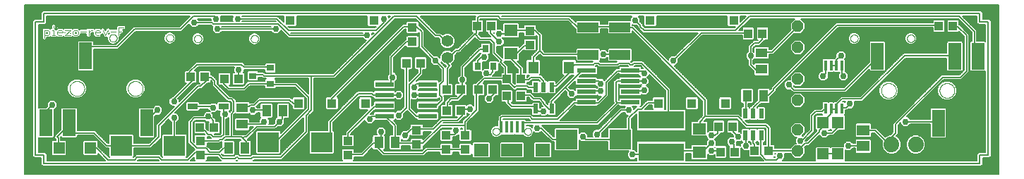
<source format=gtl>
G75*
%MOIN*%
%OFA0B0*%
%FSLAX25Y25*%
%IPPOS*%
%LPD*%
%AMOC8*
5,1,8,0,0,1.08239X$1,22.5*
%
%ADD10C,0.00600*%
%ADD11C,0.00300*%
%ADD12C,0.07400*%
%ADD13R,0.10236X0.09449*%
%ADD14R,0.04331X0.05512*%
%ADD15R,0.05512X0.05512*%
%ADD16R,0.04724X0.02756*%
%ADD17R,0.08661X0.02362*%
%ADD18OC8,0.05200*%
%ADD19C,0.05600*%
%ADD20C,0.00000*%
%ADD21R,0.03543X0.03150*%
%ADD22R,0.03150X0.03543*%
%ADD23R,0.03937X0.04331*%
%ADD24R,0.05906X0.05118*%
%ADD25R,0.04331X0.03937*%
%ADD26R,0.06000X0.12500*%
%ADD27R,0.04362X0.04362*%
%ADD28R,0.05512X0.04331*%
%ADD29R,0.05000X0.05787*%
%ADD30R,0.06299X0.05512*%
%ADD31R,0.09843X0.04724*%
%ADD32R,0.21654X0.08465*%
%ADD33R,0.02165X0.04724*%
%ADD34R,0.01575X0.05709*%
%ADD35R,0.07087X0.05906*%
%ADD36R,0.09843X0.05906*%
%ADD37R,0.08700X0.02400*%
%ADD38R,0.01600X0.04724*%
%ADD39C,0.02978*%
D10*
X0003008Y0009846D02*
X0463008Y0009846D01*
X0463008Y0089846D01*
X0003008Y0089846D01*
X0003008Y0009846D01*
X0003008Y0010058D02*
X0463008Y0010058D01*
X0463008Y0010657D02*
X0003008Y0010657D01*
X0003008Y0011255D02*
X0463008Y0011255D01*
X0463008Y0011854D02*
X0003008Y0011854D01*
X0003008Y0012452D02*
X0463008Y0012452D01*
X0463008Y0013051D02*
X0003008Y0013051D01*
X0003008Y0013649D02*
X0011225Y0013649D01*
X0011428Y0013446D02*
X0454588Y0013446D01*
X0455408Y0014267D01*
X0455408Y0017446D01*
X0458588Y0017446D01*
X0459408Y0018267D01*
X0459408Y0082355D01*
X0458588Y0083176D01*
X0455408Y0083176D01*
X0455408Y0086426D01*
X0454588Y0087246D01*
X0011365Y0087246D01*
X0010545Y0086426D01*
X0010545Y0085267D01*
X0010545Y0083176D01*
X0007428Y0083176D01*
X0006608Y0082355D01*
X0006608Y0018204D01*
X0007428Y0017383D01*
X0010608Y0017383D01*
X0010608Y0014267D01*
X0011428Y0013446D01*
X0010626Y0014248D02*
X0003008Y0014248D01*
X0003008Y0014846D02*
X0010608Y0014846D01*
X0010608Y0015445D02*
X0003008Y0015445D01*
X0003008Y0016043D02*
X0010608Y0016043D01*
X0010608Y0016642D02*
X0003008Y0016642D01*
X0003008Y0017241D02*
X0010608Y0017241D01*
X0013408Y0017241D02*
X0039917Y0017241D01*
X0039318Y0017839D02*
X0013408Y0017839D01*
X0013408Y0018438D02*
X0038720Y0018438D01*
X0038121Y0019036D02*
X0037462Y0019036D01*
X0037644Y0019218D02*
X0037644Y0019513D01*
X0040911Y0016246D01*
X0013408Y0016246D01*
X0013408Y0019363D01*
X0012588Y0020183D01*
X0009408Y0020183D01*
X0009408Y0027098D01*
X0009559Y0026946D01*
X0016305Y0026946D01*
X0016832Y0027474D01*
X0016832Y0040092D01*
X0018197Y0041457D01*
X0018197Y0043436D01*
X0016797Y0044835D01*
X0014818Y0044835D01*
X0013419Y0043436D01*
X0013419Y0041755D01*
X0012911Y0041246D01*
X0009559Y0041246D01*
X0009408Y0041095D01*
X0009408Y0080376D01*
X0012525Y0080376D01*
X0013345Y0081196D01*
X0013345Y0084446D01*
X0080711Y0084446D01*
X0075911Y0079646D01*
X0054311Y0079646D01*
X0045911Y0071246D01*
X0035565Y0071246D01*
X0035565Y0072329D01*
X0035038Y0072857D01*
X0028293Y0072857D01*
X0027765Y0072329D01*
X0027765Y0059084D01*
X0028293Y0058557D01*
X0035038Y0058557D01*
X0035565Y0059084D01*
X0035565Y0068846D01*
X0046905Y0068846D01*
X0055305Y0077246D01*
X0076905Y0077246D01*
X0077608Y0077949D01*
X0080619Y0080960D01*
X0080619Y0080457D01*
X0082018Y0079057D01*
X0083997Y0079057D01*
X0085186Y0080246D01*
X0090911Y0080246D01*
X0091511Y0079646D01*
X0091629Y0079646D01*
X0091419Y0079436D01*
X0091419Y0077457D01*
X0092818Y0076057D01*
X0094797Y0076057D01*
X0095986Y0077246D01*
X0119229Y0077246D01*
X0120418Y0076057D01*
X0122397Y0076057D01*
X0123797Y0077457D01*
X0123797Y0077960D01*
X0126808Y0074949D01*
X0127511Y0074246D01*
X0162429Y0074246D01*
X0163618Y0073057D01*
X0164122Y0073057D01*
X0148511Y0057446D01*
X0116505Y0057446D01*
X0115905Y0058046D01*
X0113349Y0058046D01*
X0113349Y0058294D01*
X0112822Y0058821D01*
X0108533Y0058821D01*
X0108006Y0058294D01*
X0108006Y0054399D01*
X0108533Y0053872D01*
X0112822Y0053872D01*
X0113349Y0054399D01*
X0113349Y0055646D01*
X0114911Y0055646D01*
X0115511Y0055046D01*
X0116766Y0055046D01*
X0116273Y0054554D01*
X0116273Y0053846D01*
X0108311Y0053846D01*
X0105911Y0051446D01*
X0099705Y0051446D01*
X0099370Y0051781D01*
X0099503Y0051781D01*
X0100030Y0052308D01*
X0100030Y0057385D01*
X0099503Y0057912D01*
X0094820Y0057912D01*
X0094293Y0057385D01*
X0094293Y0052308D01*
X0094820Y0051781D01*
X0095976Y0051781D01*
X0096311Y0051446D01*
X0098711Y0049046D01*
X0106905Y0049046D01*
X0107608Y0049749D01*
X0109305Y0051446D01*
X0116273Y0051446D01*
X0116273Y0050659D01*
X0116800Y0050131D01*
X0121089Y0050131D01*
X0121617Y0050659D01*
X0121617Y0050846D01*
X0130511Y0050846D01*
X0135808Y0045549D01*
X0135808Y0041144D01*
X0123928Y0029263D01*
X0123928Y0029944D01*
X0123400Y0030471D01*
X0112419Y0030471D01*
X0111891Y0029944D01*
X0111891Y0019749D01*
X0112419Y0019222D01*
X0123400Y0019222D01*
X0123928Y0019749D01*
X0123928Y0025869D01*
X0134608Y0036549D01*
X0134608Y0030344D01*
X0123311Y0019046D01*
X0110111Y0019046D01*
X0109511Y0018446D01*
X0104505Y0018446D01*
X0103905Y0019046D01*
X0102311Y0019046D01*
X0101711Y0018446D01*
X0096705Y0018446D01*
X0095805Y0019346D01*
X0096006Y0019547D01*
X0096006Y0019218D01*
X0096533Y0018691D01*
X0101609Y0018691D01*
X0102136Y0019218D01*
X0102136Y0025475D01*
X0101609Y0026002D01*
X0097661Y0026002D01*
X0097905Y0026246D01*
X0104711Y0026246D01*
X0104955Y0026002D01*
X0104407Y0026002D01*
X0103880Y0025475D01*
X0103880Y0019218D01*
X0104407Y0018691D01*
X0109483Y0018691D01*
X0110010Y0019218D01*
X0110010Y0025475D01*
X0109483Y0026002D01*
X0108349Y0026002D01*
X0108105Y0026246D01*
X0108808Y0026949D01*
X0112905Y0031046D01*
X0121305Y0031046D01*
X0122008Y0031749D01*
X0122516Y0032257D01*
X0124197Y0032257D01*
X0125597Y0033657D01*
X0125597Y0035338D01*
X0125608Y0035349D01*
X0125608Y0036191D01*
X0127483Y0036191D01*
X0128010Y0036718D01*
X0128010Y0042975D01*
X0127483Y0043502D01*
X0122407Y0043502D01*
X0121880Y0042975D01*
X0121880Y0036718D01*
X0121890Y0036707D01*
X0120819Y0035636D01*
X0120819Y0033955D01*
X0120311Y0033446D01*
X0118186Y0033446D01*
X0118397Y0033657D01*
X0118397Y0035636D01*
X0117842Y0036191D01*
X0119609Y0036191D01*
X0120136Y0036718D01*
X0120136Y0042975D01*
X0119609Y0043502D01*
X0114533Y0043502D01*
X0114006Y0042975D01*
X0114006Y0041246D01*
X0112786Y0041246D01*
X0112246Y0041787D01*
X0112408Y0041949D01*
X0112408Y0041949D01*
X0114105Y0043646D01*
X0127511Y0043646D01*
X0128608Y0042549D01*
X0129179Y0041979D01*
X0129179Y0040765D01*
X0129706Y0040238D01*
X0134814Y0040238D01*
X0135341Y0040765D01*
X0135341Y0045873D01*
X0134814Y0046400D01*
X0129706Y0046400D01*
X0129179Y0045873D01*
X0129179Y0045373D01*
X0128505Y0046046D01*
X0113111Y0046046D01*
X0112408Y0045344D01*
X0112408Y0045343D01*
X0110711Y0043646D01*
X0109164Y0043646D01*
X0109164Y0043822D01*
X0108637Y0044349D01*
X0102808Y0044349D01*
X0102808Y0044744D01*
X0102105Y0045446D01*
X0100905Y0046646D01*
X0099705Y0046646D01*
X0093808Y0052544D01*
X0093808Y0054344D01*
X0093105Y0055046D01*
X0091305Y0056846D01*
X0090723Y0056846D01*
X0090723Y0058385D01*
X0090196Y0058912D01*
X0085513Y0058912D01*
X0084986Y0058385D01*
X0084986Y0053308D01*
X0085513Y0052781D01*
X0085645Y0052781D01*
X0085511Y0052646D01*
X0084311Y0052646D01*
X0083608Y0051944D01*
X0075797Y0044132D01*
X0075797Y0045236D01*
X0075346Y0045687D01*
X0082305Y0052646D01*
X0082440Y0052781D01*
X0083503Y0052781D01*
X0084030Y0053308D01*
X0084030Y0058385D01*
X0083503Y0058912D01*
X0083170Y0058912D01*
X0084705Y0060446D01*
X0101829Y0060446D01*
X0101619Y0060236D01*
X0101619Y0058257D01*
X0101964Y0057912D01*
X0101513Y0057912D01*
X0100986Y0057385D01*
X0100986Y0052308D01*
X0101513Y0051781D01*
X0106196Y0051781D01*
X0106723Y0052308D01*
X0106723Y0057385D01*
X0106196Y0057912D01*
X0106052Y0057912D01*
X0106397Y0058257D01*
X0106397Y0059246D01*
X0116273Y0059246D01*
X0116273Y0058139D01*
X0116800Y0057612D01*
X0121089Y0057612D01*
X0121617Y0058139D01*
X0121617Y0062034D01*
X0121089Y0062561D01*
X0116800Y0062561D01*
X0116273Y0062034D01*
X0116273Y0061646D01*
X0106905Y0061646D01*
X0106408Y0062144D01*
X0105705Y0062846D01*
X0083711Y0062846D01*
X0080111Y0059246D01*
X0079776Y0058912D01*
X0078820Y0058912D01*
X0078293Y0058385D01*
X0078293Y0053308D01*
X0078820Y0052781D01*
X0079045Y0052781D01*
X0072911Y0046646D01*
X0072911Y0046646D01*
X0072900Y0046635D01*
X0072418Y0046635D01*
X0071019Y0045236D01*
X0071019Y0043257D01*
X0072418Y0041857D01*
X0073522Y0041857D01*
X0065008Y0033344D01*
X0065008Y0027944D01*
X0061511Y0024446D01*
X0054428Y0024446D01*
X0054428Y0028444D01*
X0053900Y0028971D01*
X0042919Y0028971D01*
X0042391Y0028444D01*
X0042391Y0024446D01*
X0042105Y0024446D01*
X0036808Y0029744D01*
X0036105Y0030446D01*
X0027754Y0030446D01*
X0027754Y0040719D01*
X0027227Y0041246D01*
X0020482Y0041246D01*
X0019954Y0040719D01*
X0019954Y0030890D01*
X0017008Y0027944D01*
X0017008Y0026949D01*
X0017608Y0026349D01*
X0017608Y0026002D01*
X0015899Y0026002D01*
X0015372Y0025475D01*
X0015372Y0019218D01*
X0015899Y0018691D01*
X0022156Y0018691D01*
X0022683Y0019218D01*
X0022683Y0025475D01*
X0022156Y0026002D01*
X0020008Y0026002D01*
X0020008Y0027344D01*
X0019905Y0027446D01*
X0019954Y0027496D01*
X0019954Y0027474D01*
X0020482Y0026946D01*
X0027227Y0026946D01*
X0027754Y0027474D01*
X0027754Y0028046D01*
X0035111Y0028046D01*
X0041111Y0022046D01*
X0042391Y0022046D01*
X0042391Y0018249D01*
X0042794Y0017846D01*
X0042705Y0017846D01*
X0037644Y0022907D01*
X0037644Y0025475D01*
X0037117Y0026002D01*
X0030859Y0026002D01*
X0030332Y0025475D01*
X0030332Y0019218D01*
X0030859Y0018691D01*
X0037117Y0018691D01*
X0037644Y0019218D01*
X0040318Y0020233D02*
X0042391Y0020233D01*
X0042391Y0019635D02*
X0040917Y0019635D01*
X0041515Y0019036D02*
X0042391Y0019036D01*
X0042391Y0018438D02*
X0042114Y0018438D01*
X0042208Y0016646D02*
X0054808Y0016646D01*
X0056008Y0017846D01*
X0066208Y0017846D01*
X0067408Y0016646D01*
X0080008Y0016646D01*
X0083608Y0020246D01*
X0084808Y0020246D01*
X0086008Y0019046D01*
X0086008Y0019000D01*
X0086008Y0019046D02*
X0094408Y0019046D01*
X0096208Y0017246D01*
X0102208Y0017246D01*
X0102808Y0017846D01*
X0103408Y0017846D01*
X0104008Y0017246D01*
X0110008Y0017246D01*
X0110608Y0017846D01*
X0123808Y0017846D01*
X0135808Y0029846D01*
X0135808Y0037646D01*
X0138208Y0040046D01*
X0138208Y0056246D01*
X0116008Y0056246D01*
X0115408Y0056846D01*
X0111208Y0056846D01*
X0110677Y0056346D01*
X0108006Y0056144D02*
X0106723Y0056144D01*
X0106723Y0056742D02*
X0108006Y0056742D01*
X0108006Y0057341D02*
X0106723Y0057341D01*
X0106079Y0057939D02*
X0108006Y0057939D01*
X0108249Y0058538D02*
X0106397Y0058538D01*
X0106397Y0059136D02*
X0116273Y0059136D01*
X0116273Y0058538D02*
X0113105Y0058538D01*
X0116012Y0057939D02*
X0116473Y0057939D01*
X0115012Y0055545D02*
X0113349Y0055545D01*
X0113349Y0054947D02*
X0116666Y0054947D01*
X0116273Y0054348D02*
X0113298Y0054348D01*
X0108214Y0053750D02*
X0106723Y0053750D01*
X0106723Y0054348D02*
X0108056Y0054348D01*
X0108006Y0054947D02*
X0106723Y0054947D01*
X0106723Y0055545D02*
X0108006Y0055545D01*
X0104008Y0055046D02*
X0103854Y0054846D01*
X0104008Y0055046D02*
X0104008Y0059246D01*
X0101619Y0059136D02*
X0083395Y0059136D01*
X0083877Y0058538D02*
X0085139Y0058538D01*
X0084986Y0057939D02*
X0084030Y0057939D01*
X0084030Y0057341D02*
X0084986Y0057341D01*
X0084986Y0056742D02*
X0084030Y0056742D01*
X0084030Y0056144D02*
X0084986Y0056144D01*
X0084986Y0055545D02*
X0084030Y0055545D01*
X0084030Y0054947D02*
X0084986Y0054947D01*
X0084986Y0054348D02*
X0084030Y0054348D01*
X0084030Y0053750D02*
X0084986Y0053750D01*
X0085143Y0053151D02*
X0083873Y0053151D01*
X0084217Y0052553D02*
X0082211Y0052553D01*
X0082305Y0052646D02*
X0082305Y0052646D01*
X0081613Y0051954D02*
X0083619Y0051954D01*
X0083020Y0051356D02*
X0081014Y0051356D01*
X0080416Y0050757D02*
X0082422Y0050757D01*
X0081823Y0050159D02*
X0079817Y0050159D01*
X0079219Y0049560D02*
X0081224Y0049560D01*
X0080626Y0048962D02*
X0078620Y0048962D01*
X0078022Y0048363D02*
X0080027Y0048363D01*
X0079429Y0047765D02*
X0077423Y0047765D01*
X0076825Y0047166D02*
X0078830Y0047166D01*
X0078232Y0046568D02*
X0076226Y0046568D01*
X0075627Y0045969D02*
X0077633Y0045969D01*
X0077035Y0045371D02*
X0075662Y0045371D01*
X0075797Y0044772D02*
X0076436Y0044772D01*
X0075838Y0044174D02*
X0075797Y0044174D01*
X0073408Y0044246D02*
X0073408Y0045446D01*
X0081808Y0053846D01*
X0081808Y0055046D01*
X0081208Y0055646D01*
X0081161Y0055846D01*
X0080608Y0056246D01*
X0080608Y0058046D01*
X0084208Y0061646D01*
X0105208Y0061646D01*
X0106408Y0060446D01*
X0118408Y0060446D01*
X0118945Y0060087D01*
X0121617Y0060333D02*
X0151398Y0060333D01*
X0150799Y0059735D02*
X0121617Y0059735D01*
X0121617Y0059136D02*
X0150201Y0059136D01*
X0149602Y0058538D02*
X0121617Y0058538D01*
X0121417Y0057939D02*
X0149004Y0057939D01*
X0149008Y0056246D02*
X0177208Y0084446D01*
X0188008Y0084446D01*
X0197008Y0075446D01*
X0198808Y0075446D01*
X0201208Y0073046D01*
X0202408Y0073046D01*
X0202508Y0072783D01*
X0205968Y0074099D02*
X0211963Y0074099D01*
X0211365Y0073501D02*
X0206208Y0073501D01*
X0206208Y0073519D02*
X0205645Y0074879D01*
X0204604Y0075920D01*
X0203244Y0076483D01*
X0201772Y0076483D01*
X0200412Y0075920D01*
X0200222Y0075730D01*
X0199305Y0076646D01*
X0197505Y0076646D01*
X0189705Y0084446D01*
X0215711Y0084446D01*
X0215608Y0084344D01*
X0215608Y0082912D01*
X0214320Y0082912D01*
X0213793Y0082385D01*
X0213793Y0077308D01*
X0214320Y0076781D01*
X0214645Y0076781D01*
X0214408Y0076544D01*
X0214408Y0076543D01*
X0207311Y0069446D01*
X0206111Y0069446D01*
X0204657Y0067993D01*
X0204604Y0068046D01*
X0203244Y0068609D01*
X0201772Y0068609D01*
X0200412Y0068046D01*
X0199371Y0067005D01*
X0198808Y0065645D01*
X0198808Y0065025D01*
X0197997Y0065835D01*
X0196316Y0065835D01*
X0191608Y0070544D01*
X0191608Y0077744D01*
X0189208Y0080144D01*
X0189073Y0080278D01*
X0189073Y0081534D01*
X0188546Y0082061D01*
X0183470Y0082061D01*
X0182943Y0081534D01*
X0182943Y0080846D01*
X0181511Y0080846D01*
X0147311Y0046646D01*
X0147064Y0046400D01*
X0145454Y0046400D01*
X0144927Y0045873D01*
X0144927Y0040765D01*
X0145454Y0040238D01*
X0150562Y0040238D01*
X0151089Y0040765D01*
X0151089Y0045873D01*
X0150562Y0046400D01*
X0150458Y0046400D01*
X0182505Y0078446D01*
X0182943Y0078446D01*
X0182943Y0076852D01*
X0183470Y0076324D01*
X0188546Y0076324D01*
X0189073Y0076852D01*
X0189073Y0076884D01*
X0189208Y0076749D01*
X0189208Y0069549D01*
X0189911Y0068846D01*
X0194619Y0064138D01*
X0194619Y0062457D01*
X0196018Y0061057D01*
X0197700Y0061057D01*
X0199408Y0059349D01*
X0199408Y0054344D01*
X0198475Y0053410D01*
X0198475Y0053900D01*
X0197948Y0054428D01*
X0188541Y0054428D01*
X0188013Y0053900D01*
X0188013Y0053846D01*
X0187905Y0053846D01*
X0191008Y0056949D01*
X0191008Y0059281D01*
X0192196Y0059281D01*
X0192723Y0059808D01*
X0192723Y0064885D01*
X0192196Y0065412D01*
X0187513Y0065412D01*
X0186986Y0064885D01*
X0186986Y0059808D01*
X0187513Y0059281D01*
X0188608Y0059281D01*
X0188608Y0057944D01*
X0184408Y0053743D01*
X0184408Y0059281D01*
X0185503Y0059281D01*
X0186030Y0059808D01*
X0186030Y0064885D01*
X0185503Y0065412D01*
X0180820Y0065412D01*
X0180293Y0064885D01*
X0180293Y0059808D01*
X0180820Y0059281D01*
X0182008Y0059281D01*
X0182008Y0041744D01*
X0180300Y0040035D01*
X0178618Y0040035D01*
X0177743Y0039160D01*
X0177475Y0039428D01*
X0168068Y0039428D01*
X0167541Y0038900D01*
X0167541Y0038246D01*
X0166511Y0038246D01*
X0166500Y0038235D01*
X0166294Y0038235D01*
X0168324Y0040265D01*
X0177475Y0040265D01*
X0178002Y0040793D01*
X0178002Y0043900D01*
X0177475Y0044428D01*
X0168068Y0044428D01*
X0167541Y0043900D01*
X0167541Y0042877D01*
X0167008Y0042344D01*
X0166837Y0042173D01*
X0166837Y0045873D01*
X0166310Y0046400D01*
X0161202Y0046400D01*
X0160675Y0045873D01*
X0160675Y0040765D01*
X0161202Y0040238D01*
X0164902Y0040238D01*
X0154408Y0029744D01*
X0154408Y0028561D01*
X0152970Y0028561D01*
X0152443Y0028034D01*
X0152443Y0023352D01*
X0152970Y0022824D01*
X0158046Y0022824D01*
X0158573Y0023352D01*
X0158573Y0028034D01*
X0158046Y0028561D01*
X0156808Y0028561D01*
X0156808Y0028749D01*
X0163419Y0035360D01*
X0163419Y0034857D01*
X0164818Y0033457D01*
X0166797Y0033457D01*
X0168197Y0034857D01*
X0168197Y0035265D01*
X0173692Y0035265D01*
X0176608Y0032349D01*
X0176608Y0028502D01*
X0175407Y0028502D01*
X0174880Y0027975D01*
X0174880Y0021718D01*
X0175407Y0021191D01*
X0180483Y0021191D01*
X0181010Y0021718D01*
X0181010Y0023246D01*
X0184943Y0023246D01*
X0184943Y0021659D01*
X0185470Y0021131D01*
X0190546Y0021131D01*
X0191073Y0021659D01*
X0191073Y0023246D01*
X0191505Y0023246D01*
X0199905Y0031646D01*
X0204429Y0031646D01*
X0204219Y0031436D01*
X0204219Y0031061D01*
X0199470Y0031061D01*
X0198943Y0030534D01*
X0198943Y0025852D01*
X0199470Y0025324D01*
X0204546Y0025324D01*
X0205073Y0025852D01*
X0205073Y0027446D01*
X0206505Y0027446D01*
X0207105Y0028046D01*
X0207116Y0028057D01*
X0207597Y0028057D01*
X0207943Y0028403D01*
X0207943Y0025852D01*
X0208470Y0025324D01*
X0213546Y0025324D01*
X0214073Y0025852D01*
X0214073Y0030534D01*
X0213546Y0031061D01*
X0212008Y0031061D01*
X0212008Y0034149D01*
X0216705Y0038846D01*
X0217408Y0039549D01*
X0217408Y0046781D01*
X0219503Y0046781D01*
X0220030Y0047308D01*
X0220030Y0052385D01*
X0219503Y0052912D01*
X0219370Y0052912D01*
X0220305Y0053846D01*
X0227793Y0053846D01*
X0227793Y0052308D01*
X0228320Y0051781D01*
X0231576Y0051781D01*
X0233711Y0049646D01*
X0234705Y0049646D01*
X0235305Y0050246D01*
X0239711Y0050246D01*
X0240311Y0049646D01*
X0242285Y0049646D01*
X0242285Y0048230D01*
X0242812Y0047703D01*
X0245723Y0047703D01*
X0246138Y0048117D01*
X0246552Y0047703D01*
X0249463Y0047703D01*
X0249878Y0048117D01*
X0250293Y0047703D01*
X0253203Y0047703D01*
X0253731Y0048230D01*
X0253731Y0050246D01*
X0254505Y0050246D01*
X0260505Y0056246D01*
X0260811Y0056553D01*
X0262217Y0056553D01*
X0257711Y0052046D01*
X0257711Y0052046D01*
X0257008Y0051344D01*
X0257008Y0051343D01*
X0251111Y0045446D01*
X0250408Y0044744D01*
X0250408Y0043990D01*
X0250293Y0043990D01*
X0249765Y0043463D01*
X0249765Y0042986D01*
X0249208Y0043543D01*
X0249208Y0044144D01*
X0248505Y0044846D01*
X0246705Y0046646D01*
X0243705Y0046646D01*
X0241905Y0048446D01*
X0240223Y0048446D01*
X0240223Y0049385D01*
X0239696Y0049912D01*
X0235013Y0049912D01*
X0234486Y0049385D01*
X0234486Y0044308D01*
X0235013Y0043781D01*
X0239696Y0043781D01*
X0240223Y0044308D01*
X0240223Y0046046D01*
X0240911Y0046046D01*
X0242008Y0044949D01*
X0242711Y0044246D01*
X0245711Y0044246D01*
X0246808Y0043149D01*
X0246808Y0042549D01*
X0247511Y0041846D01*
X0247522Y0041835D01*
X0247018Y0041835D01*
X0246250Y0041067D01*
X0246250Y0043463D01*
X0245723Y0043990D01*
X0242812Y0043990D01*
X0242285Y0043463D01*
X0242285Y0043046D01*
X0233505Y0043046D01*
X0232770Y0043781D01*
X0233003Y0043781D01*
X0233530Y0044308D01*
X0233530Y0049385D01*
X0233003Y0049912D01*
X0228320Y0049912D01*
X0227793Y0049385D01*
X0227793Y0044308D01*
X0228320Y0043781D01*
X0230008Y0043781D01*
X0230008Y0043149D01*
X0231808Y0041349D01*
X0232511Y0040646D01*
X0242285Y0040646D01*
X0242285Y0037993D01*
X0242812Y0037466D01*
X0245723Y0037466D01*
X0246167Y0037909D01*
X0247018Y0037057D01*
X0248997Y0037057D01*
X0249849Y0037909D01*
X0250293Y0037466D01*
X0253203Y0037466D01*
X0253731Y0037993D01*
X0253731Y0043463D01*
X0253203Y0043990D01*
X0253049Y0043990D01*
X0258208Y0049149D01*
X0258819Y0048538D01*
X0258819Y0046857D01*
X0260218Y0045457D01*
X0262197Y0045457D01*
X0263486Y0046746D01*
X0272931Y0046746D01*
X0273430Y0047246D01*
X0274018Y0046657D01*
X0275122Y0046657D01*
X0273458Y0044993D01*
X0273458Y0045419D01*
X0272931Y0045946D01*
X0263485Y0045946D01*
X0262958Y0045419D01*
X0262958Y0044846D01*
X0261911Y0044846D01*
X0261208Y0044144D01*
X0254111Y0037046D01*
X0243105Y0037046D01*
X0241905Y0038246D01*
X0227711Y0038246D01*
X0227008Y0037544D01*
X0226408Y0036944D01*
X0226408Y0035507D01*
X0226202Y0035302D01*
X0226202Y0032730D01*
X0226079Y0032781D01*
X0224976Y0032781D01*
X0223957Y0032359D01*
X0223177Y0031579D01*
X0222754Y0030559D01*
X0222754Y0029456D01*
X0223177Y0028437D01*
X0223957Y0027657D01*
X0224976Y0027235D01*
X0226079Y0027235D01*
X0227098Y0027657D01*
X0227762Y0028320D01*
X0229050Y0028320D01*
X0229169Y0028440D01*
X0229289Y0028320D01*
X0231609Y0028320D01*
X0231728Y0028440D01*
X0231848Y0028320D01*
X0234168Y0028320D01*
X0234287Y0028440D01*
X0234407Y0028320D01*
X0236727Y0028320D01*
X0236846Y0028440D01*
X0236966Y0028320D01*
X0238254Y0028320D01*
X0238917Y0027657D01*
X0239937Y0027235D01*
X0241040Y0027235D01*
X0242059Y0027657D01*
X0242839Y0028437D01*
X0243261Y0029456D01*
X0243261Y0030014D01*
X0244018Y0029257D01*
X0245997Y0029257D01*
X0246749Y0030009D01*
X0251711Y0025046D01*
X0252891Y0025046D01*
X0252891Y0021249D01*
X0253419Y0020722D01*
X0264400Y0020722D01*
X0264928Y0021249D01*
X0264928Y0025748D01*
X0265618Y0025057D01*
X0267300Y0025057D01*
X0267311Y0025046D01*
X0278088Y0025046D01*
X0278088Y0021249D01*
X0278615Y0020722D01*
X0288305Y0020722D01*
X0287619Y0020036D01*
X0287619Y0018057D01*
X0289018Y0016657D01*
X0290997Y0016657D01*
X0291781Y0017441D01*
X0291781Y0016246D01*
X0158161Y0016246D01*
X0158573Y0016659D01*
X0158573Y0017846D01*
X0162705Y0017846D01*
X0167006Y0022147D01*
X0167006Y0021718D01*
X0167533Y0021191D01*
X0169167Y0021191D01*
X0169511Y0020846D01*
X0171911Y0018446D01*
X0191505Y0018446D01*
X0192208Y0019149D01*
X0193305Y0020246D01*
X0198943Y0020246D01*
X0198943Y0019159D01*
X0199470Y0018631D01*
X0204546Y0018631D01*
X0205073Y0019159D01*
X0205073Y0020246D01*
X0207943Y0020246D01*
X0207943Y0019159D01*
X0208470Y0018631D01*
X0213546Y0018631D01*
X0214057Y0019142D01*
X0214057Y0018021D01*
X0214584Y0017494D01*
X0222416Y0017494D01*
X0222943Y0018021D01*
X0222943Y0024672D01*
X0222416Y0025199D01*
X0214584Y0025199D01*
X0214057Y0024672D01*
X0214057Y0023858D01*
X0213546Y0024368D01*
X0208470Y0024368D01*
X0207943Y0023841D01*
X0207943Y0022646D01*
X0205073Y0022646D01*
X0205073Y0023841D01*
X0204546Y0024368D01*
X0199470Y0024368D01*
X0198943Y0023841D01*
X0198943Y0022646D01*
X0192311Y0022646D01*
X0190511Y0020846D01*
X0172905Y0020846D01*
X0172561Y0021191D01*
X0172609Y0021191D01*
X0173136Y0021718D01*
X0173136Y0027975D01*
X0172926Y0028186D01*
X0173597Y0028857D01*
X0173597Y0030836D01*
X0172197Y0032235D01*
X0170218Y0032235D01*
X0168819Y0030836D01*
X0168819Y0028857D01*
X0169173Y0028502D01*
X0167533Y0028502D01*
X0167006Y0027975D01*
X0167006Y0025541D01*
X0166408Y0024944D01*
X0161711Y0020246D01*
X0158573Y0020246D01*
X0158573Y0021341D01*
X0158046Y0021868D01*
X0152970Y0021868D01*
X0152443Y0021341D01*
X0152443Y0016659D01*
X0152855Y0016246D01*
X0110705Y0016246D01*
X0111105Y0016646D01*
X0124305Y0016646D01*
X0136305Y0028646D01*
X0137008Y0029349D01*
X0137008Y0037149D01*
X0138705Y0038846D01*
X0139408Y0039549D01*
X0139408Y0055046D01*
X0149505Y0055046D01*
X0177705Y0083246D01*
X0187511Y0083246D01*
X0195808Y0074949D01*
X0196511Y0074246D01*
X0198311Y0074246D01*
X0198875Y0073682D01*
X0198808Y0073519D01*
X0198808Y0072047D01*
X0199371Y0070688D01*
X0200412Y0069647D01*
X0201772Y0069083D01*
X0203244Y0069083D01*
X0204604Y0069647D01*
X0205645Y0070688D01*
X0206208Y0072047D01*
X0206208Y0073519D01*
X0206208Y0072902D02*
X0210766Y0072902D01*
X0210168Y0072304D02*
X0206208Y0072304D01*
X0206066Y0071705D02*
X0209569Y0071705D01*
X0208971Y0071107D02*
X0205818Y0071107D01*
X0205465Y0070508D02*
X0208372Y0070508D01*
X0207774Y0069909D02*
X0204866Y0069909D01*
X0203793Y0069311D02*
X0205975Y0069311D01*
X0205377Y0068712D02*
X0193439Y0068712D01*
X0194037Y0068114D02*
X0200576Y0068114D01*
X0199881Y0067515D02*
X0194636Y0067515D01*
X0195234Y0066917D02*
X0199335Y0066917D01*
X0199087Y0066318D02*
X0195833Y0066318D01*
X0198113Y0065720D02*
X0198839Y0065720D01*
X0198808Y0065121D02*
X0198711Y0065121D01*
X0202408Y0064646D02*
X0202508Y0064909D01*
X0203008Y0064646D01*
X0206608Y0068246D01*
X0207808Y0068246D01*
X0215608Y0076046D01*
X0218008Y0073646D01*
X0222808Y0073646D01*
X0224608Y0071846D01*
X0224608Y0067046D01*
X0228208Y0063446D01*
X0227608Y0062846D01*
X0230008Y0060446D01*
X0230008Y0055046D01*
X0230661Y0054846D01*
X0230608Y0054446D01*
X0234208Y0050846D01*
X0234808Y0051446D01*
X0240208Y0051446D01*
X0240808Y0050846D01*
X0243808Y0050846D01*
X0244268Y0050965D01*
X0242285Y0052046D02*
X0241305Y0052046D01*
X0240705Y0052646D01*
X0240223Y0052646D01*
X0240223Y0053246D01*
X0241305Y0053246D01*
X0242008Y0053949D01*
X0242505Y0054446D01*
X0245711Y0054446D01*
X0246241Y0053916D01*
X0246138Y0053813D01*
X0245723Y0054227D01*
X0242812Y0054227D01*
X0242285Y0053700D01*
X0242285Y0052046D01*
X0242285Y0052553D02*
X0240799Y0052553D01*
X0240223Y0053151D02*
X0242285Y0053151D01*
X0242335Y0053750D02*
X0241808Y0053750D01*
X0242407Y0054348D02*
X0245809Y0054348D01*
X0246208Y0055646D02*
X0242008Y0055646D01*
X0240808Y0054446D01*
X0237808Y0054446D01*
X0237354Y0054846D01*
X0237208Y0055046D01*
X0237208Y0059846D01*
X0233008Y0064046D01*
X0233008Y0066446D01*
X0232508Y0066835D01*
X0233008Y0067046D01*
X0235408Y0067046D01*
X0239008Y0070646D01*
X0241408Y0070646D01*
X0241508Y0071000D01*
X0244573Y0071107D02*
X0245008Y0071107D01*
X0245008Y0071705D02*
X0244573Y0071705D01*
X0244573Y0072304D02*
X0245008Y0072304D01*
X0245008Y0072902D02*
X0244573Y0072902D01*
X0244573Y0073341D02*
X0244046Y0073868D01*
X0238970Y0073868D01*
X0238443Y0073341D01*
X0238443Y0071778D01*
X0236557Y0069893D01*
X0236557Y0069963D01*
X0236030Y0070491D01*
X0228985Y0070491D01*
X0228458Y0069963D01*
X0228458Y0064893D01*
X0225808Y0067544D01*
X0225808Y0070268D01*
X0226018Y0070057D01*
X0227997Y0070057D01*
X0229397Y0071457D01*
X0229397Y0073436D01*
X0228586Y0074246D01*
X0228764Y0074424D01*
X0228985Y0074202D01*
X0236030Y0074202D01*
X0236557Y0074730D01*
X0236557Y0076646D01*
X0238443Y0076646D01*
X0238443Y0075352D01*
X0238970Y0074824D01*
X0244046Y0074824D01*
X0244573Y0075352D01*
X0244573Y0075384D01*
X0245008Y0074949D01*
X0245008Y0068744D01*
X0242008Y0065744D01*
X0242008Y0064140D01*
X0240171Y0064140D01*
X0239643Y0063613D01*
X0239643Y0057912D01*
X0238408Y0057912D01*
X0238408Y0060344D01*
X0235573Y0063179D01*
X0236030Y0063179D01*
X0236557Y0063706D01*
X0236557Y0066499D01*
X0236608Y0066549D01*
X0238580Y0068521D01*
X0238970Y0068131D01*
X0244046Y0068131D01*
X0244573Y0068659D01*
X0244573Y0073341D01*
X0244414Y0073501D02*
X0245008Y0073501D01*
X0245008Y0074099D02*
X0228734Y0074099D01*
X0229332Y0073501D02*
X0238602Y0073501D01*
X0238443Y0072902D02*
X0229397Y0072902D01*
X0229397Y0072304D02*
X0238443Y0072304D01*
X0238369Y0071705D02*
X0229397Y0071705D01*
X0229046Y0071107D02*
X0237771Y0071107D01*
X0237172Y0070508D02*
X0228448Y0070508D01*
X0228458Y0069909D02*
X0225808Y0069909D01*
X0225808Y0069311D02*
X0228458Y0069311D01*
X0228458Y0068712D02*
X0225808Y0068712D01*
X0225808Y0068114D02*
X0228458Y0068114D01*
X0228458Y0067515D02*
X0225836Y0067515D01*
X0226434Y0066917D02*
X0228458Y0066917D01*
X0228458Y0066318D02*
X0227033Y0066318D01*
X0227631Y0065720D02*
X0228458Y0065720D01*
X0228458Y0065121D02*
X0228230Y0065121D01*
X0226511Y0063446D02*
X0223408Y0066549D01*
X0223408Y0071349D01*
X0222311Y0072446D01*
X0217511Y0072446D01*
X0216808Y0073149D01*
X0216808Y0073149D01*
X0215608Y0074349D01*
X0209008Y0067749D01*
X0209008Y0067749D01*
X0208305Y0067046D01*
X0207105Y0067046D01*
X0206060Y0066002D01*
X0206208Y0065645D01*
X0206208Y0064173D01*
X0205645Y0062814D01*
X0204604Y0061773D01*
X0204586Y0061765D01*
X0204808Y0061544D01*
X0204808Y0060549D01*
X0204105Y0059846D01*
X0203608Y0059349D01*
X0203608Y0052912D01*
X0204503Y0052912D01*
X0205030Y0052385D01*
X0205030Y0047308D01*
X0204503Y0046781D01*
X0200970Y0046781D01*
X0201208Y0046544D01*
X0201208Y0044349D01*
X0200505Y0043646D01*
X0198475Y0041616D01*
X0198475Y0040793D01*
X0197948Y0040265D01*
X0188541Y0040265D01*
X0188013Y0040793D01*
X0188013Y0043900D01*
X0188541Y0044428D01*
X0197892Y0044428D01*
X0198808Y0045344D01*
X0198808Y0045549D01*
X0198475Y0045882D01*
X0198475Y0045793D01*
X0197948Y0045265D01*
X0188541Y0045265D01*
X0188373Y0045433D01*
X0187797Y0044857D01*
X0185818Y0044857D01*
X0185608Y0045068D01*
X0185608Y0041144D01*
X0188013Y0038738D01*
X0188013Y0038900D01*
X0188541Y0039428D01*
X0197948Y0039428D01*
X0198475Y0038900D01*
X0198475Y0035793D01*
X0197948Y0035265D01*
X0188541Y0035265D01*
X0188013Y0035793D01*
X0188013Y0035846D01*
X0187511Y0035846D01*
X0186808Y0036549D01*
X0183508Y0039849D01*
X0181997Y0038338D01*
X0181997Y0036657D01*
X0180597Y0035257D01*
X0178618Y0035257D01*
X0178002Y0035873D01*
X0178002Y0035793D01*
X0177475Y0035265D01*
X0177086Y0035265D01*
X0179008Y0033344D01*
X0179008Y0028502D01*
X0180219Y0028502D01*
X0180219Y0029036D01*
X0181618Y0030435D01*
X0183300Y0030435D01*
X0184408Y0031543D01*
X0184408Y0031544D01*
X0184943Y0032078D01*
X0184943Y0033034D01*
X0185470Y0033561D01*
X0190546Y0033561D01*
X0191073Y0033034D01*
X0191073Y0032246D01*
X0195311Y0032246D01*
X0198808Y0035744D01*
X0199511Y0036446D01*
X0206711Y0036446D01*
X0207045Y0036781D01*
X0206513Y0036781D01*
X0205986Y0037308D01*
X0205986Y0042385D01*
X0206513Y0042912D01*
X0211196Y0042912D01*
X0211645Y0042462D01*
X0212218Y0043035D01*
X0214197Y0043035D01*
X0215008Y0042225D01*
X0215008Y0046781D01*
X0214820Y0046781D01*
X0214293Y0047308D01*
X0214293Y0052385D01*
X0214820Y0052912D01*
X0215976Y0052912D01*
X0216311Y0053246D01*
X0219070Y0056006D01*
X0218619Y0056457D01*
X0218619Y0058238D01*
X0214820Y0058238D01*
X0214293Y0058765D01*
X0214293Y0063054D01*
X0214820Y0063581D01*
X0215608Y0063581D01*
X0215608Y0063944D01*
X0217408Y0065744D01*
X0217419Y0065755D01*
X0217419Y0066236D01*
X0218124Y0066941D01*
X0218033Y0067033D01*
X0218033Y0067175D01*
X0210808Y0059949D01*
X0210808Y0056625D01*
X0211997Y0055436D01*
X0211997Y0053457D01*
X0211324Y0052784D01*
X0211723Y0052385D01*
X0211723Y0047308D01*
X0211196Y0046781D01*
X0210240Y0046781D01*
X0210105Y0046646D01*
X0207705Y0044246D01*
X0204705Y0044246D01*
X0203608Y0043149D01*
X0203608Y0042912D01*
X0204503Y0042912D01*
X0205030Y0042385D01*
X0205030Y0037308D01*
X0204503Y0036781D01*
X0199820Y0036781D01*
X0199293Y0037308D01*
X0199293Y0042385D01*
X0199820Y0042912D01*
X0201208Y0042912D01*
X0201208Y0044144D01*
X0203008Y0045944D01*
X0203711Y0046646D01*
X0206711Y0046646D01*
X0206845Y0046781D01*
X0206513Y0046781D01*
X0205986Y0047308D01*
X0205986Y0052385D01*
X0206513Y0052912D01*
X0207764Y0052912D01*
X0207219Y0053457D01*
X0207219Y0055436D01*
X0208408Y0056625D01*
X0208408Y0060944D01*
X0209111Y0061646D01*
X0209111Y0061646D01*
X0217511Y0070046D01*
X0218033Y0070046D01*
X0218033Y0071322D01*
X0218560Y0071849D01*
X0222455Y0071849D01*
X0222983Y0071322D01*
X0222983Y0067033D01*
X0222455Y0066506D01*
X0221927Y0066506D01*
X0222197Y0066236D01*
X0222197Y0064257D01*
X0220797Y0062857D01*
X0219243Y0062857D01*
X0219243Y0059060D01*
X0220018Y0059835D01*
X0221773Y0059835D01*
X0221773Y0063054D01*
X0222300Y0063581D01*
X0226196Y0063581D01*
X0226421Y0063356D01*
X0226511Y0063446D01*
X0226033Y0063924D02*
X0221864Y0063924D01*
X0222045Y0063326D02*
X0221266Y0063326D01*
X0221773Y0062727D02*
X0219243Y0062727D01*
X0219243Y0062129D02*
X0221773Y0062129D01*
X0221773Y0061530D02*
X0219243Y0061530D01*
X0219243Y0060932D02*
X0221773Y0060932D01*
X0221773Y0060333D02*
X0219243Y0060333D01*
X0219243Y0059735D02*
X0219918Y0059735D01*
X0219319Y0059136D02*
X0219243Y0059136D01*
X0216768Y0060909D02*
X0216808Y0061046D01*
X0216808Y0063446D01*
X0218608Y0065246D01*
X0219808Y0065246D01*
X0218100Y0066917D02*
X0217775Y0066917D01*
X0217501Y0066318D02*
X0217177Y0066318D01*
X0217384Y0065720D02*
X0216578Y0065720D01*
X0216786Y0065121D02*
X0215980Y0065121D01*
X0216187Y0064523D02*
X0215381Y0064523D01*
X0215608Y0063924D02*
X0214783Y0063924D01*
X0214565Y0063326D02*
X0214184Y0063326D01*
X0214293Y0062727D02*
X0213586Y0062727D01*
X0212987Y0062129D02*
X0214293Y0062129D01*
X0214293Y0061530D02*
X0212389Y0061530D01*
X0211790Y0060932D02*
X0214293Y0060932D01*
X0214293Y0060333D02*
X0211192Y0060333D01*
X0210808Y0059735D02*
X0214293Y0059735D01*
X0214293Y0059136D02*
X0210808Y0059136D01*
X0210808Y0058538D02*
X0214520Y0058538D01*
X0210808Y0057939D02*
X0218619Y0057939D01*
X0218619Y0057341D02*
X0210808Y0057341D01*
X0210808Y0056742D02*
X0218619Y0056742D01*
X0218932Y0056144D02*
X0211289Y0056144D01*
X0211888Y0055545D02*
X0218610Y0055545D01*
X0218011Y0054947D02*
X0211997Y0054947D01*
X0211997Y0054348D02*
X0217413Y0054348D01*
X0216814Y0053750D02*
X0211997Y0053750D01*
X0211691Y0053151D02*
X0216216Y0053151D01*
X0216808Y0052046D02*
X0216808Y0050246D01*
X0217161Y0049846D01*
X0216808Y0049646D01*
X0216208Y0049046D01*
X0216208Y0040046D01*
X0210808Y0034646D01*
X0210808Y0032846D01*
X0199408Y0032846D01*
X0191008Y0024446D01*
X0188008Y0024446D01*
X0188008Y0024000D01*
X0188008Y0024446D02*
X0178408Y0024446D01*
X0177945Y0024846D01*
X0177808Y0025046D01*
X0177808Y0032846D01*
X0173008Y0037646D01*
X0172772Y0037346D01*
X0172408Y0037046D01*
X0167008Y0037046D01*
X0165808Y0035846D01*
X0167937Y0034597D02*
X0174360Y0034597D01*
X0174958Y0033999D02*
X0167339Y0033999D01*
X0168197Y0035196D02*
X0173761Y0035196D01*
X0177156Y0035196D02*
X0198260Y0035196D01*
X0198475Y0035794D02*
X0198859Y0035794D01*
X0198475Y0036393D02*
X0199457Y0036393D01*
X0199610Y0036991D02*
X0198475Y0036991D01*
X0198475Y0037590D02*
X0199293Y0037590D01*
X0199293Y0038188D02*
X0198475Y0038188D01*
X0198475Y0038787D02*
X0199293Y0038787D01*
X0199293Y0039385D02*
X0197990Y0039385D01*
X0198265Y0040582D02*
X0199293Y0040582D01*
X0199293Y0039984D02*
X0186767Y0039984D01*
X0186169Y0040582D02*
X0188223Y0040582D01*
X0188013Y0041181D02*
X0185608Y0041181D01*
X0185608Y0041779D02*
X0188013Y0041779D01*
X0188013Y0042378D02*
X0185608Y0042378D01*
X0185608Y0042976D02*
X0188013Y0042976D01*
X0188013Y0043575D02*
X0185608Y0043575D01*
X0185608Y0044174D02*
X0188287Y0044174D01*
X0188310Y0045371D02*
X0188435Y0045371D01*
X0185608Y0044772D02*
X0198236Y0044772D01*
X0198053Y0045371D02*
X0198808Y0045371D01*
X0200008Y0044846D02*
X0200008Y0046046D01*
X0198808Y0047246D01*
X0198808Y0052046D01*
X0200608Y0053846D01*
X0200608Y0059846D01*
X0197008Y0063446D01*
X0190408Y0070046D01*
X0190408Y0077246D01*
X0188008Y0079646D01*
X0186208Y0079646D01*
X0186008Y0079193D01*
X0185608Y0079646D01*
X0182008Y0079646D01*
X0147808Y0045446D01*
X0147808Y0043646D01*
X0148008Y0043319D01*
X0151089Y0043575D02*
X0154439Y0043575D01*
X0153841Y0042976D02*
X0151089Y0042976D01*
X0151089Y0042378D02*
X0153242Y0042378D01*
X0152644Y0041779D02*
X0151089Y0041779D01*
X0151089Y0041181D02*
X0152045Y0041181D01*
X0151447Y0040582D02*
X0150906Y0040582D01*
X0150848Y0039984D02*
X0139408Y0039984D01*
X0139408Y0040582D02*
X0145109Y0040582D01*
X0144927Y0041181D02*
X0139408Y0041181D01*
X0139408Y0041779D02*
X0144927Y0041779D01*
X0144927Y0042378D02*
X0139408Y0042378D01*
X0139408Y0042976D02*
X0144927Y0042976D01*
X0144927Y0043575D02*
X0139408Y0043575D01*
X0139408Y0044174D02*
X0144927Y0044174D01*
X0144927Y0044772D02*
X0139408Y0044772D01*
X0139408Y0045371D02*
X0144927Y0045371D01*
X0145023Y0045969D02*
X0139408Y0045969D01*
X0139408Y0046568D02*
X0147232Y0046568D01*
X0147830Y0047166D02*
X0139408Y0047166D01*
X0139408Y0047765D02*
X0148429Y0047765D01*
X0149027Y0048363D02*
X0139408Y0048363D01*
X0139408Y0048962D02*
X0149626Y0048962D01*
X0150224Y0049560D02*
X0139408Y0049560D01*
X0139408Y0050159D02*
X0150823Y0050159D01*
X0151422Y0050757D02*
X0139408Y0050757D01*
X0139408Y0051356D02*
X0152020Y0051356D01*
X0152619Y0051954D02*
X0139408Y0051954D01*
X0139408Y0052553D02*
X0153217Y0052553D01*
X0153816Y0053151D02*
X0139408Y0053151D01*
X0139408Y0053750D02*
X0154414Y0053750D01*
X0155013Y0054348D02*
X0139408Y0054348D01*
X0139408Y0054947D02*
X0155611Y0054947D01*
X0156210Y0055545D02*
X0150004Y0055545D01*
X0150602Y0056144D02*
X0156808Y0056144D01*
X0157407Y0056742D02*
X0151201Y0056742D01*
X0151799Y0057341D02*
X0158005Y0057341D01*
X0158604Y0057939D02*
X0152398Y0057939D01*
X0152996Y0058538D02*
X0159202Y0058538D01*
X0159801Y0059136D02*
X0153595Y0059136D01*
X0154193Y0059735D02*
X0160399Y0059735D01*
X0160998Y0060333D02*
X0154792Y0060333D01*
X0155390Y0060932D02*
X0161596Y0060932D01*
X0162195Y0061530D02*
X0155989Y0061530D01*
X0156587Y0062129D02*
X0162793Y0062129D01*
X0163392Y0062727D02*
X0157186Y0062727D01*
X0157784Y0063326D02*
X0163990Y0063326D01*
X0164589Y0063924D02*
X0158383Y0063924D01*
X0158981Y0064523D02*
X0165187Y0064523D01*
X0165786Y0065121D02*
X0159580Y0065121D01*
X0160178Y0065720D02*
X0166384Y0065720D01*
X0166983Y0066318D02*
X0160777Y0066318D01*
X0161375Y0066917D02*
X0167581Y0066917D01*
X0168180Y0067515D02*
X0161974Y0067515D01*
X0162572Y0068114D02*
X0168778Y0068114D01*
X0169377Y0068712D02*
X0163171Y0068712D01*
X0163769Y0069311D02*
X0169975Y0069311D01*
X0170574Y0069909D02*
X0164368Y0069909D01*
X0164966Y0070508D02*
X0171172Y0070508D01*
X0171771Y0071107D02*
X0165565Y0071107D01*
X0166163Y0071705D02*
X0172369Y0071705D01*
X0172968Y0072304D02*
X0166762Y0072304D01*
X0167361Y0072902D02*
X0173566Y0072902D01*
X0174165Y0073501D02*
X0167959Y0073501D01*
X0168558Y0074099D02*
X0174763Y0074099D01*
X0175362Y0074698D02*
X0169156Y0074698D01*
X0169755Y0075296D02*
X0175960Y0075296D01*
X0176559Y0075895D02*
X0170353Y0075895D01*
X0170952Y0076493D02*
X0177157Y0076493D01*
X0177756Y0077092D02*
X0171550Y0077092D01*
X0172149Y0077690D02*
X0178355Y0077690D01*
X0178953Y0078289D02*
X0172747Y0078289D01*
X0173346Y0078887D02*
X0179552Y0078887D01*
X0180150Y0079486D02*
X0173944Y0079486D01*
X0174543Y0080084D02*
X0180749Y0080084D01*
X0181347Y0080683D02*
X0175141Y0080683D01*
X0175740Y0081281D02*
X0182943Y0081281D01*
X0183288Y0081880D02*
X0176338Y0081880D01*
X0176937Y0082478D02*
X0188279Y0082478D01*
X0188728Y0081880D02*
X0188878Y0081880D01*
X0189073Y0081281D02*
X0189476Y0081281D01*
X0189073Y0080683D02*
X0190075Y0080683D01*
X0190673Y0080084D02*
X0189267Y0080084D01*
X0189866Y0079486D02*
X0191272Y0079486D01*
X0191870Y0078887D02*
X0190464Y0078887D01*
X0191063Y0078289D02*
X0192469Y0078289D01*
X0193067Y0077690D02*
X0191608Y0077690D01*
X0191608Y0077092D02*
X0193666Y0077092D01*
X0194264Y0076493D02*
X0191608Y0076493D01*
X0191608Y0075895D02*
X0194863Y0075895D01*
X0195461Y0075296D02*
X0191608Y0075296D01*
X0191608Y0074698D02*
X0196060Y0074698D01*
X0198458Y0074099D02*
X0191608Y0074099D01*
X0191608Y0073501D02*
X0198808Y0073501D01*
X0198808Y0072902D02*
X0191608Y0072902D01*
X0191608Y0072304D02*
X0198808Y0072304D01*
X0198950Y0071705D02*
X0191608Y0071705D01*
X0191608Y0071107D02*
X0199198Y0071107D01*
X0199551Y0070508D02*
X0191643Y0070508D01*
X0192242Y0069909D02*
X0200149Y0069909D01*
X0201223Y0069311D02*
X0192840Y0069311D01*
X0190643Y0068114D02*
X0180572Y0068114D01*
X0179974Y0067515D02*
X0191242Y0067515D01*
X0191840Y0066917D02*
X0179375Y0066917D01*
X0178777Y0066318D02*
X0192439Y0066318D01*
X0193037Y0065720D02*
X0178178Y0065720D01*
X0177580Y0065121D02*
X0180530Y0065121D01*
X0180293Y0064523D02*
X0177208Y0064523D01*
X0177208Y0064749D02*
X0182943Y0070484D01*
X0182943Y0070159D01*
X0183470Y0069631D01*
X0188546Y0069631D01*
X0189073Y0070159D01*
X0189073Y0074841D01*
X0188546Y0075368D01*
X0183470Y0075368D01*
X0182943Y0074841D01*
X0182943Y0073646D01*
X0182711Y0073646D01*
X0175511Y0066446D01*
X0174808Y0065744D01*
X0174808Y0057225D01*
X0174219Y0056636D01*
X0174219Y0054657D01*
X0174448Y0054428D01*
X0168068Y0054428D01*
X0167541Y0053900D01*
X0167541Y0050793D01*
X0168068Y0050265D01*
X0177475Y0050265D01*
X0178002Y0050793D01*
X0178002Y0053662D01*
X0178997Y0054657D01*
X0178997Y0056636D01*
X0177597Y0058035D01*
X0177208Y0058035D01*
X0177208Y0064749D01*
X0177208Y0063924D02*
X0180293Y0063924D01*
X0180293Y0063326D02*
X0177208Y0063326D01*
X0177208Y0062727D02*
X0180293Y0062727D01*
X0180293Y0062129D02*
X0177208Y0062129D01*
X0177208Y0061530D02*
X0180293Y0061530D01*
X0180293Y0060932D02*
X0177208Y0060932D01*
X0177208Y0060333D02*
X0180293Y0060333D01*
X0180366Y0059735D02*
X0177208Y0059735D01*
X0177208Y0059136D02*
X0182008Y0059136D01*
X0182008Y0058538D02*
X0177208Y0058538D01*
X0177694Y0057939D02*
X0182008Y0057939D01*
X0182008Y0057341D02*
X0178292Y0057341D01*
X0178891Y0056742D02*
X0182008Y0056742D01*
X0182008Y0056144D02*
X0178997Y0056144D01*
X0178997Y0055545D02*
X0182008Y0055545D01*
X0182008Y0054947D02*
X0178997Y0054947D01*
X0178688Y0054348D02*
X0182008Y0054348D01*
X0182008Y0053750D02*
X0178090Y0053750D01*
X0178002Y0053151D02*
X0182008Y0053151D01*
X0182008Y0052553D02*
X0178002Y0052553D01*
X0178002Y0051954D02*
X0182008Y0051954D01*
X0182008Y0051356D02*
X0178002Y0051356D01*
X0177967Y0050757D02*
X0182008Y0050757D01*
X0182008Y0050159D02*
X0154217Y0050159D01*
X0154816Y0050757D02*
X0167576Y0050757D01*
X0167541Y0051356D02*
X0155414Y0051356D01*
X0156013Y0051954D02*
X0167541Y0051954D01*
X0167541Y0052553D02*
X0156611Y0052553D01*
X0157210Y0053151D02*
X0167541Y0053151D01*
X0167541Y0053750D02*
X0157808Y0053750D01*
X0158407Y0054348D02*
X0167989Y0054348D01*
X0174219Y0054947D02*
X0159005Y0054947D01*
X0159604Y0055545D02*
X0174219Y0055545D01*
X0174219Y0056144D02*
X0160202Y0056144D01*
X0160801Y0056742D02*
X0174325Y0056742D01*
X0174808Y0057341D02*
X0161399Y0057341D01*
X0161998Y0057939D02*
X0174808Y0057939D01*
X0174808Y0058538D02*
X0162596Y0058538D01*
X0163195Y0059136D02*
X0174808Y0059136D01*
X0174808Y0059735D02*
X0163793Y0059735D01*
X0164392Y0060333D02*
X0174808Y0060333D01*
X0174808Y0060932D02*
X0164990Y0060932D01*
X0165589Y0061530D02*
X0174808Y0061530D01*
X0174808Y0062129D02*
X0166187Y0062129D01*
X0166786Y0062727D02*
X0174808Y0062727D01*
X0174808Y0063326D02*
X0167384Y0063326D01*
X0167983Y0063924D02*
X0174808Y0063924D01*
X0174808Y0064523D02*
X0168581Y0064523D01*
X0169180Y0065121D02*
X0174808Y0065121D01*
X0174808Y0065720D02*
X0169778Y0065720D01*
X0170377Y0066318D02*
X0175383Y0066318D01*
X0175981Y0066917D02*
X0170975Y0066917D01*
X0171574Y0067515D02*
X0176580Y0067515D01*
X0177178Y0068114D02*
X0172172Y0068114D01*
X0172771Y0068712D02*
X0177777Y0068712D01*
X0178375Y0069311D02*
X0173369Y0069311D01*
X0173968Y0069909D02*
X0178974Y0069909D01*
X0179572Y0070508D02*
X0174566Y0070508D01*
X0175165Y0071107D02*
X0180171Y0071107D01*
X0180769Y0071705D02*
X0175763Y0071705D01*
X0176362Y0072304D02*
X0181368Y0072304D01*
X0181966Y0072902D02*
X0176961Y0072902D01*
X0177559Y0073501D02*
X0182565Y0073501D01*
X0182943Y0074099D02*
X0178158Y0074099D01*
X0178756Y0074698D02*
X0182943Y0074698D01*
X0183397Y0075296D02*
X0179355Y0075296D01*
X0179953Y0075895D02*
X0189208Y0075895D01*
X0189208Y0076493D02*
X0188715Y0076493D01*
X0188618Y0075296D02*
X0189208Y0075296D01*
X0189208Y0074698D02*
X0189073Y0074698D01*
X0189073Y0074099D02*
X0189208Y0074099D01*
X0189208Y0073501D02*
X0189073Y0073501D01*
X0189073Y0072902D02*
X0189208Y0072902D01*
X0189208Y0072304D02*
X0189073Y0072304D01*
X0189073Y0071705D02*
X0189208Y0071705D01*
X0189208Y0071107D02*
X0189073Y0071107D01*
X0189073Y0070508D02*
X0189208Y0070508D01*
X0189208Y0069909D02*
X0188824Y0069909D01*
X0189446Y0069311D02*
X0181769Y0069311D01*
X0181171Y0068712D02*
X0190045Y0068712D01*
X0183192Y0069909D02*
X0182368Y0069909D01*
X0183208Y0072446D02*
X0176008Y0065246D01*
X0176008Y0055646D01*
X0176608Y0055646D01*
X0176008Y0055646D02*
X0176008Y0053246D01*
X0175408Y0052646D01*
X0173008Y0052646D01*
X0172772Y0052346D01*
X0184408Y0052046D02*
X0184408Y0040646D01*
X0188008Y0037046D01*
X0192808Y0037046D01*
X0193244Y0037346D01*
X0188013Y0035794D02*
X0181134Y0035794D01*
X0181733Y0036393D02*
X0186964Y0036393D01*
X0186366Y0036991D02*
X0181997Y0036991D01*
X0181997Y0037590D02*
X0185767Y0037590D01*
X0185169Y0038188D02*
X0181997Y0038188D01*
X0182445Y0038787D02*
X0184570Y0038787D01*
X0183972Y0039385D02*
X0183044Y0039385D01*
X0183208Y0041246D02*
X0179608Y0037646D01*
X0177968Y0039385D02*
X0177517Y0039385D01*
X0178567Y0039984D02*
X0168042Y0039984D01*
X0168026Y0039385D02*
X0167444Y0039385D01*
X0167541Y0038787D02*
X0166845Y0038787D01*
X0164648Y0039984D02*
X0154242Y0039984D01*
X0153644Y0039385D02*
X0164050Y0039385D01*
X0163451Y0038787D02*
X0153045Y0038787D01*
X0152447Y0038188D02*
X0162853Y0038188D01*
X0162254Y0037590D02*
X0151848Y0037590D01*
X0151250Y0036991D02*
X0161656Y0036991D01*
X0161057Y0036393D02*
X0150651Y0036393D01*
X0150053Y0035794D02*
X0160459Y0035794D01*
X0159860Y0035196D02*
X0149454Y0035196D01*
X0148856Y0034597D02*
X0159262Y0034597D01*
X0158663Y0033999D02*
X0148408Y0033999D01*
X0148408Y0034149D02*
X0160905Y0046646D01*
X0166511Y0046646D01*
X0167111Y0046046D01*
X0167541Y0046046D01*
X0167541Y0045793D01*
X0168068Y0045265D01*
X0177475Y0045265D01*
X0177843Y0045633D01*
X0178618Y0044857D01*
X0180597Y0044857D01*
X0181997Y0046257D01*
X0181997Y0048236D01*
X0180597Y0049635D01*
X0178618Y0049635D01*
X0177943Y0048960D01*
X0177475Y0049428D01*
X0168068Y0049428D01*
X0167596Y0048955D01*
X0167505Y0049046D01*
X0159911Y0049046D01*
X0146711Y0035846D01*
X0146008Y0035144D01*
X0146008Y0030471D01*
X0137615Y0030471D01*
X0137088Y0029944D01*
X0137088Y0019749D01*
X0137615Y0019222D01*
X0148597Y0019222D01*
X0149124Y0019749D01*
X0149124Y0029944D01*
X0148597Y0030471D01*
X0148408Y0030471D01*
X0148408Y0034149D01*
X0148408Y0033400D02*
X0158065Y0033400D01*
X0157466Y0032802D02*
X0148408Y0032802D01*
X0148408Y0032203D02*
X0156868Y0032203D01*
X0156269Y0031605D02*
X0148408Y0031605D01*
X0148408Y0031006D02*
X0155671Y0031006D01*
X0155072Y0030408D02*
X0148660Y0030408D01*
X0149124Y0029809D02*
X0154474Y0029809D01*
X0154408Y0029211D02*
X0149124Y0029211D01*
X0149124Y0028612D02*
X0154408Y0028612D01*
X0155608Y0029246D02*
X0168208Y0041846D01*
X0172408Y0041846D01*
X0172772Y0042346D01*
X0178002Y0042378D02*
X0182008Y0042378D01*
X0182008Y0042976D02*
X0178002Y0042976D01*
X0178002Y0043575D02*
X0182008Y0043575D01*
X0182008Y0044174D02*
X0177729Y0044174D01*
X0177580Y0045371D02*
X0178105Y0045371D01*
X0181110Y0045371D02*
X0182008Y0045371D01*
X0182008Y0045969D02*
X0181709Y0045969D01*
X0181997Y0046568D02*
X0182008Y0046568D01*
X0181997Y0047166D02*
X0182008Y0047166D01*
X0181997Y0047765D02*
X0182008Y0047765D01*
X0182008Y0048363D02*
X0181870Y0048363D01*
X0182008Y0048962D02*
X0181271Y0048962D01*
X0180673Y0049560D02*
X0182008Y0049560D01*
X0178543Y0049560D02*
X0153619Y0049560D01*
X0153020Y0048962D02*
X0159826Y0048962D01*
X0159227Y0048363D02*
X0152422Y0048363D01*
X0151823Y0047765D02*
X0158629Y0047765D01*
X0158030Y0047166D02*
X0151225Y0047166D01*
X0150626Y0046568D02*
X0157432Y0046568D01*
X0156833Y0045969D02*
X0150993Y0045969D01*
X0151089Y0045371D02*
X0156235Y0045371D01*
X0155636Y0044772D02*
X0151089Y0044772D01*
X0151089Y0044174D02*
X0155038Y0044174D01*
X0157235Y0042976D02*
X0160675Y0042976D01*
X0160675Y0042378D02*
X0156636Y0042378D01*
X0156038Y0041779D02*
X0160675Y0041779D01*
X0160675Y0041181D02*
X0155439Y0041181D01*
X0154841Y0040582D02*
X0160857Y0040582D01*
X0166837Y0042378D02*
X0167042Y0042378D01*
X0166837Y0042976D02*
X0167541Y0042976D01*
X0167541Y0043575D02*
X0166837Y0043575D01*
X0166837Y0044174D02*
X0167814Y0044174D01*
X0166837Y0044772D02*
X0182008Y0044772D01*
X0179608Y0047246D02*
X0173008Y0047246D01*
X0172772Y0047346D01*
X0172408Y0047246D01*
X0167608Y0047246D01*
X0167008Y0047846D01*
X0160408Y0047846D01*
X0147208Y0034646D01*
X0147208Y0028646D01*
X0143608Y0025046D01*
X0143106Y0024846D01*
X0137088Y0025021D02*
X0132680Y0025021D01*
X0133278Y0025620D02*
X0137088Y0025620D01*
X0137088Y0026218D02*
X0133877Y0026218D01*
X0134475Y0026817D02*
X0137088Y0026817D01*
X0137088Y0027415D02*
X0135074Y0027415D01*
X0135672Y0028014D02*
X0137088Y0028014D01*
X0137088Y0028612D02*
X0136271Y0028612D01*
X0136869Y0029211D02*
X0137088Y0029211D01*
X0137088Y0029809D02*
X0137008Y0029809D01*
X0137008Y0030408D02*
X0137552Y0030408D01*
X0137008Y0031006D02*
X0146008Y0031006D01*
X0146008Y0031605D02*
X0137008Y0031605D01*
X0137008Y0032203D02*
X0146008Y0032203D01*
X0146008Y0032802D02*
X0137008Y0032802D01*
X0137008Y0033400D02*
X0146008Y0033400D01*
X0146008Y0033999D02*
X0137008Y0033999D01*
X0137008Y0034597D02*
X0146008Y0034597D01*
X0146060Y0035196D02*
X0137008Y0035196D01*
X0137008Y0035794D02*
X0146659Y0035794D01*
X0147257Y0036393D02*
X0137008Y0036393D01*
X0137008Y0036991D02*
X0147856Y0036991D01*
X0148454Y0037590D02*
X0137448Y0037590D01*
X0138047Y0038188D02*
X0149053Y0038188D01*
X0149651Y0038787D02*
X0138645Y0038787D01*
X0139244Y0039385D02*
X0150250Y0039385D01*
X0137008Y0040646D02*
X0137008Y0046046D01*
X0131008Y0052046D01*
X0119008Y0052046D01*
X0118945Y0052606D01*
X0118408Y0052646D01*
X0108808Y0052646D01*
X0106408Y0050246D01*
X0099208Y0050246D01*
X0096808Y0052646D01*
X0096808Y0054446D01*
X0097161Y0054846D01*
X0094293Y0054947D02*
X0093205Y0054947D01*
X0093803Y0054348D02*
X0094293Y0054348D01*
X0094293Y0053750D02*
X0093808Y0053750D01*
X0093808Y0053151D02*
X0094293Y0053151D01*
X0094293Y0052553D02*
X0093808Y0052553D01*
X0094397Y0051954D02*
X0094647Y0051954D01*
X0094996Y0051356D02*
X0096402Y0051356D01*
X0097000Y0050757D02*
X0095594Y0050757D01*
X0096193Y0050159D02*
X0097599Y0050159D01*
X0098197Y0049560D02*
X0096791Y0049560D01*
X0097390Y0048962D02*
X0132396Y0048962D01*
X0131797Y0049560D02*
X0107419Y0049560D01*
X0108017Y0050159D02*
X0116773Y0050159D01*
X0116273Y0050757D02*
X0108616Y0050757D01*
X0109214Y0051356D02*
X0116273Y0051356D01*
X0121116Y0050159D02*
X0131199Y0050159D01*
X0130600Y0050757D02*
X0121617Y0050757D01*
X0131505Y0053246D02*
X0132208Y0052544D01*
X0137008Y0047743D01*
X0137008Y0055046D01*
X0121124Y0055046D01*
X0121617Y0054554D01*
X0121617Y0053246D01*
X0131505Y0053246D01*
X0131600Y0053151D02*
X0137008Y0053151D01*
X0137008Y0052553D02*
X0132199Y0052553D01*
X0132797Y0051954D02*
X0137008Y0051954D01*
X0137008Y0051356D02*
X0133396Y0051356D01*
X0133994Y0050757D02*
X0137008Y0050757D01*
X0137008Y0050159D02*
X0134593Y0050159D01*
X0135191Y0049560D02*
X0137008Y0049560D01*
X0137008Y0048962D02*
X0135790Y0048962D01*
X0136388Y0048363D02*
X0137008Y0048363D01*
X0136987Y0047765D02*
X0137008Y0047765D01*
X0135388Y0045969D02*
X0135245Y0045969D01*
X0135341Y0045371D02*
X0135808Y0045371D01*
X0135808Y0044772D02*
X0135341Y0044772D01*
X0135341Y0044174D02*
X0135808Y0044174D01*
X0135808Y0043575D02*
X0135341Y0043575D01*
X0135341Y0042976D02*
X0135808Y0042976D01*
X0135808Y0042378D02*
X0135341Y0042378D01*
X0135341Y0041779D02*
X0135808Y0041779D01*
X0135808Y0041181D02*
X0135341Y0041181D01*
X0135247Y0040582D02*
X0135158Y0040582D01*
X0134648Y0039984D02*
X0128010Y0039984D01*
X0128010Y0040582D02*
X0129361Y0040582D01*
X0129179Y0041181D02*
X0128010Y0041181D01*
X0128010Y0041779D02*
X0129179Y0041779D01*
X0128779Y0042378D02*
X0128010Y0042378D01*
X0128009Y0042976D02*
X0128181Y0042976D01*
X0127582Y0043575D02*
X0114033Y0043575D01*
X0114007Y0042976D02*
X0113435Y0042976D01*
X0114006Y0042378D02*
X0112836Y0042378D01*
X0112253Y0041779D02*
X0114006Y0041779D01*
X0111208Y0042446D02*
X0113608Y0044846D01*
X0128008Y0044846D01*
X0129808Y0043046D01*
X0132208Y0043046D01*
X0132260Y0043319D01*
X0121881Y0042976D02*
X0120135Y0042976D01*
X0120136Y0042378D02*
X0121880Y0042378D01*
X0121880Y0041779D02*
X0120136Y0041779D01*
X0120136Y0041181D02*
X0121880Y0041181D01*
X0121880Y0040582D02*
X0120136Y0040582D01*
X0120136Y0039984D02*
X0121880Y0039984D01*
X0121880Y0039385D02*
X0120136Y0039385D01*
X0120136Y0038787D02*
X0121880Y0038787D01*
X0121880Y0038188D02*
X0120136Y0038188D01*
X0120136Y0037590D02*
X0121880Y0037590D01*
X0121880Y0036991D02*
X0120136Y0036991D01*
X0119811Y0036393D02*
X0121576Y0036393D01*
X0120977Y0035794D02*
X0118238Y0035794D01*
X0118397Y0035196D02*
X0120819Y0035196D01*
X0120819Y0034597D02*
X0118397Y0034597D01*
X0118397Y0033999D02*
X0120819Y0033999D01*
X0120808Y0032246D02*
X0123208Y0034646D01*
X0124408Y0035846D01*
X0124408Y0039446D01*
X0124945Y0039846D01*
X0128010Y0039385D02*
X0134050Y0039385D01*
X0133451Y0038787D02*
X0128010Y0038787D01*
X0128010Y0038188D02*
X0132853Y0038188D01*
X0132254Y0037590D02*
X0128010Y0037590D01*
X0128010Y0036991D02*
X0131656Y0036991D01*
X0131057Y0036393D02*
X0127685Y0036393D01*
X0125608Y0035794D02*
X0130459Y0035794D01*
X0129860Y0035196D02*
X0125597Y0035196D01*
X0125597Y0034597D02*
X0129262Y0034597D01*
X0128663Y0033999D02*
X0125597Y0033999D01*
X0125340Y0033400D02*
X0128065Y0033400D01*
X0127466Y0032802D02*
X0124742Y0032802D01*
X0126269Y0031605D02*
X0121863Y0031605D01*
X0122462Y0032203D02*
X0126868Y0032203D01*
X0125671Y0031006D02*
X0112865Y0031006D01*
X0112355Y0030408D02*
X0112266Y0030408D01*
X0111891Y0029809D02*
X0111668Y0029809D01*
X0111891Y0029211D02*
X0111069Y0029211D01*
X0110471Y0028612D02*
X0111891Y0028612D01*
X0111891Y0028014D02*
X0109872Y0028014D01*
X0109274Y0027415D02*
X0111891Y0027415D01*
X0111891Y0026817D02*
X0108675Y0026817D01*
X0108105Y0026246D02*
X0108105Y0026246D01*
X0108133Y0026218D02*
X0111891Y0026218D01*
X0111891Y0025620D02*
X0109866Y0025620D01*
X0110010Y0025021D02*
X0111891Y0025021D01*
X0111891Y0024423D02*
X0110010Y0024423D01*
X0110010Y0023824D02*
X0111891Y0023824D01*
X0111891Y0023226D02*
X0110010Y0023226D01*
X0110010Y0022627D02*
X0111891Y0022627D01*
X0111891Y0022029D02*
X0110010Y0022029D01*
X0110010Y0021430D02*
X0111891Y0021430D01*
X0111891Y0020832D02*
X0110010Y0020832D01*
X0110010Y0020233D02*
X0111891Y0020233D01*
X0112006Y0019635D02*
X0110010Y0019635D01*
X0110100Y0019036D02*
X0109829Y0019036D01*
X0104061Y0019036D02*
X0103915Y0019036D01*
X0103880Y0019635D02*
X0102136Y0019635D01*
X0102136Y0020233D02*
X0103880Y0020233D01*
X0103880Y0020832D02*
X0102136Y0020832D01*
X0102136Y0021430D02*
X0103880Y0021430D01*
X0103880Y0022029D02*
X0102136Y0022029D01*
X0102136Y0022627D02*
X0103880Y0022627D01*
X0103880Y0023226D02*
X0102136Y0023226D01*
X0102136Y0023824D02*
X0103880Y0023824D01*
X0103880Y0024423D02*
X0102136Y0024423D01*
X0102136Y0025021D02*
X0103880Y0025021D01*
X0104024Y0025620D02*
X0101992Y0025620D01*
X0100408Y0027446D02*
X0097408Y0027446D01*
X0096208Y0026246D01*
X0095008Y0026246D01*
X0094408Y0025646D01*
X0086008Y0025646D01*
X0086008Y0025693D01*
X0082943Y0025620D02*
X0082408Y0025620D01*
X0082408Y0025544D02*
X0082408Y0034149D01*
X0083505Y0035246D01*
X0088029Y0035246D01*
X0088618Y0034657D01*
X0089759Y0034657D01*
X0089486Y0034385D01*
X0089486Y0030466D01*
X0088530Y0031421D01*
X0088530Y0034385D01*
X0088003Y0034912D01*
X0083320Y0034912D01*
X0082793Y0034385D01*
X0082793Y0029308D01*
X0083320Y0028781D01*
X0087776Y0028781D01*
X0087996Y0028561D01*
X0083470Y0028561D01*
X0082943Y0028034D01*
X0082943Y0025009D01*
X0082408Y0025544D01*
X0082408Y0026218D02*
X0082943Y0026218D01*
X0082943Y0026817D02*
X0082408Y0026817D01*
X0082408Y0027415D02*
X0082943Y0027415D01*
X0082943Y0028014D02*
X0082408Y0028014D01*
X0082408Y0028612D02*
X0087945Y0028612D01*
X0089073Y0027484D02*
X0089111Y0027446D01*
X0090311Y0027446D01*
X0090808Y0026949D01*
X0090911Y0026846D01*
X0089073Y0026846D01*
X0089073Y0027484D01*
X0089073Y0027415D02*
X0090342Y0027415D01*
X0090808Y0028646D02*
X0092008Y0027446D01*
X0095608Y0027446D01*
X0096808Y0028646D01*
X0096808Y0038246D01*
X0097408Y0038246D01*
X0096808Y0038246D02*
X0096808Y0041846D01*
X0096791Y0041846D01*
X0100054Y0041779D02*
X0100408Y0041779D01*
X0100408Y0041181D02*
X0100054Y0041181D01*
X0100054Y0040582D02*
X0100408Y0040582D01*
X0100408Y0039984D02*
X0099942Y0039984D01*
X0100054Y0040096D02*
X0100054Y0043597D01*
X0099526Y0044124D01*
X0094056Y0044124D01*
X0093529Y0043597D01*
X0093529Y0043104D01*
X0092997Y0043635D01*
X0091018Y0043635D01*
X0090429Y0043046D01*
X0085487Y0043046D01*
X0085487Y0043597D01*
X0084959Y0044124D01*
X0079489Y0044124D01*
X0078962Y0043597D01*
X0078962Y0040096D01*
X0079489Y0039569D01*
X0084959Y0039569D01*
X0085487Y0040096D01*
X0085487Y0040646D01*
X0089619Y0040646D01*
X0089619Y0040257D01*
X0090440Y0039435D01*
X0088618Y0039435D01*
X0087219Y0038036D01*
X0087219Y0037646D01*
X0082511Y0037646D01*
X0080711Y0035846D01*
X0080008Y0035144D01*
X0080008Y0024549D01*
X0083079Y0021478D01*
X0082943Y0021341D01*
X0082943Y0021278D01*
X0082408Y0020744D01*
X0079511Y0017846D01*
X0079222Y0017846D01*
X0079624Y0018249D01*
X0079624Y0028444D01*
X0079097Y0028971D01*
X0074608Y0028971D01*
X0074608Y0034268D01*
X0075797Y0035457D01*
X0075797Y0037436D01*
X0074397Y0038835D01*
X0073894Y0038835D01*
X0085305Y0050246D01*
X0086505Y0050246D01*
X0088905Y0052646D01*
X0089040Y0052781D01*
X0090196Y0052781D01*
X0090723Y0053308D01*
X0090723Y0054034D01*
X0091408Y0053349D01*
X0091408Y0051549D01*
X0098008Y0044949D01*
X0098711Y0044246D01*
X0099911Y0044246D01*
X0100408Y0043749D01*
X0100408Y0039944D01*
X0099911Y0039446D01*
X0099749Y0039284D01*
X0099464Y0039569D01*
X0099526Y0039569D01*
X0100054Y0040096D01*
X0099850Y0039385D02*
X0099647Y0039385D01*
X0100408Y0038246D02*
X0101608Y0039446D01*
X0101608Y0044246D01*
X0100408Y0045446D01*
X0099208Y0045446D01*
X0092608Y0052046D01*
X0092608Y0053846D01*
X0090808Y0055646D01*
X0088408Y0055646D01*
X0087854Y0055846D01*
X0088408Y0055646D02*
X0088408Y0053846D01*
X0086008Y0051446D01*
X0084808Y0051446D01*
X0066208Y0032846D01*
X0066208Y0027446D01*
X0062008Y0023246D01*
X0048808Y0023246D01*
X0048409Y0023346D01*
X0048208Y0023246D01*
X0041608Y0023246D01*
X0035608Y0029246D01*
X0026008Y0029246D01*
X0023008Y0032246D01*
X0023854Y0034096D01*
X0023608Y0034046D01*
X0023608Y0032846D01*
X0023008Y0032246D01*
X0018208Y0027446D01*
X0018808Y0026846D01*
X0018808Y0022646D01*
X0019028Y0022346D01*
X0022683Y0022627D02*
X0030332Y0022627D01*
X0030332Y0022029D02*
X0022683Y0022029D01*
X0022683Y0021430D02*
X0030332Y0021430D01*
X0030332Y0020832D02*
X0022683Y0020832D01*
X0022683Y0020233D02*
X0030332Y0020233D01*
X0030332Y0019635D02*
X0022683Y0019635D01*
X0022502Y0019036D02*
X0030514Y0019036D01*
X0039720Y0020832D02*
X0042391Y0020832D01*
X0042391Y0021430D02*
X0039121Y0021430D01*
X0038523Y0022029D02*
X0042391Y0022029D01*
X0040530Y0022627D02*
X0037924Y0022627D01*
X0037644Y0023226D02*
X0039932Y0023226D01*
X0039333Y0023824D02*
X0037644Y0023824D01*
X0037644Y0024423D02*
X0038735Y0024423D01*
X0038136Y0025021D02*
X0037644Y0025021D01*
X0037538Y0025620D02*
X0037500Y0025620D01*
X0036939Y0026218D02*
X0020008Y0026218D01*
X0020008Y0026817D02*
X0036341Y0026817D01*
X0035742Y0027415D02*
X0027696Y0027415D01*
X0027754Y0028014D02*
X0035144Y0028014D01*
X0037341Y0029211D02*
X0056521Y0029211D01*
X0056521Y0029809D02*
X0036742Y0029809D01*
X0036144Y0030408D02*
X0056521Y0030408D01*
X0056521Y0031006D02*
X0027754Y0031006D01*
X0027754Y0031605D02*
X0056521Y0031605D01*
X0056521Y0032203D02*
X0027754Y0032203D01*
X0027754Y0032802D02*
X0056521Y0032802D01*
X0056521Y0033400D02*
X0027754Y0033400D01*
X0027754Y0033999D02*
X0056521Y0033999D01*
X0056521Y0034597D02*
X0027754Y0034597D01*
X0027754Y0035196D02*
X0056521Y0035196D01*
X0056521Y0035794D02*
X0027754Y0035794D01*
X0027754Y0036393D02*
X0056521Y0036393D01*
X0056521Y0036991D02*
X0027754Y0036991D01*
X0027754Y0037590D02*
X0056521Y0037590D01*
X0056521Y0038188D02*
X0027754Y0038188D01*
X0027754Y0038787D02*
X0056521Y0038787D01*
X0056521Y0039385D02*
X0027754Y0039385D01*
X0027754Y0039984D02*
X0056521Y0039984D01*
X0056521Y0040582D02*
X0027754Y0040582D01*
X0027293Y0041181D02*
X0056983Y0041181D01*
X0057048Y0041246D02*
X0056521Y0040719D01*
X0056521Y0027474D01*
X0057048Y0026946D01*
X0063794Y0026946D01*
X0064321Y0027474D01*
X0064321Y0037063D01*
X0064916Y0037657D01*
X0066597Y0037657D01*
X0067997Y0039057D01*
X0067997Y0041036D01*
X0066597Y0042435D01*
X0064618Y0042435D01*
X0063429Y0041246D01*
X0057048Y0041246D01*
X0063962Y0041779D02*
X0018197Y0041779D01*
X0018197Y0042378D02*
X0064561Y0042378D01*
X0066655Y0042378D02*
X0071898Y0042378D01*
X0071299Y0042976D02*
X0018197Y0042976D01*
X0018058Y0043575D02*
X0071019Y0043575D01*
X0071019Y0044174D02*
X0017459Y0044174D01*
X0016861Y0044772D02*
X0071019Y0044772D01*
X0071153Y0045371D02*
X0009408Y0045371D01*
X0009408Y0045969D02*
X0026036Y0045969D01*
X0026640Y0045719D02*
X0024949Y0046419D01*
X0023655Y0047713D01*
X0022955Y0049404D01*
X0022955Y0051234D01*
X0023655Y0052925D01*
X0024949Y0054219D01*
X0026640Y0054919D01*
X0028470Y0054919D01*
X0030161Y0054219D01*
X0031455Y0052925D01*
X0032155Y0051234D01*
X0032155Y0049404D01*
X0031455Y0047713D01*
X0030161Y0046419D01*
X0028470Y0045719D01*
X0026640Y0045719D01*
X0024801Y0046568D02*
X0009408Y0046568D01*
X0009408Y0047166D02*
X0024203Y0047166D01*
X0023634Y0047765D02*
X0009408Y0047765D01*
X0009408Y0048363D02*
X0023386Y0048363D01*
X0023138Y0048962D02*
X0009408Y0048962D01*
X0009408Y0049560D02*
X0022955Y0049560D01*
X0022955Y0050159D02*
X0009408Y0050159D01*
X0009408Y0050757D02*
X0022955Y0050757D01*
X0023006Y0051356D02*
X0009408Y0051356D01*
X0009408Y0051954D02*
X0023253Y0051954D01*
X0023501Y0052553D02*
X0009408Y0052553D01*
X0009408Y0053151D02*
X0023882Y0053151D01*
X0024481Y0053750D02*
X0009408Y0053750D01*
X0009408Y0054348D02*
X0025262Y0054348D01*
X0029848Y0054348D02*
X0052821Y0054348D01*
X0052508Y0054219D02*
X0051214Y0052925D01*
X0050514Y0051234D01*
X0050514Y0049404D01*
X0051214Y0047713D01*
X0052508Y0046419D01*
X0054199Y0045719D01*
X0056029Y0045719D01*
X0057720Y0046419D01*
X0059014Y0047713D01*
X0059714Y0049404D01*
X0059714Y0051234D01*
X0059014Y0052925D01*
X0057720Y0054219D01*
X0056029Y0054919D01*
X0054199Y0054919D01*
X0052508Y0054219D01*
X0052040Y0053750D02*
X0030630Y0053750D01*
X0031228Y0053151D02*
X0051441Y0053151D01*
X0051060Y0052553D02*
X0031609Y0052553D01*
X0031857Y0051954D02*
X0050813Y0051954D01*
X0050565Y0051356D02*
X0032105Y0051356D01*
X0032155Y0050757D02*
X0050514Y0050757D01*
X0050514Y0050159D02*
X0032155Y0050159D01*
X0032155Y0049560D02*
X0050514Y0049560D01*
X0050697Y0048962D02*
X0031972Y0048962D01*
X0031724Y0048363D02*
X0050945Y0048363D01*
X0051193Y0047765D02*
X0031476Y0047765D01*
X0030908Y0047166D02*
X0051762Y0047166D01*
X0052360Y0046568D02*
X0030309Y0046568D01*
X0029074Y0045969D02*
X0053595Y0045969D01*
X0056633Y0045969D02*
X0071752Y0045969D01*
X0072350Y0046568D02*
X0057868Y0046568D01*
X0058467Y0047166D02*
X0073430Y0047166D01*
X0074029Y0047765D02*
X0059035Y0047765D01*
X0059283Y0048363D02*
X0074627Y0048363D01*
X0075226Y0048962D02*
X0059531Y0048962D01*
X0059714Y0049560D02*
X0075824Y0049560D01*
X0076423Y0050159D02*
X0059714Y0050159D01*
X0059714Y0050757D02*
X0077022Y0050757D01*
X0077620Y0051356D02*
X0059664Y0051356D01*
X0059416Y0051954D02*
X0078219Y0051954D01*
X0078817Y0052553D02*
X0059168Y0052553D01*
X0058787Y0053151D02*
X0078450Y0053151D01*
X0078293Y0053750D02*
X0058189Y0053750D01*
X0057407Y0054348D02*
X0078293Y0054348D01*
X0078293Y0054947D02*
X0009408Y0054947D01*
X0009408Y0055545D02*
X0078293Y0055545D01*
X0078293Y0056144D02*
X0009408Y0056144D01*
X0009408Y0056742D02*
X0078293Y0056742D01*
X0078293Y0057341D02*
X0009408Y0057341D01*
X0009408Y0057939D02*
X0078293Y0057939D01*
X0078446Y0058538D02*
X0009408Y0058538D01*
X0009408Y0059136D02*
X0027765Y0059136D01*
X0027765Y0059735D02*
X0009408Y0059735D01*
X0009408Y0060333D02*
X0027765Y0060333D01*
X0027765Y0060932D02*
X0009408Y0060932D01*
X0009408Y0061530D02*
X0027765Y0061530D01*
X0027765Y0062129D02*
X0009408Y0062129D01*
X0009408Y0062727D02*
X0027765Y0062727D01*
X0027765Y0063326D02*
X0009408Y0063326D01*
X0009408Y0063924D02*
X0027765Y0063924D01*
X0027765Y0064523D02*
X0009408Y0064523D01*
X0009408Y0065121D02*
X0027765Y0065121D01*
X0027765Y0065720D02*
X0009408Y0065720D01*
X0009408Y0066318D02*
X0027765Y0066318D01*
X0027765Y0066917D02*
X0009408Y0066917D01*
X0009408Y0067515D02*
X0027765Y0067515D01*
X0027765Y0068114D02*
X0009408Y0068114D01*
X0009408Y0068712D02*
X0027765Y0068712D01*
X0027765Y0069311D02*
X0009408Y0069311D01*
X0009408Y0069909D02*
X0027765Y0069909D01*
X0027765Y0070508D02*
X0009408Y0070508D01*
X0009408Y0071107D02*
X0027765Y0071107D01*
X0027765Y0071705D02*
X0009408Y0071705D01*
X0009408Y0072304D02*
X0027765Y0072304D01*
X0027949Y0074446D02*
X0028354Y0074851D01*
X0028566Y0075064D01*
X0028566Y0075064D01*
X0028777Y0075274D01*
X0029181Y0075679D01*
X0029181Y0076298D01*
X0031979Y0076298D01*
X0031979Y0075062D01*
X0032594Y0074446D01*
X0033464Y0074446D01*
X0034079Y0075062D01*
X0034079Y0076296D01*
X0034698Y0076915D01*
X0035048Y0076915D01*
X0035048Y0075679D01*
X0036281Y0074446D01*
X0038385Y0074446D01*
X0039000Y0075062D01*
X0039000Y0075681D01*
X0039002Y0075681D01*
X0039500Y0076179D01*
X0040043Y0075094D01*
X0040157Y0074752D01*
X0040233Y0074714D01*
X0040271Y0074638D01*
X0040613Y0074524D01*
X0040935Y0074363D01*
X0041016Y0074390D01*
X0041096Y0074363D01*
X0041419Y0074524D01*
X0041750Y0074635D01*
X0041750Y0073645D01*
X0042188Y0072590D01*
X0042995Y0071782D01*
X0044051Y0071345D01*
X0045193Y0071345D01*
X0046249Y0071782D01*
X0047057Y0072590D01*
X0047494Y0073645D01*
X0047494Y0074446D01*
X0047583Y0074446D01*
X0048198Y0075062D01*
X0048198Y0076298D01*
X0048817Y0076298D01*
X0049432Y0076913D01*
X0049432Y0077783D01*
X0049065Y0078150D01*
X0050051Y0078150D01*
X0050666Y0078765D01*
X0050666Y0079635D01*
X0050051Y0080250D01*
X0046713Y0080250D01*
X0046098Y0079635D01*
X0046098Y0078398D01*
X0043213Y0078398D01*
X0043109Y0078710D01*
X0042331Y0079099D01*
X0041506Y0078824D01*
X0041016Y0077844D01*
X0040526Y0078824D01*
X0039701Y0079099D01*
X0038923Y0078710D01*
X0038865Y0078535D01*
X0038385Y0079015D01*
X0036281Y0079015D01*
X0035876Y0078610D01*
X0035798Y0078533D01*
X0035316Y0079015D01*
X0033828Y0079015D01*
X0033646Y0078833D01*
X0033464Y0079015D01*
X0032594Y0079015D01*
X0031979Y0078400D01*
X0031979Y0078398D01*
X0028911Y0078398D01*
X0028739Y0078226D01*
X0028564Y0078400D01*
X0027949Y0079015D01*
X0025845Y0079015D01*
X0025428Y0078598D01*
X0025364Y0078534D01*
X0024883Y0079015D01*
X0021545Y0079015D01*
X0021064Y0078534D01*
X0020583Y0079015D01*
X0018479Y0079015D01*
X0018074Y0078610D01*
X0017864Y0078400D01*
X0017651Y0078188D01*
X0017508Y0078045D01*
X0017508Y0078400D01*
X0017326Y0078582D01*
X0017508Y0078765D01*
X0017508Y0080252D01*
X0016893Y0080867D01*
X0016023Y0080867D01*
X0015408Y0080252D01*
X0015408Y0079015D01*
X0015406Y0079015D01*
X0014925Y0078534D01*
X0014444Y0079015D01*
X0011723Y0079015D01*
X0011108Y0078400D01*
X0011108Y0075062D01*
X0011108Y0073827D01*
X0011723Y0073212D01*
X0012593Y0073212D01*
X0013208Y0073827D01*
X0013208Y0074446D01*
X0014444Y0074446D01*
X0014861Y0074863D01*
X0014925Y0074927D01*
X0015406Y0074446D01*
X0017510Y0074446D01*
X0017995Y0074931D01*
X0018479Y0074446D01*
X0020583Y0074446D01*
X0021064Y0074927D01*
X0021545Y0074446D01*
X0024883Y0074446D01*
X0025364Y0074927D01*
X0025845Y0074446D01*
X0027949Y0074446D01*
X0028200Y0074698D02*
X0032343Y0074698D01*
X0031979Y0075296D02*
X0028799Y0075296D01*
X0029181Y0075895D02*
X0031979Y0075895D01*
X0034079Y0075895D02*
X0035048Y0075895D01*
X0035048Y0076493D02*
X0034276Y0076493D01*
X0034079Y0075296D02*
X0035431Y0075296D01*
X0036029Y0074698D02*
X0033715Y0074698D01*
X0038636Y0074698D02*
X0040241Y0074698D01*
X0039942Y0075296D02*
X0039000Y0075296D01*
X0039216Y0075895D02*
X0039643Y0075895D01*
X0042539Y0076194D02*
X0042737Y0076591D01*
X0042836Y0076492D01*
X0042539Y0076194D01*
X0042688Y0076493D02*
X0042835Y0076493D01*
X0048198Y0075895D02*
X0050559Y0075895D01*
X0051157Y0076493D02*
X0049012Y0076493D01*
X0049432Y0077092D02*
X0051756Y0077092D01*
X0052355Y0077690D02*
X0049432Y0077690D01*
X0050190Y0078289D02*
X0052953Y0078289D01*
X0053552Y0078887D02*
X0050666Y0078887D01*
X0050666Y0079486D02*
X0054150Y0079486D01*
X0054808Y0078446D02*
X0046408Y0070046D01*
X0034408Y0070046D01*
X0032008Y0067646D01*
X0032008Y0065846D01*
X0031665Y0065707D01*
X0035565Y0065720D02*
X0156784Y0065720D01*
X0156186Y0065121D02*
X0035565Y0065121D01*
X0035565Y0064523D02*
X0155587Y0064523D01*
X0154989Y0063924D02*
X0035565Y0063924D01*
X0035565Y0063326D02*
X0154390Y0063326D01*
X0153792Y0062727D02*
X0105824Y0062727D01*
X0106423Y0062129D02*
X0116368Y0062129D01*
X0121522Y0062129D02*
X0153193Y0062129D01*
X0152595Y0061530D02*
X0121617Y0061530D01*
X0121617Y0060932D02*
X0151996Y0060932D01*
X0149008Y0056246D02*
X0138208Y0056246D01*
X0137008Y0054947D02*
X0121224Y0054947D01*
X0121617Y0054348D02*
X0137008Y0054348D01*
X0137008Y0053750D02*
X0121617Y0053750D01*
X0107616Y0053151D02*
X0106723Y0053151D01*
X0106723Y0052553D02*
X0107017Y0052553D01*
X0106419Y0051954D02*
X0106369Y0051954D01*
X0101340Y0051954D02*
X0099676Y0051954D01*
X0100030Y0052553D02*
X0100986Y0052553D01*
X0100986Y0053151D02*
X0100030Y0053151D01*
X0100030Y0053750D02*
X0100986Y0053750D01*
X0100986Y0054348D02*
X0100030Y0054348D01*
X0100030Y0054947D02*
X0100986Y0054947D01*
X0100986Y0055545D02*
X0100030Y0055545D01*
X0100030Y0056144D02*
X0100986Y0056144D01*
X0100986Y0056742D02*
X0100030Y0056742D01*
X0100030Y0057341D02*
X0100986Y0057341D01*
X0101937Y0057939D02*
X0090723Y0057939D01*
X0090723Y0057341D02*
X0094293Y0057341D01*
X0094293Y0056742D02*
X0091409Y0056742D01*
X0092008Y0056144D02*
X0094293Y0056144D01*
X0094293Y0055545D02*
X0092606Y0055545D01*
X0091008Y0053750D02*
X0090723Y0053750D01*
X0090566Y0053151D02*
X0091408Y0053151D01*
X0091408Y0052553D02*
X0088811Y0052553D01*
X0088213Y0051954D02*
X0091408Y0051954D01*
X0091602Y0051356D02*
X0087614Y0051356D01*
X0087016Y0050757D02*
X0092200Y0050757D01*
X0092799Y0050159D02*
X0085217Y0050159D01*
X0084619Y0049560D02*
X0093397Y0049560D01*
X0093996Y0048962D02*
X0084020Y0048962D01*
X0083422Y0048363D02*
X0094594Y0048363D01*
X0095193Y0047765D02*
X0082823Y0047765D01*
X0082225Y0047166D02*
X0095791Y0047166D01*
X0096390Y0046568D02*
X0081626Y0046568D01*
X0081027Y0045969D02*
X0096988Y0045969D01*
X0097587Y0045371D02*
X0080429Y0045371D01*
X0079830Y0044772D02*
X0098185Y0044772D01*
X0099984Y0044174D02*
X0079232Y0044174D01*
X0078962Y0043575D02*
X0078633Y0043575D01*
X0078962Y0042976D02*
X0078035Y0042976D01*
X0077436Y0042378D02*
X0078962Y0042378D01*
X0078962Y0041779D02*
X0076838Y0041779D01*
X0076239Y0041181D02*
X0078962Y0041181D01*
X0078962Y0040582D02*
X0075641Y0040582D01*
X0075042Y0039984D02*
X0079074Y0039984D01*
X0074444Y0039385D02*
X0088568Y0039385D01*
X0087970Y0038787D02*
X0074446Y0038787D01*
X0075044Y0038188D02*
X0087371Y0038188D01*
X0089608Y0037046D02*
X0089608Y0036446D01*
X0090808Y0036446D01*
X0092008Y0035246D01*
X0092008Y0032246D01*
X0092354Y0031846D01*
X0089486Y0031605D02*
X0088530Y0031605D01*
X0088530Y0032203D02*
X0089486Y0032203D01*
X0089486Y0032802D02*
X0088530Y0032802D01*
X0088530Y0033400D02*
X0089486Y0033400D01*
X0089486Y0033999D02*
X0088530Y0033999D01*
X0088317Y0034597D02*
X0089699Y0034597D01*
X0088080Y0035196D02*
X0083454Y0035196D01*
X0083006Y0034597D02*
X0082856Y0034597D01*
X0082793Y0033999D02*
X0082408Y0033999D01*
X0082408Y0033400D02*
X0082793Y0033400D01*
X0082793Y0032802D02*
X0082408Y0032802D01*
X0082408Y0032203D02*
X0082793Y0032203D01*
X0082793Y0031605D02*
X0082408Y0031605D01*
X0082408Y0031006D02*
X0082793Y0031006D01*
X0082793Y0030408D02*
X0082408Y0030408D01*
X0082408Y0029809D02*
X0082793Y0029809D01*
X0082890Y0029211D02*
X0082408Y0029211D01*
X0080008Y0029211D02*
X0074608Y0029211D01*
X0074608Y0029809D02*
X0080008Y0029809D01*
X0080008Y0030408D02*
X0074608Y0030408D01*
X0074608Y0031006D02*
X0080008Y0031006D01*
X0080008Y0031605D02*
X0074608Y0031605D01*
X0074608Y0032203D02*
X0080008Y0032203D01*
X0080008Y0032802D02*
X0074608Y0032802D01*
X0074608Y0033400D02*
X0080008Y0033400D01*
X0080008Y0033999D02*
X0074608Y0033999D01*
X0074937Y0034597D02*
X0080008Y0034597D01*
X0080060Y0035196D02*
X0075536Y0035196D01*
X0075797Y0035794D02*
X0080659Y0035794D01*
X0081257Y0036393D02*
X0075797Y0036393D01*
X0075797Y0036991D02*
X0081856Y0036991D01*
X0082454Y0037590D02*
X0075643Y0037590D01*
X0073408Y0036446D02*
X0073408Y0023846D01*
X0073606Y0023346D01*
X0067588Y0023226D02*
X0063684Y0023226D01*
X0064283Y0023824D02*
X0067588Y0023824D01*
X0067588Y0024423D02*
X0064881Y0024423D01*
X0065480Y0025021D02*
X0067588Y0025021D01*
X0067588Y0025620D02*
X0066078Y0025620D01*
X0066677Y0026218D02*
X0067588Y0026218D01*
X0067588Y0026817D02*
X0067275Y0026817D01*
X0067408Y0026949D02*
X0067408Y0032349D01*
X0071019Y0035960D01*
X0071019Y0035457D01*
X0072208Y0034268D01*
X0072208Y0028971D01*
X0068115Y0028971D01*
X0067588Y0028444D01*
X0067588Y0018249D01*
X0067991Y0017846D01*
X0067905Y0017846D01*
X0066705Y0019046D01*
X0055511Y0019046D01*
X0054808Y0018344D01*
X0054311Y0017846D01*
X0054025Y0017846D01*
X0054428Y0018249D01*
X0054428Y0022046D01*
X0062505Y0022046D01*
X0066705Y0026246D01*
X0067408Y0026949D01*
X0067408Y0027415D02*
X0067588Y0027415D01*
X0067588Y0028014D02*
X0067408Y0028014D01*
X0067408Y0028612D02*
X0067757Y0028612D01*
X0067408Y0029211D02*
X0072208Y0029211D01*
X0072208Y0029809D02*
X0067408Y0029809D01*
X0067408Y0030408D02*
X0072208Y0030408D01*
X0072208Y0031006D02*
X0067408Y0031006D01*
X0067408Y0031605D02*
X0072208Y0031605D01*
X0072208Y0032203D02*
X0067408Y0032203D01*
X0067860Y0032802D02*
X0072208Y0032802D01*
X0072208Y0033400D02*
X0068459Y0033400D01*
X0069057Y0033999D02*
X0072208Y0033999D01*
X0071878Y0034597D02*
X0069656Y0034597D01*
X0070254Y0035196D02*
X0071280Y0035196D01*
X0071019Y0035794D02*
X0070853Y0035794D01*
X0069254Y0037590D02*
X0064848Y0037590D01*
X0064321Y0036991D02*
X0068656Y0036991D01*
X0068057Y0036393D02*
X0064321Y0036393D01*
X0064321Y0035794D02*
X0067459Y0035794D01*
X0066860Y0035196D02*
X0064321Y0035196D01*
X0064321Y0034597D02*
X0066262Y0034597D01*
X0065663Y0033999D02*
X0064321Y0033999D01*
X0064321Y0033400D02*
X0065065Y0033400D01*
X0065008Y0032802D02*
X0064321Y0032802D01*
X0064321Y0032203D02*
X0065008Y0032203D01*
X0065008Y0031605D02*
X0064321Y0031605D01*
X0064321Y0031006D02*
X0065008Y0031006D01*
X0065008Y0030408D02*
X0064321Y0030408D01*
X0064321Y0029809D02*
X0065008Y0029809D01*
X0065008Y0029211D02*
X0064321Y0029211D01*
X0064321Y0028612D02*
X0065008Y0028612D01*
X0065008Y0028014D02*
X0064321Y0028014D01*
X0064263Y0027415D02*
X0064480Y0027415D01*
X0063881Y0026817D02*
X0054428Y0026817D01*
X0054428Y0027415D02*
X0056580Y0027415D01*
X0056521Y0028014D02*
X0054428Y0028014D01*
X0054259Y0028612D02*
X0056521Y0028612D01*
X0054428Y0026218D02*
X0063283Y0026218D01*
X0062684Y0025620D02*
X0054428Y0025620D01*
X0054428Y0025021D02*
X0062086Y0025021D01*
X0063086Y0022627D02*
X0067588Y0022627D01*
X0067588Y0022029D02*
X0054428Y0022029D01*
X0054428Y0021430D02*
X0067588Y0021430D01*
X0067588Y0020832D02*
X0054428Y0020832D01*
X0054428Y0020233D02*
X0067588Y0020233D01*
X0067588Y0019635D02*
X0054428Y0019635D01*
X0054428Y0019036D02*
X0055500Y0019036D01*
X0054902Y0018438D02*
X0054428Y0018438D01*
X0056500Y0016642D02*
X0065715Y0016642D01*
X0065711Y0016646D02*
X0066111Y0016246D01*
X0056105Y0016246D01*
X0056505Y0016646D01*
X0065711Y0016646D01*
X0067314Y0018438D02*
X0067588Y0018438D01*
X0067588Y0019036D02*
X0066715Y0019036D01*
X0079624Y0019036D02*
X0080700Y0019036D01*
X0080102Y0018438D02*
X0079624Y0018438D01*
X0079624Y0019635D02*
X0081299Y0019635D01*
X0081897Y0020233D02*
X0079624Y0020233D01*
X0079624Y0020832D02*
X0082496Y0020832D01*
X0083031Y0021430D02*
X0079624Y0021430D01*
X0079624Y0022029D02*
X0082529Y0022029D01*
X0081930Y0022627D02*
X0079624Y0022627D01*
X0079624Y0023226D02*
X0081332Y0023226D01*
X0080733Y0023824D02*
X0079624Y0023824D01*
X0079624Y0024423D02*
X0080135Y0024423D01*
X0080008Y0025021D02*
X0079624Y0025021D01*
X0079624Y0025620D02*
X0080008Y0025620D01*
X0080008Y0026218D02*
X0079624Y0026218D01*
X0079624Y0026817D02*
X0080008Y0026817D01*
X0080008Y0027415D02*
X0079624Y0027415D01*
X0079624Y0028014D02*
X0080008Y0028014D01*
X0080008Y0028612D02*
X0079456Y0028612D01*
X0086008Y0031646D02*
X0087208Y0030446D01*
X0087808Y0030446D01*
X0089608Y0028646D01*
X0090808Y0028646D01*
X0092370Y0028781D02*
X0094696Y0028781D01*
X0095223Y0029308D01*
X0095223Y0034385D01*
X0094696Y0034912D01*
X0093208Y0034912D01*
X0093208Y0035744D01*
X0092008Y0036944D01*
X0091997Y0036955D01*
X0091997Y0038036D01*
X0091175Y0038857D01*
X0092997Y0038857D01*
X0093882Y0039742D01*
X0094056Y0039569D01*
X0095351Y0039569D01*
X0095019Y0039236D01*
X0095019Y0037257D01*
X0095608Y0036668D01*
X0095608Y0029144D01*
X0095111Y0028646D01*
X0092505Y0028646D01*
X0092370Y0028781D01*
X0095125Y0029211D02*
X0095608Y0029211D01*
X0095608Y0029809D02*
X0095223Y0029809D01*
X0095223Y0030408D02*
X0095608Y0030408D01*
X0095608Y0031006D02*
X0095223Y0031006D01*
X0095223Y0031605D02*
X0095608Y0031605D01*
X0095608Y0032203D02*
X0095223Y0032203D01*
X0095223Y0032802D02*
X0095608Y0032802D01*
X0095608Y0033400D02*
X0095223Y0033400D01*
X0095223Y0033999D02*
X0095608Y0033999D01*
X0095608Y0034597D02*
X0095010Y0034597D01*
X0095608Y0035196D02*
X0093208Y0035196D01*
X0093157Y0035794D02*
X0095608Y0035794D01*
X0095608Y0036393D02*
X0092559Y0036393D01*
X0091997Y0036991D02*
X0095284Y0036991D01*
X0095019Y0037590D02*
X0091997Y0037590D01*
X0091844Y0038188D02*
X0095019Y0038188D01*
X0095019Y0038787D02*
X0091246Y0038787D01*
X0089892Y0039984D02*
X0085375Y0039984D01*
X0085487Y0040582D02*
X0089619Y0040582D01*
X0091408Y0041846D02*
X0092008Y0041246D01*
X0091408Y0041846D02*
X0082224Y0041846D01*
X0085487Y0043575D02*
X0090958Y0043575D01*
X0093058Y0043575D02*
X0093529Y0043575D01*
X0100054Y0043575D02*
X0100408Y0043575D01*
X0100408Y0042976D02*
X0100054Y0042976D01*
X0100054Y0042378D02*
X0100408Y0042378D01*
X0105508Y0041283D02*
X0105808Y0041846D01*
X0108808Y0041846D01*
X0109408Y0042446D01*
X0111208Y0042446D01*
X0111238Y0044174D02*
X0108812Y0044174D01*
X0111836Y0044772D02*
X0102779Y0044772D01*
X0102181Y0045371D02*
X0112435Y0045371D01*
X0113033Y0045969D02*
X0101582Y0045969D01*
X0100984Y0046568D02*
X0134790Y0046568D01*
X0134191Y0047166D02*
X0099185Y0047166D01*
X0098587Y0047765D02*
X0133593Y0047765D01*
X0132994Y0048363D02*
X0097988Y0048363D01*
X0073444Y0041779D02*
X0067253Y0041779D01*
X0067852Y0041181D02*
X0072845Y0041181D01*
X0072247Y0040582D02*
X0067997Y0040582D01*
X0067997Y0039984D02*
X0071648Y0039984D01*
X0071050Y0039385D02*
X0067997Y0039385D01*
X0067727Y0038787D02*
X0070451Y0038787D01*
X0069853Y0038188D02*
X0067128Y0038188D01*
X0065608Y0040046D02*
X0060208Y0034646D01*
X0060421Y0034096D01*
X0042560Y0028612D02*
X0037939Y0028612D01*
X0038538Y0028014D02*
X0042391Y0028014D01*
X0042391Y0027415D02*
X0039136Y0027415D01*
X0039735Y0026817D02*
X0042391Y0026817D01*
X0042391Y0026218D02*
X0040333Y0026218D01*
X0040932Y0025620D02*
X0042391Y0025620D01*
X0042391Y0025021D02*
X0041530Y0025021D01*
X0030477Y0025620D02*
X0022539Y0025620D01*
X0022683Y0025021D02*
X0030332Y0025021D01*
X0030332Y0024423D02*
X0022683Y0024423D01*
X0022683Y0023824D02*
X0030332Y0023824D01*
X0030332Y0023226D02*
X0022683Y0023226D01*
X0015372Y0023226D02*
X0009408Y0023226D01*
X0009408Y0023824D02*
X0015372Y0023824D01*
X0015372Y0024423D02*
X0009408Y0024423D01*
X0009408Y0025021D02*
X0015372Y0025021D01*
X0015516Y0025620D02*
X0009408Y0025620D01*
X0009408Y0026218D02*
X0017608Y0026218D01*
X0017141Y0026817D02*
X0009408Y0026817D01*
X0006608Y0026817D02*
X0003008Y0026817D01*
X0003008Y0027415D02*
X0006608Y0027415D01*
X0006608Y0028014D02*
X0003008Y0028014D01*
X0003008Y0028612D02*
X0006608Y0028612D01*
X0006608Y0029211D02*
X0003008Y0029211D01*
X0003008Y0029809D02*
X0006608Y0029809D01*
X0006608Y0030408D02*
X0003008Y0030408D01*
X0003008Y0031006D02*
X0006608Y0031006D01*
X0006608Y0031605D02*
X0003008Y0031605D01*
X0003008Y0032203D02*
X0006608Y0032203D01*
X0006608Y0032802D02*
X0003008Y0032802D01*
X0003008Y0033400D02*
X0006608Y0033400D01*
X0006608Y0033999D02*
X0003008Y0033999D01*
X0003008Y0034597D02*
X0006608Y0034597D01*
X0006608Y0035196D02*
X0003008Y0035196D01*
X0003008Y0035794D02*
X0006608Y0035794D01*
X0006608Y0036393D02*
X0003008Y0036393D01*
X0003008Y0036991D02*
X0006608Y0036991D01*
X0006608Y0037590D02*
X0003008Y0037590D01*
X0003008Y0038188D02*
X0006608Y0038188D01*
X0006608Y0038787D02*
X0003008Y0038787D01*
X0003008Y0039385D02*
X0006608Y0039385D01*
X0006608Y0039984D02*
X0003008Y0039984D01*
X0003008Y0040582D02*
X0006608Y0040582D01*
X0006608Y0041181D02*
X0003008Y0041181D01*
X0003008Y0041779D02*
X0006608Y0041779D01*
X0006608Y0042378D02*
X0003008Y0042378D01*
X0003008Y0042976D02*
X0006608Y0042976D01*
X0006608Y0043575D02*
X0003008Y0043575D01*
X0003008Y0044174D02*
X0006608Y0044174D01*
X0006608Y0044772D02*
X0003008Y0044772D01*
X0003008Y0045371D02*
X0006608Y0045371D01*
X0006608Y0045969D02*
X0003008Y0045969D01*
X0003008Y0046568D02*
X0006608Y0046568D01*
X0006608Y0047166D02*
X0003008Y0047166D01*
X0003008Y0047765D02*
X0006608Y0047765D01*
X0006608Y0048363D02*
X0003008Y0048363D01*
X0003008Y0048962D02*
X0006608Y0048962D01*
X0006608Y0049560D02*
X0003008Y0049560D01*
X0003008Y0050159D02*
X0006608Y0050159D01*
X0006608Y0050757D02*
X0003008Y0050757D01*
X0003008Y0051356D02*
X0006608Y0051356D01*
X0006608Y0051954D02*
X0003008Y0051954D01*
X0003008Y0052553D02*
X0006608Y0052553D01*
X0006608Y0053151D02*
X0003008Y0053151D01*
X0003008Y0053750D02*
X0006608Y0053750D01*
X0006608Y0054348D02*
X0003008Y0054348D01*
X0003008Y0054947D02*
X0006608Y0054947D01*
X0006608Y0055545D02*
X0003008Y0055545D01*
X0003008Y0056144D02*
X0006608Y0056144D01*
X0006608Y0056742D02*
X0003008Y0056742D01*
X0003008Y0057341D02*
X0006608Y0057341D01*
X0006608Y0057939D02*
X0003008Y0057939D01*
X0003008Y0058538D02*
X0006608Y0058538D01*
X0006608Y0059136D02*
X0003008Y0059136D01*
X0003008Y0059735D02*
X0006608Y0059735D01*
X0006608Y0060333D02*
X0003008Y0060333D01*
X0003008Y0060932D02*
X0006608Y0060932D01*
X0006608Y0061530D02*
X0003008Y0061530D01*
X0003008Y0062129D02*
X0006608Y0062129D01*
X0006608Y0062727D02*
X0003008Y0062727D01*
X0003008Y0063326D02*
X0006608Y0063326D01*
X0006608Y0063924D02*
X0003008Y0063924D01*
X0003008Y0064523D02*
X0006608Y0064523D01*
X0006608Y0065121D02*
X0003008Y0065121D01*
X0003008Y0065720D02*
X0006608Y0065720D01*
X0006608Y0066318D02*
X0003008Y0066318D01*
X0003008Y0066917D02*
X0006608Y0066917D01*
X0006608Y0067515D02*
X0003008Y0067515D01*
X0003008Y0068114D02*
X0006608Y0068114D01*
X0006608Y0068712D02*
X0003008Y0068712D01*
X0003008Y0069311D02*
X0006608Y0069311D01*
X0006608Y0069909D02*
X0003008Y0069909D01*
X0003008Y0070508D02*
X0006608Y0070508D01*
X0006608Y0071107D02*
X0003008Y0071107D01*
X0003008Y0071705D02*
X0006608Y0071705D01*
X0006608Y0072304D02*
X0003008Y0072304D01*
X0003008Y0072902D02*
X0006608Y0072902D01*
X0006608Y0073501D02*
X0003008Y0073501D01*
X0003008Y0074099D02*
X0006608Y0074099D01*
X0006608Y0074698D02*
X0003008Y0074698D01*
X0003008Y0075296D02*
X0006608Y0075296D01*
X0006608Y0075895D02*
X0003008Y0075895D01*
X0003008Y0076493D02*
X0006608Y0076493D01*
X0006608Y0077092D02*
X0003008Y0077092D01*
X0003008Y0077690D02*
X0006608Y0077690D01*
X0006608Y0078289D02*
X0003008Y0078289D01*
X0003008Y0078887D02*
X0006608Y0078887D01*
X0006608Y0079486D02*
X0003008Y0079486D01*
X0003008Y0080084D02*
X0006608Y0080084D01*
X0006608Y0080683D02*
X0003008Y0080683D01*
X0003008Y0081281D02*
X0006608Y0081281D01*
X0006608Y0081880D02*
X0003008Y0081880D01*
X0003008Y0082478D02*
X0006731Y0082478D01*
X0007329Y0083077D02*
X0003008Y0083077D01*
X0003008Y0083675D02*
X0010545Y0083675D01*
X0010545Y0084274D02*
X0003008Y0084274D01*
X0003008Y0084872D02*
X0010545Y0084872D01*
X0010545Y0085471D02*
X0003008Y0085471D01*
X0003008Y0086069D02*
X0010545Y0086069D01*
X0010786Y0086668D02*
X0003008Y0086668D01*
X0003008Y0087266D02*
X0463008Y0087266D01*
X0463008Y0086668D02*
X0455166Y0086668D01*
X0455408Y0086069D02*
X0463008Y0086069D01*
X0463008Y0085471D02*
X0455408Y0085471D01*
X0455408Y0084872D02*
X0463008Y0084872D01*
X0463008Y0084274D02*
X0455408Y0084274D01*
X0455408Y0083675D02*
X0463008Y0083675D01*
X0463008Y0083077D02*
X0458687Y0083077D01*
X0459285Y0082478D02*
X0463008Y0082478D01*
X0463008Y0081880D02*
X0459408Y0081880D01*
X0459408Y0081281D02*
X0463008Y0081281D01*
X0463008Y0080683D02*
X0459408Y0080683D01*
X0459408Y0080084D02*
X0463008Y0080084D01*
X0463008Y0079486D02*
X0459408Y0079486D01*
X0459408Y0078887D02*
X0463008Y0078887D01*
X0463008Y0078289D02*
X0459408Y0078289D01*
X0459408Y0077690D02*
X0463008Y0077690D01*
X0463008Y0077092D02*
X0459408Y0077092D01*
X0459408Y0076493D02*
X0463008Y0076493D01*
X0463008Y0075895D02*
X0459408Y0075895D01*
X0459408Y0075296D02*
X0463008Y0075296D01*
X0463008Y0074698D02*
X0459408Y0074698D01*
X0459408Y0074099D02*
X0463008Y0074099D01*
X0463008Y0073501D02*
X0459408Y0073501D01*
X0459408Y0072902D02*
X0463008Y0072902D01*
X0463008Y0072304D02*
X0459408Y0072304D01*
X0459408Y0071705D02*
X0463008Y0071705D01*
X0463008Y0071107D02*
X0459408Y0071107D01*
X0459408Y0070508D02*
X0463008Y0070508D01*
X0463008Y0069909D02*
X0459408Y0069909D01*
X0459408Y0069311D02*
X0463008Y0069311D01*
X0463008Y0068712D02*
X0459408Y0068712D01*
X0459408Y0068114D02*
X0463008Y0068114D01*
X0463008Y0067515D02*
X0459408Y0067515D01*
X0459408Y0066917D02*
X0463008Y0066917D01*
X0463008Y0066318D02*
X0459408Y0066318D01*
X0459408Y0065720D02*
X0463008Y0065720D01*
X0463008Y0065121D02*
X0459408Y0065121D01*
X0459408Y0064523D02*
X0463008Y0064523D01*
X0463008Y0063924D02*
X0459408Y0063924D01*
X0459408Y0063326D02*
X0463008Y0063326D01*
X0463008Y0062727D02*
X0459408Y0062727D01*
X0459408Y0062129D02*
X0463008Y0062129D01*
X0463008Y0061530D02*
X0459408Y0061530D01*
X0459408Y0060932D02*
X0463008Y0060932D01*
X0463008Y0060333D02*
X0459408Y0060333D01*
X0459408Y0059735D02*
X0463008Y0059735D01*
X0463008Y0059136D02*
X0459408Y0059136D01*
X0459408Y0058538D02*
X0463008Y0058538D01*
X0463008Y0057939D02*
X0459408Y0057939D01*
X0459408Y0057341D02*
X0463008Y0057341D01*
X0463008Y0056742D02*
X0459408Y0056742D01*
X0459408Y0056144D02*
X0463008Y0056144D01*
X0463008Y0055545D02*
X0459408Y0055545D01*
X0459408Y0054947D02*
X0463008Y0054947D01*
X0463008Y0054348D02*
X0459408Y0054348D01*
X0459408Y0053750D02*
X0463008Y0053750D01*
X0463008Y0053151D02*
X0459408Y0053151D01*
X0459408Y0052553D02*
X0463008Y0052553D01*
X0463008Y0051954D02*
X0459408Y0051954D01*
X0459408Y0051356D02*
X0463008Y0051356D01*
X0463008Y0050757D02*
X0459408Y0050757D01*
X0459408Y0050159D02*
X0463008Y0050159D01*
X0463008Y0049560D02*
X0459408Y0049560D01*
X0459408Y0048962D02*
X0463008Y0048962D01*
X0463008Y0048363D02*
X0459408Y0048363D01*
X0459408Y0047765D02*
X0463008Y0047765D01*
X0463008Y0047166D02*
X0459408Y0047166D01*
X0459408Y0046568D02*
X0463008Y0046568D01*
X0463008Y0045969D02*
X0459408Y0045969D01*
X0459408Y0045371D02*
X0463008Y0045371D01*
X0463008Y0044772D02*
X0459408Y0044772D01*
X0459408Y0044174D02*
X0463008Y0044174D01*
X0463008Y0043575D02*
X0459408Y0043575D01*
X0459408Y0042976D02*
X0463008Y0042976D01*
X0463008Y0042378D02*
X0459408Y0042378D01*
X0459408Y0041779D02*
X0463008Y0041779D01*
X0463008Y0041181D02*
X0459408Y0041181D01*
X0459408Y0040582D02*
X0463008Y0040582D01*
X0463008Y0039984D02*
X0459408Y0039984D01*
X0459408Y0039385D02*
X0463008Y0039385D01*
X0463008Y0038787D02*
X0459408Y0038787D01*
X0459408Y0038188D02*
X0463008Y0038188D01*
X0463008Y0037590D02*
X0459408Y0037590D01*
X0459408Y0036991D02*
X0463008Y0036991D01*
X0463008Y0036393D02*
X0459408Y0036393D01*
X0459408Y0035794D02*
X0463008Y0035794D01*
X0463008Y0035196D02*
X0459408Y0035196D01*
X0459408Y0034597D02*
X0463008Y0034597D01*
X0463008Y0033999D02*
X0459408Y0033999D01*
X0459408Y0033400D02*
X0463008Y0033400D01*
X0463008Y0032802D02*
X0459408Y0032802D01*
X0459408Y0032203D02*
X0463008Y0032203D01*
X0463008Y0031605D02*
X0459408Y0031605D01*
X0459408Y0031006D02*
X0463008Y0031006D01*
X0463008Y0030408D02*
X0459408Y0030408D01*
X0459408Y0029809D02*
X0463008Y0029809D01*
X0463008Y0029211D02*
X0459408Y0029211D01*
X0459408Y0028612D02*
X0463008Y0028612D01*
X0463008Y0028014D02*
X0459408Y0028014D01*
X0459408Y0027415D02*
X0463008Y0027415D01*
X0463008Y0026817D02*
X0459408Y0026817D01*
X0459408Y0026218D02*
X0463008Y0026218D01*
X0463008Y0025620D02*
X0459408Y0025620D01*
X0459408Y0025021D02*
X0463008Y0025021D01*
X0463008Y0024423D02*
X0459408Y0024423D01*
X0459408Y0023824D02*
X0463008Y0023824D01*
X0463008Y0023226D02*
X0459408Y0023226D01*
X0459408Y0022627D02*
X0463008Y0022627D01*
X0463008Y0022029D02*
X0459408Y0022029D01*
X0459408Y0021430D02*
X0463008Y0021430D01*
X0463008Y0020832D02*
X0459408Y0020832D01*
X0459408Y0020233D02*
X0463008Y0020233D01*
X0463008Y0019635D02*
X0459408Y0019635D01*
X0459408Y0019036D02*
X0463008Y0019036D01*
X0463008Y0018438D02*
X0459408Y0018438D01*
X0458980Y0017839D02*
X0463008Y0017839D01*
X0463008Y0017241D02*
X0455408Y0017241D01*
X0455408Y0016642D02*
X0463008Y0016642D01*
X0463008Y0016043D02*
X0455408Y0016043D01*
X0455408Y0015445D02*
X0463008Y0015445D01*
X0463008Y0014846D02*
X0455408Y0014846D01*
X0455389Y0014248D02*
X0463008Y0014248D01*
X0463008Y0013649D02*
X0454791Y0013649D01*
X0454008Y0014846D02*
X0454008Y0018846D01*
X0458008Y0018846D01*
X0458008Y0081776D01*
X0454008Y0081776D01*
X0454008Y0085846D01*
X0011945Y0085846D01*
X0011945Y0081776D01*
X0008008Y0081776D01*
X0008008Y0018783D01*
X0012008Y0018783D01*
X0012008Y0014846D01*
X0454008Y0014846D01*
X0452608Y0016246D02*
X0390664Y0016246D01*
X0390664Y0021212D01*
X0391018Y0020857D01*
X0392997Y0020857D01*
X0394186Y0022046D01*
X0395155Y0022046D01*
X0395155Y0020174D01*
X0395682Y0019647D01*
X0402333Y0019647D01*
X0402861Y0020174D01*
X0402861Y0026038D01*
X0402333Y0026565D01*
X0395682Y0026565D01*
X0395155Y0026038D01*
X0395155Y0024446D01*
X0394186Y0024446D01*
X0392997Y0025635D01*
X0391018Y0025635D01*
X0389619Y0024236D01*
X0389619Y0023022D01*
X0383879Y0023022D01*
X0383508Y0022651D01*
X0383137Y0023022D01*
X0376879Y0023022D01*
X0376352Y0022495D01*
X0376352Y0016246D01*
X0360786Y0016246D01*
X0361997Y0017457D01*
X0361997Y0019436D01*
X0361786Y0019646D01*
X0364508Y0019646D01*
X0364508Y0019397D01*
X0366558Y0017346D01*
X0369458Y0017346D01*
X0371508Y0019397D01*
X0371508Y0022296D01*
X0371331Y0022473D01*
X0372105Y0023246D01*
X0373305Y0023246D01*
X0374008Y0023949D01*
X0378267Y0028209D01*
X0379618Y0026857D01*
X0381597Y0026857D01*
X0382786Y0028046D01*
X0384705Y0028046D01*
X0385408Y0028749D01*
X0387329Y0030671D01*
X0390137Y0030671D01*
X0390664Y0031198D01*
X0390664Y0037455D01*
X0390297Y0037822D01*
X0390546Y0038072D01*
X0390546Y0040046D01*
X0391305Y0040046D01*
X0391916Y0040657D01*
X0393597Y0040657D01*
X0394997Y0042057D01*
X0394997Y0044036D01*
X0394786Y0044246D01*
X0398505Y0044246D01*
X0399208Y0044949D01*
X0399208Y0044949D01*
X0418905Y0064646D01*
X0438277Y0064646D01*
X0438277Y0058974D01*
X0438804Y0058446D01*
X0445550Y0058446D01*
X0446077Y0058974D01*
X0446077Y0072219D01*
X0445550Y0072746D01*
X0438804Y0072746D01*
X0438277Y0072219D01*
X0438277Y0067046D01*
X0417911Y0067046D01*
X0397511Y0046646D01*
X0388511Y0046646D01*
X0386111Y0044246D01*
X0385934Y0044069D01*
X0385115Y0044069D01*
X0385008Y0043963D01*
X0384901Y0044069D01*
X0382556Y0044069D01*
X0382449Y0043963D01*
X0382342Y0044069D01*
X0379996Y0044069D01*
X0379469Y0043542D01*
X0379469Y0041205D01*
X0378911Y0040646D01*
X0375911Y0040646D01*
X0375208Y0039944D01*
X0373408Y0038144D01*
X0373408Y0030944D01*
X0370349Y0027884D01*
X0370197Y0028035D01*
X0370147Y0028035D01*
X0371508Y0029397D01*
X0371508Y0032296D01*
X0369458Y0034346D01*
X0366558Y0034346D01*
X0364508Y0032296D01*
X0364508Y0029397D01*
X0366558Y0027346D01*
X0367529Y0027346D01*
X0366819Y0026636D01*
X0366819Y0024657D01*
X0367129Y0024346D01*
X0366558Y0024346D01*
X0364508Y0022296D01*
X0364508Y0022046D01*
X0357223Y0022046D01*
X0357223Y0023385D01*
X0356696Y0023912D01*
X0355408Y0023912D01*
X0355408Y0032144D01*
X0354705Y0032846D01*
X0353505Y0034046D01*
X0344505Y0034046D01*
X0343349Y0035203D01*
X0344723Y0035203D01*
X0345144Y0035624D01*
X0345552Y0035216D01*
X0348463Y0035216D01*
X0348871Y0035624D01*
X0349293Y0035203D01*
X0352203Y0035203D01*
X0352731Y0035730D01*
X0352731Y0041200D01*
X0352203Y0041727D01*
X0349293Y0041727D01*
X0348884Y0041319D01*
X0348831Y0041373D01*
X0350649Y0043191D01*
X0354483Y0043191D01*
X0355010Y0043718D01*
X0355010Y0046352D01*
X0355408Y0046749D01*
X0357808Y0049149D01*
X0357808Y0049749D01*
X0387105Y0079046D01*
X0431793Y0079046D01*
X0431793Y0077308D01*
X0432320Y0076781D01*
X0437003Y0076781D01*
X0437530Y0077308D01*
X0437530Y0082385D01*
X0437003Y0082912D01*
X0432320Y0082912D01*
X0431793Y0082385D01*
X0431793Y0081446D01*
X0386111Y0081446D01*
X0356111Y0051446D01*
X0355408Y0050744D01*
X0355408Y0050144D01*
X0355010Y0049746D01*
X0355010Y0049975D01*
X0354483Y0050502D01*
X0349407Y0050502D01*
X0348880Y0049975D01*
X0348880Y0044815D01*
X0345808Y0041744D01*
X0345808Y0041740D01*
X0345552Y0041740D01*
X0345131Y0041319D01*
X0344723Y0041727D01*
X0344608Y0041727D01*
X0344608Y0043191D01*
X0346609Y0043191D01*
X0347136Y0043718D01*
X0347136Y0049975D01*
X0346609Y0050502D01*
X0341533Y0050502D01*
X0341006Y0049975D01*
X0341006Y0043718D01*
X0341533Y0043191D01*
X0342208Y0043191D01*
X0342208Y0041727D01*
X0341812Y0041727D01*
X0341285Y0041200D01*
X0341285Y0037266D01*
X0340305Y0038246D01*
X0325408Y0038246D01*
X0325408Y0045344D01*
X0324705Y0046046D01*
X0309694Y0061057D01*
X0310197Y0061057D01*
X0311597Y0062457D01*
X0311597Y0064138D01*
X0322905Y0075446D01*
X0341793Y0075446D01*
X0341793Y0073808D01*
X0342320Y0073281D01*
X0347003Y0073281D01*
X0347530Y0073808D01*
X0347530Y0078885D01*
X0347003Y0079412D01*
X0342320Y0079412D01*
X0341793Y0078885D01*
X0341793Y0077846D01*
X0340305Y0077846D01*
X0345705Y0083246D01*
X0366458Y0083246D01*
X0364508Y0081296D01*
X0364508Y0078397D01*
X0364784Y0078120D01*
X0355511Y0068846D01*
X0354664Y0068846D01*
X0354664Y0069822D01*
X0354137Y0070349D01*
X0347879Y0070349D01*
X0347352Y0069822D01*
X0347352Y0067681D01*
X0347008Y0068025D01*
X0347008Y0069549D01*
X0348105Y0070646D01*
X0349905Y0070646D01*
X0350608Y0071349D01*
X0352408Y0073149D01*
X0352408Y0073281D01*
X0353696Y0073281D01*
X0354223Y0073808D01*
X0354223Y0078885D01*
X0353696Y0079412D01*
X0349013Y0079412D01*
X0348486Y0078885D01*
X0348486Y0073808D01*
X0349013Y0073281D01*
X0349145Y0073281D01*
X0348911Y0073046D01*
X0347111Y0073046D01*
X0345311Y0071246D01*
X0344608Y0070544D01*
X0344608Y0068025D01*
X0343419Y0066836D01*
X0343419Y0064857D01*
X0344608Y0063668D01*
X0344608Y0061149D01*
X0347008Y0058749D01*
X0347352Y0058405D01*
X0347352Y0056871D01*
X0347879Y0056344D01*
X0354137Y0056344D01*
X0354664Y0056871D01*
X0354664Y0061948D01*
X0354137Y0062475D01*
X0347879Y0062475D01*
X0347352Y0061948D01*
X0347352Y0061799D01*
X0347008Y0062144D01*
X0347008Y0063668D01*
X0347719Y0064379D01*
X0347879Y0064218D01*
X0354137Y0064218D01*
X0354664Y0064745D01*
X0354664Y0066446D01*
X0356505Y0066446D01*
X0366482Y0076423D01*
X0366558Y0076346D01*
X0369458Y0076346D01*
X0371508Y0078397D01*
X0371508Y0081296D01*
X0369558Y0083246D01*
X0443711Y0083246D01*
X0450208Y0076749D01*
X0450208Y0072746D01*
X0449726Y0072746D01*
X0449199Y0072219D01*
X0449199Y0058974D01*
X0449726Y0058446D01*
X0456472Y0058446D01*
X0456608Y0058582D01*
X0456608Y0020246D01*
X0453428Y0020246D01*
X0452608Y0019426D01*
X0452608Y0016246D01*
X0452608Y0016642D02*
X0390664Y0016642D01*
X0390664Y0017241D02*
X0452608Y0017241D01*
X0452608Y0017839D02*
X0390664Y0017839D01*
X0390664Y0018438D02*
X0452608Y0018438D01*
X0452608Y0019036D02*
X0390664Y0019036D01*
X0390664Y0019635D02*
X0410456Y0019635D01*
X0409702Y0019947D02*
X0408408Y0021241D01*
X0407708Y0022931D01*
X0407708Y0024761D01*
X0407968Y0025389D01*
X0404111Y0029246D01*
X0402861Y0029246D01*
X0402861Y0027655D01*
X0402333Y0027128D01*
X0395682Y0027128D01*
X0395155Y0027655D01*
X0395155Y0033518D01*
X0395682Y0034046D01*
X0402333Y0034046D01*
X0402861Y0033518D01*
X0402861Y0031646D01*
X0405105Y0031646D01*
X0409354Y0027398D01*
X0409702Y0027746D01*
X0411393Y0028446D01*
X0411711Y0028446D01*
X0411911Y0028646D01*
X0413008Y0029744D01*
X0413008Y0033944D01*
X0413711Y0034646D01*
X0435911Y0056846D01*
X0444311Y0056846D01*
X0446608Y0059144D01*
X0446608Y0074949D01*
X0444223Y0077334D01*
X0444223Y0077308D01*
X0443696Y0076781D01*
X0439013Y0076781D01*
X0438486Y0077308D01*
X0438486Y0082385D01*
X0439013Y0082912D01*
X0443696Y0082912D01*
X0444223Y0082385D01*
X0444223Y0080729D01*
X0448305Y0076646D01*
X0449008Y0075944D01*
X0449008Y0058149D01*
X0446008Y0055149D01*
X0445305Y0054446D01*
X0436905Y0054446D01*
X0419494Y0037035D01*
X0419997Y0037035D01*
X0421186Y0035846D01*
X0430466Y0035846D01*
X0430466Y0040609D01*
X0430993Y0041136D01*
X0437739Y0041136D01*
X0438266Y0040609D01*
X0438266Y0027363D01*
X0437739Y0026836D01*
X0430993Y0026836D01*
X0430466Y0027363D01*
X0430466Y0033446D01*
X0421186Y0033446D01*
X0419997Y0032257D01*
X0418018Y0032257D01*
X0416619Y0033657D01*
X0416619Y0034160D01*
X0415408Y0032949D01*
X0415408Y0028749D01*
X0414554Y0027895D01*
X0414914Y0027746D01*
X0416208Y0026452D01*
X0416908Y0024761D01*
X0416908Y0022931D01*
X0416208Y0021241D01*
X0414914Y0019947D01*
X0413223Y0019246D01*
X0411393Y0019246D01*
X0409702Y0019947D01*
X0409416Y0020233D02*
X0402861Y0020233D01*
X0402861Y0020832D02*
X0408817Y0020832D01*
X0408330Y0021430D02*
X0402861Y0021430D01*
X0402861Y0022029D02*
X0408082Y0022029D01*
X0407834Y0022627D02*
X0402861Y0022627D01*
X0402861Y0023226D02*
X0407708Y0023226D01*
X0407708Y0023824D02*
X0402861Y0023824D01*
X0402861Y0024423D02*
X0407708Y0024423D01*
X0407815Y0025021D02*
X0402861Y0025021D01*
X0402861Y0025620D02*
X0407738Y0025620D01*
X0407139Y0026218D02*
X0402681Y0026218D01*
X0402621Y0027415D02*
X0405942Y0027415D01*
X0406541Y0026817D02*
X0376875Y0026817D01*
X0377474Y0027415D02*
X0379061Y0027415D01*
X0378462Y0028014D02*
X0378072Y0028014D01*
X0375875Y0029211D02*
X0375069Y0029211D01*
X0375105Y0029246D02*
X0375808Y0029949D01*
X0375808Y0037149D01*
X0376905Y0038246D01*
X0379469Y0038246D01*
X0379469Y0038072D01*
X0379559Y0037983D01*
X0376879Y0037983D01*
X0376352Y0037455D01*
X0376352Y0031198D01*
X0376879Y0030671D01*
X0377008Y0030671D01*
X0377008Y0030344D01*
X0372311Y0025646D01*
X0371597Y0025646D01*
X0371597Y0025738D01*
X0375105Y0029246D01*
X0375277Y0028612D02*
X0374471Y0028612D01*
X0374678Y0028014D02*
X0373872Y0028014D01*
X0374080Y0027415D02*
X0373274Y0027415D01*
X0373481Y0026817D02*
X0372675Y0026817D01*
X0372883Y0026218D02*
X0372077Y0026218D01*
X0371608Y0024446D02*
X0368008Y0020846D01*
X0354354Y0020846D01*
X0354208Y0020846D01*
X0354208Y0031646D01*
X0353008Y0032846D01*
X0344008Y0032846D01*
X0339808Y0037046D01*
X0324208Y0037046D01*
X0324208Y0044846D01*
X0290008Y0079046D01*
X0284008Y0079046D01*
X0284008Y0079343D01*
X0284008Y0079646D01*
X0269008Y0079646D01*
X0269008Y0079343D01*
X0269008Y0079046D01*
X0264208Y0079046D01*
X0260008Y0083246D01*
X0227608Y0083246D01*
X0226408Y0084446D01*
X0217408Y0084446D01*
X0216808Y0083846D01*
X0216808Y0080246D01*
X0216661Y0079846D01*
X0216208Y0079646D01*
X0216208Y0076646D01*
X0215608Y0076046D01*
X0214358Y0076493D02*
X0199458Y0076493D01*
X0200057Y0075895D02*
X0200386Y0075895D01*
X0197060Y0077092D02*
X0214010Y0077092D01*
X0213793Y0077690D02*
X0196461Y0077690D01*
X0195863Y0078289D02*
X0213793Y0078289D01*
X0213793Y0078887D02*
X0195264Y0078887D01*
X0194666Y0079486D02*
X0213793Y0079486D01*
X0213793Y0080084D02*
X0194067Y0080084D01*
X0193469Y0080683D02*
X0213793Y0080683D01*
X0213793Y0081281D02*
X0192870Y0081281D01*
X0192272Y0081880D02*
X0213793Y0081880D01*
X0213887Y0082478D02*
X0191673Y0082478D01*
X0191075Y0083077D02*
X0215608Y0083077D01*
X0215608Y0083675D02*
X0190476Y0083675D01*
X0189878Y0084274D02*
X0215608Y0084274D01*
X0218008Y0083246D02*
X0225911Y0083246D01*
X0226408Y0082749D01*
X0227111Y0082046D01*
X0259511Y0082046D01*
X0263008Y0078549D01*
X0263187Y0078371D01*
X0263187Y0076608D01*
X0263714Y0076080D01*
X0274302Y0076080D01*
X0274829Y0076608D01*
X0274829Y0078446D01*
X0278187Y0078446D01*
X0278187Y0076608D01*
X0278714Y0076080D01*
X0289302Y0076080D01*
X0289829Y0076608D01*
X0289829Y0077528D01*
X0323008Y0044349D01*
X0323008Y0037544D01*
X0320608Y0035144D01*
X0320608Y0035014D01*
X0317985Y0035014D01*
X0317458Y0034487D01*
X0317458Y0028230D01*
X0317985Y0027702D01*
X0324819Y0027702D01*
X0324819Y0027057D01*
X0325629Y0026246D01*
X0324819Y0025436D01*
X0324819Y0023991D01*
X0317985Y0023991D01*
X0317458Y0023463D01*
X0317458Y0022046D01*
X0315235Y0022046D01*
X0315235Y0024892D01*
X0314707Y0025420D01*
X0292308Y0025420D01*
X0291781Y0024892D01*
X0291781Y0020652D01*
X0290997Y0021435D01*
X0290124Y0021435D01*
X0290124Y0031444D01*
X0289597Y0031971D01*
X0289408Y0031971D01*
X0289408Y0035949D01*
X0291781Y0038323D01*
X0291781Y0030800D01*
X0292308Y0030273D01*
X0314707Y0030273D01*
X0315235Y0030800D01*
X0315235Y0040011D01*
X0314707Y0040538D01*
X0308008Y0040538D01*
X0308008Y0050144D01*
X0307305Y0050846D01*
X0294705Y0063446D01*
X0290111Y0063446D01*
X0289511Y0062846D01*
X0289305Y0062846D01*
X0289063Y0063088D01*
X0289302Y0063088D01*
X0289829Y0063615D01*
X0289829Y0069085D01*
X0289302Y0069613D01*
X0278714Y0069613D01*
X0278187Y0069085D01*
X0278187Y0067846D01*
X0277197Y0068835D01*
X0275218Y0068835D01*
X0274829Y0068446D01*
X0274829Y0069085D01*
X0274302Y0069613D01*
X0263714Y0069613D01*
X0263187Y0069085D01*
X0263187Y0067646D01*
X0248505Y0067646D01*
X0247408Y0068743D01*
X0247408Y0075944D01*
X0245008Y0078344D01*
X0244573Y0078778D01*
X0244573Y0080034D01*
X0244046Y0080561D01*
X0238970Y0080561D01*
X0238443Y0080034D01*
X0238443Y0079046D01*
X0236557Y0079046D01*
X0236557Y0080987D01*
X0236030Y0081514D01*
X0228985Y0081514D01*
X0228458Y0080987D01*
X0228458Y0077975D01*
X0227997Y0078435D01*
X0226223Y0078435D01*
X0226223Y0082385D01*
X0225696Y0082912D01*
X0221013Y0082912D01*
X0220486Y0082385D01*
X0220486Y0077308D01*
X0221013Y0076781D01*
X0221608Y0076781D01*
X0221608Y0076149D01*
X0222311Y0075446D01*
X0222911Y0074846D01*
X0218505Y0074846D01*
X0217305Y0076046D01*
X0217408Y0076149D01*
X0217408Y0076781D01*
X0219003Y0076781D01*
X0219530Y0077308D01*
X0219530Y0082385D01*
X0219003Y0082912D01*
X0218008Y0082912D01*
X0218008Y0083246D01*
X0218008Y0083077D02*
X0226081Y0083077D01*
X0226129Y0082478D02*
X0226679Y0082478D01*
X0226223Y0081880D02*
X0259678Y0081880D01*
X0260276Y0081281D02*
X0236263Y0081281D01*
X0236557Y0080683D02*
X0260875Y0080683D01*
X0261473Y0080084D02*
X0244523Y0080084D01*
X0244573Y0079486D02*
X0262072Y0079486D01*
X0262670Y0078887D02*
X0244573Y0078887D01*
X0245063Y0078289D02*
X0263187Y0078289D01*
X0263187Y0077690D02*
X0245661Y0077690D01*
X0246260Y0077092D02*
X0263187Y0077092D01*
X0263301Y0076493D02*
X0246858Y0076493D01*
X0247408Y0075895D02*
X0291463Y0075895D01*
X0290864Y0076493D02*
X0289715Y0076493D01*
X0289829Y0077092D02*
X0290266Y0077092D01*
X0292061Y0075296D02*
X0247408Y0075296D01*
X0247408Y0074698D02*
X0292660Y0074698D01*
X0293258Y0074099D02*
X0247408Y0074099D01*
X0247408Y0073501D02*
X0293857Y0073501D01*
X0294455Y0072902D02*
X0247408Y0072902D01*
X0247408Y0072304D02*
X0295054Y0072304D01*
X0295652Y0071705D02*
X0247408Y0071705D01*
X0247408Y0071107D02*
X0296251Y0071107D01*
X0296849Y0070508D02*
X0247408Y0070508D01*
X0247408Y0069909D02*
X0297448Y0069909D01*
X0298046Y0069311D02*
X0289604Y0069311D01*
X0289829Y0068712D02*
X0298645Y0068712D01*
X0299243Y0068114D02*
X0289829Y0068114D01*
X0289829Y0067515D02*
X0299842Y0067515D01*
X0300440Y0066917D02*
X0289829Y0066917D01*
X0289829Y0066318D02*
X0301039Y0066318D01*
X0301637Y0065720D02*
X0289829Y0065720D01*
X0289829Y0065121D02*
X0302236Y0065121D01*
X0302834Y0064523D02*
X0289829Y0064523D01*
X0289829Y0063924D02*
X0303433Y0063924D01*
X0304031Y0063326D02*
X0294825Y0063326D01*
X0295424Y0062727D02*
X0304630Y0062727D01*
X0305228Y0062129D02*
X0296023Y0062129D01*
X0296621Y0061530D02*
X0305827Y0061530D01*
X0306425Y0060932D02*
X0297220Y0060932D01*
X0297818Y0060333D02*
X0307024Y0060333D01*
X0307622Y0059735D02*
X0298417Y0059735D01*
X0299015Y0059136D02*
X0308221Y0059136D01*
X0308819Y0058538D02*
X0299614Y0058538D01*
X0300212Y0057939D02*
X0309418Y0057939D01*
X0310017Y0057341D02*
X0300811Y0057341D01*
X0301409Y0056742D02*
X0310615Y0056742D01*
X0311214Y0056144D02*
X0302008Y0056144D01*
X0302606Y0055545D02*
X0311812Y0055545D01*
X0312411Y0054947D02*
X0303205Y0054947D01*
X0303803Y0054348D02*
X0313009Y0054348D01*
X0313608Y0053750D02*
X0304402Y0053750D01*
X0305000Y0053151D02*
X0314206Y0053151D01*
X0314805Y0052553D02*
X0305599Y0052553D01*
X0306197Y0051954D02*
X0315403Y0051954D01*
X0316002Y0051356D02*
X0306796Y0051356D01*
X0307394Y0050757D02*
X0316600Y0050757D01*
X0317199Y0050159D02*
X0307993Y0050159D01*
X0308008Y0049560D02*
X0317797Y0049560D01*
X0318396Y0048962D02*
X0308008Y0048962D01*
X0308008Y0048363D02*
X0318994Y0048363D01*
X0319593Y0047765D02*
X0308008Y0047765D01*
X0308008Y0047166D02*
X0320191Y0047166D01*
X0320790Y0046568D02*
X0308008Y0046568D01*
X0308008Y0045969D02*
X0315023Y0045969D01*
X0314927Y0045873D02*
X0314927Y0040765D01*
X0315454Y0040238D01*
X0320562Y0040238D01*
X0321089Y0040765D01*
X0321089Y0045873D01*
X0320562Y0046400D01*
X0315454Y0046400D01*
X0314927Y0045873D01*
X0314927Y0045371D02*
X0308008Y0045371D01*
X0308008Y0044772D02*
X0314927Y0044772D01*
X0314927Y0044174D02*
X0308008Y0044174D01*
X0308008Y0043575D02*
X0314927Y0043575D01*
X0314927Y0042976D02*
X0308008Y0042976D01*
X0308008Y0042378D02*
X0314927Y0042378D01*
X0314927Y0041779D02*
X0308008Y0041779D01*
X0308008Y0041181D02*
X0314927Y0041181D01*
X0315109Y0040582D02*
X0308008Y0040582D01*
X0306808Y0038846D02*
X0303808Y0035846D01*
X0303508Y0035406D01*
X0315235Y0035196D02*
X0320660Y0035196D01*
X0321259Y0035794D02*
X0315235Y0035794D01*
X0315235Y0036393D02*
X0321857Y0036393D01*
X0322456Y0036991D02*
X0315235Y0036991D01*
X0315235Y0037590D02*
X0323008Y0037590D01*
X0323008Y0038188D02*
X0315235Y0038188D01*
X0315235Y0038787D02*
X0323008Y0038787D01*
X0323008Y0039385D02*
X0315235Y0039385D01*
X0315235Y0039984D02*
X0323008Y0039984D01*
X0323008Y0040582D02*
X0320906Y0040582D01*
X0321089Y0041181D02*
X0323008Y0041181D01*
X0323008Y0041779D02*
X0321089Y0041779D01*
X0321089Y0042378D02*
X0323008Y0042378D01*
X0323008Y0042976D02*
X0321089Y0042976D01*
X0321089Y0043575D02*
X0323008Y0043575D01*
X0323008Y0044174D02*
X0321089Y0044174D01*
X0321089Y0044772D02*
X0322585Y0044772D01*
X0321987Y0045371D02*
X0321089Y0045371D01*
X0320993Y0045969D02*
X0321388Y0045969D01*
X0322987Y0047765D02*
X0341006Y0047765D01*
X0341006Y0048363D02*
X0322388Y0048363D01*
X0321790Y0048962D02*
X0341006Y0048962D01*
X0341006Y0049560D02*
X0321191Y0049560D01*
X0320593Y0050159D02*
X0341189Y0050159D01*
X0346953Y0050159D02*
X0349063Y0050159D01*
X0348880Y0049560D02*
X0347136Y0049560D01*
X0347136Y0048962D02*
X0348880Y0048962D01*
X0348880Y0048363D02*
X0347136Y0048363D01*
X0347136Y0047765D02*
X0348880Y0047765D01*
X0348880Y0047166D02*
X0347136Y0047166D01*
X0347136Y0046568D02*
X0348880Y0046568D01*
X0348880Y0045969D02*
X0347136Y0045969D01*
X0347136Y0045371D02*
X0348880Y0045371D01*
X0348836Y0044772D02*
X0347136Y0044772D01*
X0347136Y0044174D02*
X0348238Y0044174D01*
X0347639Y0043575D02*
X0346993Y0043575D01*
X0347041Y0042976D02*
X0344608Y0042976D01*
X0344608Y0042378D02*
X0346442Y0042378D01*
X0345844Y0041779D02*
X0344608Y0041779D01*
X0342208Y0041779D02*
X0336837Y0041779D01*
X0336837Y0041181D02*
X0341285Y0041181D01*
X0341285Y0040582D02*
X0336654Y0040582D01*
X0336837Y0040765D02*
X0336310Y0040238D01*
X0331202Y0040238D01*
X0330675Y0040765D01*
X0330675Y0045873D01*
X0331202Y0046400D01*
X0336310Y0046400D01*
X0336837Y0045873D01*
X0336837Y0040765D01*
X0336837Y0042378D02*
X0342208Y0042378D01*
X0342208Y0042976D02*
X0336837Y0042976D01*
X0336837Y0043575D02*
X0341148Y0043575D01*
X0341006Y0044174D02*
X0336837Y0044174D01*
X0336837Y0044772D02*
X0341006Y0044772D01*
X0341006Y0045371D02*
X0336837Y0045371D01*
X0336741Y0045969D02*
X0341006Y0045969D01*
X0341006Y0046568D02*
X0324184Y0046568D01*
X0323585Y0047166D02*
X0341006Y0047166D01*
X0343408Y0046046D02*
X0344008Y0046646D01*
X0344071Y0046846D01*
X0343408Y0046046D02*
X0343408Y0038846D01*
X0343268Y0038465D01*
X0341285Y0038188D02*
X0340363Y0038188D01*
X0340961Y0037590D02*
X0341285Y0037590D01*
X0339363Y0035794D02*
X0324653Y0035794D01*
X0324705Y0035846D02*
X0339311Y0035846D01*
X0342808Y0032349D01*
X0343511Y0031646D01*
X0352511Y0031646D01*
X0353008Y0031149D01*
X0353008Y0023912D01*
X0352013Y0023912D01*
X0351808Y0023707D01*
X0351808Y0024966D01*
X0352203Y0024966D01*
X0352731Y0025493D01*
X0352731Y0030963D01*
X0352203Y0031490D01*
X0349293Y0031490D01*
X0348878Y0031076D01*
X0348463Y0031490D01*
X0345552Y0031490D01*
X0345138Y0031076D01*
X0344723Y0031490D01*
X0341812Y0031490D01*
X0341285Y0030963D01*
X0341285Y0029348D01*
X0340797Y0029835D01*
X0340223Y0029835D01*
X0340223Y0034885D01*
X0339696Y0035412D01*
X0335013Y0035412D01*
X0334486Y0034885D01*
X0334486Y0029808D01*
X0335013Y0029281D01*
X0336276Y0029281D01*
X0337419Y0028138D01*
X0337419Y0027435D01*
X0335818Y0027435D01*
X0334419Y0026036D01*
X0334419Y0024057D01*
X0335539Y0022937D01*
X0335486Y0022885D01*
X0335486Y0017808D01*
X0336013Y0017281D01*
X0340696Y0017281D01*
X0341223Y0017808D01*
X0341223Y0022053D01*
X0342418Y0020857D01*
X0344397Y0020857D01*
X0344793Y0021253D01*
X0344793Y0018308D01*
X0345320Y0017781D01*
X0350003Y0017781D01*
X0350089Y0017868D01*
X0350111Y0017846D01*
X0351711Y0016246D01*
X0315235Y0016246D01*
X0315235Y0019646D01*
X0317458Y0019646D01*
X0317458Y0017206D01*
X0317985Y0016679D01*
X0325030Y0016679D01*
X0325557Y0017206D01*
X0325557Y0019118D01*
X0326218Y0018457D01*
X0328197Y0018457D01*
X0328793Y0019053D01*
X0328793Y0017808D01*
X0329320Y0017281D01*
X0334003Y0017281D01*
X0334530Y0017808D01*
X0334530Y0022885D01*
X0334003Y0023412D01*
X0329552Y0023412D01*
X0329597Y0023457D01*
X0329597Y0025436D01*
X0328786Y0026246D01*
X0329386Y0026846D01*
X0329505Y0026846D01*
X0330208Y0027549D01*
X0331408Y0028749D01*
X0331408Y0029281D01*
X0333003Y0029281D01*
X0333530Y0029808D01*
X0333530Y0034885D01*
X0333003Y0035412D01*
X0328320Y0035412D01*
X0327793Y0034885D01*
X0327793Y0030435D01*
X0326218Y0030435D01*
X0325557Y0029775D01*
X0325557Y0034487D01*
X0325030Y0035014D01*
X0323873Y0035014D01*
X0324705Y0035846D01*
X0324054Y0035196D02*
X0328104Y0035196D01*
X0327793Y0034597D02*
X0325447Y0034597D01*
X0325557Y0033999D02*
X0327793Y0033999D01*
X0327793Y0033400D02*
X0325557Y0033400D01*
X0325557Y0032802D02*
X0327793Y0032802D01*
X0327793Y0032203D02*
X0325557Y0032203D01*
X0325557Y0031605D02*
X0327793Y0031605D01*
X0327793Y0031006D02*
X0325557Y0031006D01*
X0325557Y0030408D02*
X0326191Y0030408D01*
X0325592Y0029809D02*
X0325557Y0029809D01*
X0329008Y0028046D02*
X0330208Y0029246D01*
X0330208Y0032246D01*
X0330661Y0032346D01*
X0333530Y0032203D02*
X0334486Y0032203D01*
X0334486Y0031605D02*
X0333530Y0031605D01*
X0333530Y0031006D02*
X0334486Y0031006D01*
X0334486Y0030408D02*
X0333530Y0030408D01*
X0333530Y0029809D02*
X0334486Y0029809D01*
X0336347Y0029211D02*
X0331408Y0029211D01*
X0331271Y0028612D02*
X0336945Y0028612D01*
X0337419Y0028014D02*
X0330672Y0028014D01*
X0330074Y0027415D02*
X0335798Y0027415D01*
X0335200Y0026817D02*
X0329357Y0026817D01*
X0328815Y0026218D02*
X0334601Y0026218D01*
X0334419Y0025620D02*
X0329413Y0025620D01*
X0329597Y0025021D02*
X0334419Y0025021D01*
X0334419Y0024423D02*
X0329597Y0024423D01*
X0329597Y0023824D02*
X0334652Y0023824D01*
X0334189Y0023226D02*
X0335250Y0023226D01*
X0335486Y0022627D02*
X0334530Y0022627D01*
X0334530Y0022029D02*
X0335486Y0022029D01*
X0335486Y0021430D02*
X0334530Y0021430D01*
X0334530Y0020832D02*
X0335486Y0020832D01*
X0335486Y0020233D02*
X0334530Y0020233D01*
X0334530Y0019635D02*
X0335486Y0019635D01*
X0335486Y0019036D02*
X0334530Y0019036D01*
X0334530Y0018438D02*
X0335486Y0018438D01*
X0335486Y0017839D02*
X0334530Y0017839D01*
X0328793Y0017839D02*
X0325557Y0017839D01*
X0325557Y0017241D02*
X0350717Y0017241D01*
X0350118Y0017839D02*
X0350061Y0017839D01*
X0350111Y0017846D02*
X0350111Y0017846D01*
X0350608Y0019046D02*
X0353008Y0016646D01*
X0357808Y0016646D01*
X0359608Y0018446D01*
X0361997Y0018438D02*
X0365467Y0018438D01*
X0364869Y0019036D02*
X0361997Y0019036D01*
X0361798Y0019635D02*
X0364508Y0019635D01*
X0370549Y0018438D02*
X0376352Y0018438D01*
X0376352Y0019036D02*
X0371147Y0019036D01*
X0371508Y0019635D02*
X0376352Y0019635D01*
X0376352Y0020233D02*
X0371508Y0020233D01*
X0371508Y0020832D02*
X0376352Y0020832D01*
X0376352Y0021430D02*
X0371508Y0021430D01*
X0371508Y0022029D02*
X0376352Y0022029D01*
X0376484Y0022627D02*
X0371486Y0022627D01*
X0372084Y0023226D02*
X0389619Y0023226D01*
X0389619Y0023824D02*
X0373883Y0023824D01*
X0374481Y0024423D02*
X0389806Y0024423D01*
X0390404Y0025021D02*
X0375080Y0025021D01*
X0375678Y0025620D02*
X0391003Y0025620D01*
X0393013Y0025620D02*
X0395155Y0025620D01*
X0395155Y0025021D02*
X0393612Y0025021D01*
X0395335Y0026218D02*
X0376277Y0026218D01*
X0372808Y0024446D02*
X0371608Y0024446D01*
X0372808Y0024446D02*
X0378208Y0029846D01*
X0378208Y0030446D01*
X0380008Y0032246D01*
X0380008Y0034327D01*
X0380008Y0034646D01*
X0383608Y0038246D01*
X0383608Y0040646D01*
X0383728Y0040807D01*
X0384208Y0040646D01*
X0386008Y0040646D01*
X0386287Y0040807D01*
X0386608Y0041246D01*
X0386608Y0043046D01*
X0389008Y0045446D01*
X0398008Y0045446D01*
X0418408Y0065846D01*
X0441808Y0065846D01*
X0442177Y0065596D01*
X0446077Y0065720D02*
X0446608Y0065720D01*
X0446608Y0066318D02*
X0446077Y0066318D01*
X0446077Y0066917D02*
X0446608Y0066917D01*
X0446608Y0067515D02*
X0446077Y0067515D01*
X0446077Y0068114D02*
X0446608Y0068114D01*
X0446608Y0068712D02*
X0446077Y0068712D01*
X0446077Y0069311D02*
X0446608Y0069311D01*
X0446608Y0069909D02*
X0446077Y0069909D01*
X0446077Y0070508D02*
X0446608Y0070508D01*
X0446608Y0071107D02*
X0446077Y0071107D01*
X0446077Y0071705D02*
X0446608Y0071705D01*
X0446608Y0072304D02*
X0445993Y0072304D01*
X0446608Y0072902D02*
X0424028Y0072902D01*
X0423828Y0072420D02*
X0424265Y0073475D01*
X0424265Y0074618D01*
X0423828Y0075673D01*
X0423020Y0076481D01*
X0421965Y0076918D01*
X0420822Y0076918D01*
X0419767Y0076481D01*
X0418959Y0075673D01*
X0418522Y0074618D01*
X0418522Y0073475D01*
X0418959Y0072420D01*
X0419767Y0071612D01*
X0420822Y0071175D01*
X0421965Y0071175D01*
X0423020Y0071612D01*
X0423828Y0072420D01*
X0423712Y0072304D02*
X0438361Y0072304D01*
X0438277Y0071705D02*
X0423113Y0071705D01*
X0419674Y0071705D02*
X0409510Y0071705D01*
X0409510Y0072219D02*
X0408983Y0072746D01*
X0402237Y0072746D01*
X0401710Y0072219D01*
X0401710Y0062846D01*
X0389711Y0050846D01*
X0366705Y0050846D01*
X0366197Y0051355D01*
X0366197Y0051708D01*
X0366558Y0051346D01*
X0369458Y0051346D01*
X0371508Y0053397D01*
X0371508Y0056296D01*
X0369458Y0058346D01*
X0366558Y0058346D01*
X0364508Y0056296D01*
X0364508Y0054435D01*
X0362818Y0054435D01*
X0361419Y0053036D01*
X0361419Y0051057D01*
X0362818Y0049657D01*
X0364500Y0049657D01*
X0365008Y0049149D01*
X0365711Y0048446D01*
X0390705Y0048446D01*
X0401710Y0059452D01*
X0401710Y0058974D01*
X0402237Y0058446D01*
X0408983Y0058446D01*
X0409510Y0058974D01*
X0409510Y0072219D01*
X0409426Y0072304D02*
X0419075Y0072304D01*
X0418759Y0072902D02*
X0397256Y0072902D01*
X0397057Y0072420D02*
X0397494Y0073475D01*
X0397494Y0074618D01*
X0397057Y0075673D01*
X0396249Y0076481D01*
X0395193Y0076918D01*
X0394051Y0076918D01*
X0392995Y0076481D01*
X0392188Y0075673D01*
X0391750Y0074618D01*
X0391750Y0073475D01*
X0392188Y0072420D01*
X0392995Y0071612D01*
X0394051Y0071175D01*
X0395193Y0071175D01*
X0396249Y0071612D01*
X0397057Y0072420D01*
X0396940Y0072304D02*
X0401795Y0072304D01*
X0401710Y0071705D02*
X0396342Y0071705D01*
X0392902Y0071705D02*
X0379763Y0071705D01*
X0379165Y0071107D02*
X0401710Y0071107D01*
X0401710Y0070508D02*
X0378566Y0070508D01*
X0377968Y0069909D02*
X0401710Y0069909D01*
X0401710Y0069311D02*
X0377369Y0069311D01*
X0376771Y0068712D02*
X0401710Y0068712D01*
X0401710Y0068114D02*
X0389519Y0068114D01*
X0389397Y0068235D02*
X0387418Y0068235D01*
X0386019Y0066836D01*
X0386019Y0065155D01*
X0385511Y0064646D01*
X0385406Y0064542D01*
X0385115Y0064542D01*
X0385008Y0064435D01*
X0384901Y0064542D01*
X0382556Y0064542D01*
X0382449Y0064435D01*
X0382342Y0064542D01*
X0379996Y0064542D01*
X0379469Y0064015D01*
X0379469Y0058635D01*
X0379018Y0058635D01*
X0377619Y0057236D01*
X0377619Y0055257D01*
X0379018Y0053857D01*
X0380997Y0053857D01*
X0382397Y0055257D01*
X0382397Y0056938D01*
X0382408Y0056949D01*
X0382408Y0058083D01*
X0382449Y0058124D01*
X0382556Y0058017D01*
X0384901Y0058017D01*
X0385008Y0058124D01*
X0385115Y0058017D01*
X0387460Y0058017D01*
X0387567Y0058124D01*
X0387674Y0058017D01*
X0387808Y0058017D01*
X0387808Y0057825D01*
X0387219Y0057236D01*
X0387219Y0055257D01*
X0388618Y0053857D01*
X0390597Y0053857D01*
X0391997Y0055257D01*
X0391997Y0057236D01*
X0390597Y0058635D01*
X0390546Y0058635D01*
X0390546Y0064015D01*
X0390250Y0064311D01*
X0390797Y0064857D01*
X0390797Y0066836D01*
X0389397Y0068235D01*
X0390117Y0067515D02*
X0401710Y0067515D01*
X0401710Y0066917D02*
X0390716Y0066917D01*
X0390797Y0066318D02*
X0401710Y0066318D01*
X0401710Y0065720D02*
X0390797Y0065720D01*
X0390797Y0065121D02*
X0401710Y0065121D01*
X0401710Y0064523D02*
X0390463Y0064523D01*
X0390546Y0063924D02*
X0401710Y0063924D01*
X0401710Y0063326D02*
X0390546Y0063326D01*
X0390546Y0062727D02*
X0401592Y0062727D01*
X0400993Y0062129D02*
X0390546Y0062129D01*
X0390546Y0061530D02*
X0400395Y0061530D01*
X0399796Y0060932D02*
X0390546Y0060932D01*
X0390546Y0060333D02*
X0399198Y0060333D01*
X0398599Y0059735D02*
X0390546Y0059735D01*
X0390546Y0059136D02*
X0398001Y0059136D01*
X0397402Y0058538D02*
X0390695Y0058538D01*
X0391294Y0057939D02*
X0396804Y0057939D01*
X0396205Y0057341D02*
X0391892Y0057341D01*
X0391997Y0056742D02*
X0395607Y0056742D01*
X0395008Y0056144D02*
X0391997Y0056144D01*
X0391997Y0055545D02*
X0394410Y0055545D01*
X0393811Y0054947D02*
X0391687Y0054947D01*
X0391088Y0054348D02*
X0393213Y0054348D01*
X0392614Y0053750D02*
X0371508Y0053750D01*
X0371508Y0054348D02*
X0378528Y0054348D01*
X0377929Y0054947D02*
X0371508Y0054947D01*
X0371508Y0055545D02*
X0377619Y0055545D01*
X0377619Y0056144D02*
X0371508Y0056144D01*
X0371062Y0056742D02*
X0377619Y0056742D01*
X0377724Y0057341D02*
X0370463Y0057341D01*
X0369865Y0057939D02*
X0378322Y0057939D01*
X0378921Y0058538D02*
X0366596Y0058538D01*
X0366151Y0057939D02*
X0365998Y0057939D01*
X0365552Y0057341D02*
X0365399Y0057341D01*
X0364954Y0056742D02*
X0364801Y0056742D01*
X0364508Y0056144D02*
X0364202Y0056144D01*
X0364508Y0055545D02*
X0363604Y0055545D01*
X0363005Y0054947D02*
X0364508Y0054947D01*
X0362731Y0054348D02*
X0362407Y0054348D01*
X0362133Y0053750D02*
X0361808Y0053750D01*
X0361534Y0053151D02*
X0361210Y0053151D01*
X0361419Y0052553D02*
X0360611Y0052553D01*
X0360013Y0051954D02*
X0361419Y0051954D01*
X0361419Y0051356D02*
X0359414Y0051356D01*
X0358816Y0050757D02*
X0361719Y0050757D01*
X0362317Y0050159D02*
X0358217Y0050159D01*
X0357808Y0049560D02*
X0364597Y0049560D01*
X0365196Y0048962D02*
X0357620Y0048962D01*
X0357022Y0048363D02*
X0399227Y0048363D01*
X0398629Y0047765D02*
X0370039Y0047765D01*
X0369458Y0048346D02*
X0366558Y0048346D01*
X0364508Y0046296D01*
X0364508Y0043397D01*
X0366558Y0041346D01*
X0369458Y0041346D01*
X0371508Y0043397D01*
X0371508Y0046296D01*
X0369458Y0048346D01*
X0370638Y0047166D02*
X0398030Y0047166D01*
X0400227Y0045969D02*
X0407817Y0045969D01*
X0408312Y0045474D02*
X0410002Y0044774D01*
X0411832Y0044774D01*
X0413523Y0045474D01*
X0414817Y0046768D01*
X0415517Y0048459D01*
X0415517Y0050289D01*
X0414817Y0051980D01*
X0413523Y0053274D01*
X0411832Y0053974D01*
X0410002Y0053974D01*
X0408312Y0053274D01*
X0407018Y0051980D01*
X0406317Y0050289D01*
X0406317Y0048459D01*
X0407018Y0046768D01*
X0408312Y0045474D01*
X0408562Y0045371D02*
X0399629Y0045371D01*
X0399030Y0044772D02*
X0423836Y0044772D01*
X0423238Y0044174D02*
X0394859Y0044174D01*
X0394997Y0043575D02*
X0422639Y0043575D01*
X0422041Y0042976D02*
X0394997Y0042976D01*
X0394997Y0042378D02*
X0421442Y0042378D01*
X0420844Y0041779D02*
X0394719Y0041779D01*
X0394121Y0041181D02*
X0420245Y0041181D01*
X0419647Y0040582D02*
X0391841Y0040582D01*
X0390808Y0041246D02*
X0392608Y0043046D01*
X0390429Y0044246D02*
X0390219Y0044036D01*
X0390219Y0043870D01*
X0390019Y0044069D01*
X0389328Y0044069D01*
X0389505Y0044246D01*
X0390429Y0044246D01*
X0390356Y0044174D02*
X0389432Y0044174D01*
X0387235Y0045371D02*
X0371508Y0045371D01*
X0371508Y0045969D02*
X0387833Y0045969D01*
X0388432Y0046568D02*
X0371237Y0046568D01*
X0371508Y0044772D02*
X0386636Y0044772D01*
X0386038Y0044174D02*
X0371508Y0044174D01*
X0371508Y0043575D02*
X0379502Y0043575D01*
X0379469Y0042976D02*
X0371088Y0042976D01*
X0370489Y0042378D02*
X0379469Y0042378D01*
X0379469Y0041779D02*
X0369891Y0041779D01*
X0366125Y0041779D02*
X0349238Y0041779D01*
X0349836Y0042378D02*
X0365527Y0042378D01*
X0364928Y0042976D02*
X0350435Y0042976D01*
X0354867Y0043575D02*
X0364508Y0043575D01*
X0364508Y0044174D02*
X0355010Y0044174D01*
X0355010Y0044772D02*
X0364508Y0044772D01*
X0364508Y0045371D02*
X0355010Y0045371D01*
X0355010Y0045969D02*
X0364508Y0045969D01*
X0364779Y0046568D02*
X0355226Y0046568D01*
X0355825Y0047166D02*
X0365378Y0047166D01*
X0365976Y0047765D02*
X0356423Y0047765D01*
X0356608Y0049646D02*
X0354208Y0047246D01*
X0352408Y0047246D01*
X0351945Y0046846D01*
X0352408Y0046646D01*
X0347008Y0041246D01*
X0347008Y0038478D01*
X0352731Y0038188D02*
X0373453Y0038188D01*
X0373408Y0037590D02*
X0352731Y0037590D01*
X0352731Y0036991D02*
X0373408Y0036991D01*
X0373408Y0036393D02*
X0352731Y0036393D01*
X0352731Y0035794D02*
X0373408Y0035794D01*
X0373408Y0035196D02*
X0343356Y0035196D01*
X0343954Y0034597D02*
X0373408Y0034597D01*
X0373408Y0033999D02*
X0369805Y0033999D01*
X0370404Y0033400D02*
X0373408Y0033400D01*
X0373408Y0032802D02*
X0371002Y0032802D01*
X0371508Y0032203D02*
X0373408Y0032203D01*
X0373408Y0031605D02*
X0371508Y0031605D01*
X0371508Y0031006D02*
X0373408Y0031006D01*
X0372872Y0030408D02*
X0371508Y0030408D01*
X0371508Y0029809D02*
X0372274Y0029809D01*
X0371675Y0029211D02*
X0371322Y0029211D01*
X0371077Y0028612D02*
X0370723Y0028612D01*
X0370478Y0028014D02*
X0370219Y0028014D01*
X0367000Y0026817D02*
X0355408Y0026817D01*
X0355408Y0027415D02*
X0366489Y0027415D01*
X0365891Y0028014D02*
X0355408Y0028014D01*
X0355408Y0028612D02*
X0365292Y0028612D01*
X0364694Y0029211D02*
X0355408Y0029211D01*
X0355408Y0029809D02*
X0364508Y0029809D01*
X0364508Y0030408D02*
X0355408Y0030408D01*
X0355408Y0031006D02*
X0364508Y0031006D01*
X0364508Y0031605D02*
X0355408Y0031605D01*
X0355348Y0032203D02*
X0364508Y0032203D01*
X0365013Y0032802D02*
X0354750Y0032802D01*
X0354151Y0033400D02*
X0365612Y0033400D01*
X0366210Y0033999D02*
X0353553Y0033999D01*
X0352552Y0031605D02*
X0340223Y0031605D01*
X0340223Y0032203D02*
X0342954Y0032203D01*
X0342355Y0032802D02*
X0340223Y0032802D01*
X0340223Y0033400D02*
X0341757Y0033400D01*
X0341158Y0033999D02*
X0340223Y0033999D01*
X0340223Y0034597D02*
X0340560Y0034597D01*
X0339961Y0035196D02*
X0339912Y0035196D01*
X0334797Y0035196D02*
X0333219Y0035196D01*
X0333530Y0034597D02*
X0334486Y0034597D01*
X0334486Y0033999D02*
X0333530Y0033999D01*
X0333530Y0033400D02*
X0334486Y0033400D01*
X0334486Y0032802D02*
X0333530Y0032802D01*
X0337354Y0032346D02*
X0337408Y0032246D01*
X0337408Y0029846D01*
X0339808Y0027446D01*
X0341285Y0025545D02*
X0341285Y0025493D01*
X0341780Y0024998D01*
X0341019Y0024236D01*
X0341019Y0023089D01*
X0340696Y0023412D01*
X0339208Y0023412D01*
X0339208Y0024344D01*
X0339197Y0024355D01*
X0339197Y0025057D01*
X0340797Y0025057D01*
X0341285Y0025545D01*
X0341757Y0025021D02*
X0339197Y0025021D01*
X0339197Y0024423D02*
X0341206Y0024423D01*
X0341019Y0023824D02*
X0339208Y0023824D01*
X0338008Y0023846D02*
X0336808Y0025046D01*
X0338008Y0023846D02*
X0338008Y0020846D01*
X0338354Y0020346D01*
X0341223Y0020233D02*
X0344793Y0020233D01*
X0344793Y0019635D02*
X0341223Y0019635D01*
X0341223Y0019036D02*
X0344793Y0019036D01*
X0344793Y0018438D02*
X0341223Y0018438D01*
X0341223Y0017839D02*
X0345262Y0017839D01*
X0350608Y0019046D02*
X0350608Y0028046D01*
X0350748Y0028228D01*
X0352731Y0028014D02*
X0353008Y0028014D01*
X0353008Y0028612D02*
X0352731Y0028612D01*
X0352731Y0029211D02*
X0353008Y0029211D01*
X0353008Y0029809D02*
X0352731Y0029809D01*
X0352731Y0030408D02*
X0353008Y0030408D01*
X0353008Y0031006D02*
X0352687Y0031006D01*
X0341328Y0031006D02*
X0340223Y0031006D01*
X0340223Y0030408D02*
X0341285Y0030408D01*
X0341285Y0029809D02*
X0340824Y0029809D01*
X0343268Y0028228D02*
X0343408Y0028046D01*
X0343408Y0023246D01*
X0341019Y0023226D02*
X0340882Y0023226D01*
X0341223Y0022029D02*
X0341247Y0022029D01*
X0341223Y0021430D02*
X0341846Y0021430D01*
X0341223Y0020832D02*
X0344793Y0020832D01*
X0347608Y0020846D02*
X0347661Y0020846D01*
X0347608Y0020846D02*
X0347608Y0023846D01*
X0347008Y0024446D01*
X0347008Y0028228D01*
X0352731Y0027415D02*
X0353008Y0027415D01*
X0353008Y0026817D02*
X0352731Y0026817D01*
X0352731Y0026218D02*
X0353008Y0026218D01*
X0353008Y0025620D02*
X0352731Y0025620D01*
X0353008Y0025021D02*
X0352259Y0025021D01*
X0351808Y0024423D02*
X0353008Y0024423D01*
X0351925Y0023824D02*
X0351808Y0023824D01*
X0349408Y0023912D02*
X0349408Y0024966D01*
X0349293Y0024966D01*
X0348878Y0025380D01*
X0348463Y0024966D01*
X0348208Y0024966D01*
X0348208Y0024944D01*
X0348808Y0024344D01*
X0348808Y0023912D01*
X0349408Y0023912D01*
X0349408Y0024423D02*
X0348729Y0024423D01*
X0348519Y0025021D02*
X0349237Y0025021D01*
X0345808Y0024966D02*
X0345808Y0023949D01*
X0345845Y0023912D01*
X0345797Y0023912D01*
X0345797Y0024236D01*
X0344895Y0025138D01*
X0345138Y0025380D01*
X0345552Y0024966D01*
X0345808Y0024966D01*
X0345497Y0025021D02*
X0345012Y0025021D01*
X0345610Y0024423D02*
X0345808Y0024423D01*
X0355408Y0024423D02*
X0367053Y0024423D01*
X0366819Y0025021D02*
X0355408Y0025021D01*
X0355408Y0025620D02*
X0366819Y0025620D01*
X0366819Y0026218D02*
X0355408Y0026218D01*
X0356783Y0023824D02*
X0366036Y0023824D01*
X0365437Y0023226D02*
X0357223Y0023226D01*
X0357223Y0022627D02*
X0364839Y0022627D01*
X0369208Y0025646D02*
X0369808Y0025646D01*
X0374608Y0030446D01*
X0374608Y0037646D01*
X0376408Y0039446D01*
X0379408Y0039446D01*
X0380608Y0040646D01*
X0381169Y0040807D01*
X0379445Y0041181D02*
X0352731Y0041181D01*
X0352731Y0040582D02*
X0375847Y0040582D01*
X0375248Y0039984D02*
X0352731Y0039984D01*
X0352731Y0039385D02*
X0374650Y0039385D01*
X0374051Y0038787D02*
X0352731Y0038787D01*
X0341285Y0038787D02*
X0325408Y0038787D01*
X0325408Y0039385D02*
X0341285Y0039385D01*
X0341285Y0039984D02*
X0325408Y0039984D01*
X0325408Y0040582D02*
X0330857Y0040582D01*
X0330675Y0041181D02*
X0325408Y0041181D01*
X0325408Y0041779D02*
X0330675Y0041779D01*
X0330675Y0042378D02*
X0325408Y0042378D01*
X0325408Y0042976D02*
X0330675Y0042976D01*
X0330675Y0043575D02*
X0325408Y0043575D01*
X0325408Y0044174D02*
X0330675Y0044174D01*
X0330675Y0044772D02*
X0325408Y0044772D01*
X0325381Y0045371D02*
X0330675Y0045371D01*
X0330771Y0045969D02*
X0324782Y0045969D01*
X0319994Y0050757D02*
X0355422Y0050757D01*
X0355408Y0050159D02*
X0354827Y0050159D01*
X0356020Y0051356D02*
X0319396Y0051356D01*
X0318797Y0051954D02*
X0356619Y0051954D01*
X0357217Y0052553D02*
X0318199Y0052553D01*
X0317600Y0053151D02*
X0357816Y0053151D01*
X0358414Y0053750D02*
X0317002Y0053750D01*
X0316403Y0054348D02*
X0359013Y0054348D01*
X0359611Y0054947D02*
X0315805Y0054947D01*
X0315206Y0055545D02*
X0360210Y0055545D01*
X0360808Y0056144D02*
X0314608Y0056144D01*
X0314009Y0056742D02*
X0347481Y0056742D01*
X0347352Y0057341D02*
X0313411Y0057341D01*
X0312812Y0057939D02*
X0347352Y0057939D01*
X0347219Y0058538D02*
X0312214Y0058538D01*
X0311615Y0059136D02*
X0346621Y0059136D01*
X0346022Y0059735D02*
X0311017Y0059735D01*
X0310418Y0060333D02*
X0345424Y0060333D01*
X0344825Y0060932D02*
X0309820Y0060932D01*
X0310670Y0061530D02*
X0344608Y0061530D01*
X0344608Y0062129D02*
X0311269Y0062129D01*
X0311597Y0062727D02*
X0344608Y0062727D01*
X0344608Y0063326D02*
X0311597Y0063326D01*
X0311597Y0063924D02*
X0344351Y0063924D01*
X0343753Y0064523D02*
X0311981Y0064523D01*
X0312580Y0065121D02*
X0343419Y0065121D01*
X0343419Y0065720D02*
X0313178Y0065720D01*
X0313777Y0066318D02*
X0343419Y0066318D01*
X0343500Y0066917D02*
X0314375Y0066917D01*
X0314974Y0067515D02*
X0344098Y0067515D01*
X0344608Y0068114D02*
X0315572Y0068114D01*
X0316171Y0068712D02*
X0344608Y0068712D01*
X0344608Y0069311D02*
X0316769Y0069311D01*
X0317368Y0069909D02*
X0344608Y0069909D01*
X0344608Y0070508D02*
X0317966Y0070508D01*
X0318565Y0071107D02*
X0345171Y0071107D01*
X0345769Y0071705D02*
X0319163Y0071705D01*
X0319762Y0072304D02*
X0346368Y0072304D01*
X0346966Y0072902D02*
X0320361Y0072902D01*
X0320959Y0073501D02*
X0342101Y0073501D01*
X0341793Y0074099D02*
X0321558Y0074099D01*
X0322156Y0074698D02*
X0341793Y0074698D01*
X0341793Y0075296D02*
X0322755Y0075296D01*
X0322408Y0076646D02*
X0309208Y0063446D01*
X0306819Y0063932D02*
X0306819Y0064436D01*
X0308218Y0065835D01*
X0309900Y0065835D01*
X0320711Y0076646D01*
X0294911Y0076646D01*
X0294208Y0077349D01*
X0292408Y0079149D01*
X0292408Y0079749D01*
X0291900Y0080257D01*
X0290218Y0080257D01*
X0289829Y0080647D01*
X0289829Y0080246D01*
X0290505Y0080246D01*
X0306819Y0063932D01*
X0306906Y0064523D02*
X0306228Y0064523D01*
X0305630Y0065121D02*
X0307504Y0065121D01*
X0308103Y0065720D02*
X0305031Y0065720D01*
X0304433Y0066318D02*
X0310383Y0066318D01*
X0310981Y0066917D02*
X0303834Y0066917D01*
X0303236Y0067515D02*
X0311580Y0067515D01*
X0312178Y0068114D02*
X0302637Y0068114D01*
X0302039Y0068712D02*
X0312777Y0068712D01*
X0313375Y0069311D02*
X0301440Y0069311D01*
X0300842Y0069909D02*
X0313974Y0069909D01*
X0314572Y0070508D02*
X0300243Y0070508D01*
X0299645Y0071107D02*
X0315171Y0071107D01*
X0315769Y0071705D02*
X0299046Y0071705D01*
X0298448Y0072304D02*
X0316368Y0072304D01*
X0316966Y0072902D02*
X0297849Y0072902D01*
X0297251Y0073501D02*
X0317565Y0073501D01*
X0318163Y0074099D02*
X0296652Y0074099D01*
X0296054Y0074698D02*
X0318762Y0074698D01*
X0319360Y0075296D02*
X0295455Y0075296D01*
X0294857Y0075895D02*
X0319959Y0075895D01*
X0320558Y0076493D02*
X0294258Y0076493D01*
X0294466Y0077092D02*
X0293660Y0077092D01*
X0293867Y0077690D02*
X0293061Y0077690D01*
X0293269Y0078289D02*
X0292463Y0078289D01*
X0292670Y0078887D02*
X0291864Y0078887D01*
X0292408Y0079486D02*
X0291266Y0079486D01*
X0290667Y0080084D02*
X0292073Y0080084D01*
X0293608Y0080246D02*
X0293608Y0079646D01*
X0295408Y0077846D01*
X0338608Y0077846D01*
X0345208Y0084446D01*
X0444208Y0084446D01*
X0451408Y0077246D01*
X0451408Y0067046D01*
X0452608Y0065846D01*
X0453099Y0065596D01*
X0449199Y0065720D02*
X0449008Y0065720D01*
X0449008Y0066318D02*
X0449199Y0066318D01*
X0449199Y0066917D02*
X0449008Y0066917D01*
X0449008Y0067515D02*
X0449199Y0067515D01*
X0449199Y0068114D02*
X0449008Y0068114D01*
X0449008Y0068712D02*
X0449199Y0068712D01*
X0449199Y0069311D02*
X0449008Y0069311D01*
X0449008Y0069909D02*
X0449199Y0069909D01*
X0449199Y0070508D02*
X0449008Y0070508D01*
X0449008Y0071107D02*
X0449199Y0071107D01*
X0449199Y0071705D02*
X0449008Y0071705D01*
X0449008Y0072304D02*
X0449284Y0072304D01*
X0449008Y0072902D02*
X0450208Y0072902D01*
X0450208Y0073501D02*
X0449008Y0073501D01*
X0449008Y0074099D02*
X0450208Y0074099D01*
X0450208Y0074698D02*
X0449008Y0074698D01*
X0449008Y0075296D02*
X0450208Y0075296D01*
X0450208Y0075895D02*
X0449008Y0075895D01*
X0448458Y0076493D02*
X0450208Y0076493D01*
X0449866Y0077092D02*
X0447860Y0077092D01*
X0447261Y0077690D02*
X0449267Y0077690D01*
X0448669Y0078289D02*
X0446663Y0078289D01*
X0446064Y0078887D02*
X0448070Y0078887D01*
X0447472Y0079486D02*
X0445466Y0079486D01*
X0444867Y0080084D02*
X0446873Y0080084D01*
X0446275Y0080683D02*
X0444269Y0080683D01*
X0444223Y0081281D02*
X0445676Y0081281D01*
X0445078Y0081880D02*
X0444223Y0081880D01*
X0444129Y0082478D02*
X0444479Y0082478D01*
X0443881Y0083077D02*
X0369727Y0083077D01*
X0370326Y0082478D02*
X0431887Y0082478D01*
X0431793Y0081880D02*
X0370924Y0081880D01*
X0371508Y0081281D02*
X0385946Y0081281D01*
X0385347Y0080683D02*
X0371508Y0080683D01*
X0371508Y0080084D02*
X0384749Y0080084D01*
X0384150Y0079486D02*
X0371508Y0079486D01*
X0371508Y0078887D02*
X0383552Y0078887D01*
X0382953Y0078289D02*
X0371400Y0078289D01*
X0370801Y0077690D02*
X0382355Y0077690D01*
X0381756Y0077092D02*
X0370203Y0077092D01*
X0369604Y0076493D02*
X0381157Y0076493D01*
X0380559Y0075895D02*
X0365953Y0075895D01*
X0365355Y0075296D02*
X0379960Y0075296D01*
X0379362Y0074698D02*
X0364756Y0074698D01*
X0364158Y0074099D02*
X0378763Y0074099D01*
X0378165Y0073501D02*
X0363559Y0073501D01*
X0362961Y0072902D02*
X0366114Y0072902D01*
X0366558Y0073346D02*
X0364508Y0071296D01*
X0364508Y0068397D01*
X0366558Y0066346D01*
X0369458Y0066346D01*
X0371508Y0068397D01*
X0371508Y0071296D01*
X0369458Y0073346D01*
X0366558Y0073346D01*
X0365515Y0072304D02*
X0362362Y0072304D01*
X0361763Y0071705D02*
X0364917Y0071705D01*
X0364508Y0071107D02*
X0361165Y0071107D01*
X0360566Y0070508D02*
X0364508Y0070508D01*
X0364508Y0069909D02*
X0359968Y0069909D01*
X0359369Y0069311D02*
X0364508Y0069311D01*
X0364508Y0068712D02*
X0358771Y0068712D01*
X0358172Y0068114D02*
X0364791Y0068114D01*
X0365389Y0067515D02*
X0357574Y0067515D01*
X0356975Y0066917D02*
X0365988Y0066917D01*
X0370028Y0066917D02*
X0371581Y0066917D01*
X0370983Y0066318D02*
X0354664Y0066318D01*
X0354664Y0065720D02*
X0370384Y0065720D01*
X0369786Y0065121D02*
X0354664Y0065121D01*
X0354441Y0064523D02*
X0369187Y0064523D01*
X0368589Y0063924D02*
X0347264Y0063924D01*
X0347008Y0063326D02*
X0367990Y0063326D01*
X0367392Y0062727D02*
X0347008Y0062727D01*
X0347023Y0062129D02*
X0347533Y0062129D01*
X0345808Y0061646D02*
X0348208Y0059246D01*
X0350608Y0059246D01*
X0351008Y0059409D01*
X0354664Y0059136D02*
X0363801Y0059136D01*
X0364399Y0059735D02*
X0354664Y0059735D01*
X0354664Y0060333D02*
X0364998Y0060333D01*
X0365596Y0060932D02*
X0354664Y0060932D01*
X0354664Y0061530D02*
X0366195Y0061530D01*
X0366793Y0062129D02*
X0354483Y0062129D01*
X0345808Y0061646D02*
X0345808Y0065846D01*
X0345808Y0070046D01*
X0347608Y0071846D01*
X0349408Y0071846D01*
X0351208Y0073646D01*
X0351208Y0076046D01*
X0351354Y0076346D01*
X0348486Y0076493D02*
X0347530Y0076493D01*
X0347530Y0075895D02*
X0348486Y0075895D01*
X0348486Y0075296D02*
X0347530Y0075296D01*
X0347530Y0074698D02*
X0348486Y0074698D01*
X0348486Y0074099D02*
X0347530Y0074099D01*
X0347222Y0073501D02*
X0348794Y0073501D01*
X0351562Y0072304D02*
X0358968Y0072304D01*
X0359566Y0072902D02*
X0352161Y0072902D01*
X0350963Y0071705D02*
X0358369Y0071705D01*
X0357771Y0071107D02*
X0350365Y0071107D01*
X0347966Y0070508D02*
X0357172Y0070508D01*
X0356574Y0069909D02*
X0354576Y0069909D01*
X0354664Y0069311D02*
X0355975Y0069311D01*
X0356008Y0067646D02*
X0351208Y0067646D01*
X0351008Y0067283D01*
X0347352Y0068114D02*
X0347008Y0068114D01*
X0347008Y0068712D02*
X0347352Y0068712D01*
X0347352Y0069311D02*
X0347008Y0069311D01*
X0347368Y0069909D02*
X0347440Y0069909D01*
X0356008Y0067646D02*
X0368008Y0079646D01*
X0368008Y0079846D01*
X0364508Y0080084D02*
X0342543Y0080084D01*
X0343141Y0080683D02*
X0364508Y0080683D01*
X0364508Y0081281D02*
X0343740Y0081281D01*
X0344338Y0081880D02*
X0365091Y0081880D01*
X0365690Y0082478D02*
X0344937Y0082478D01*
X0345535Y0083077D02*
X0366288Y0083077D01*
X0364508Y0079486D02*
X0341944Y0079486D01*
X0341795Y0078887D02*
X0341346Y0078887D01*
X0341793Y0078289D02*
X0340747Y0078289D01*
X0338672Y0079608D02*
X0338111Y0079046D01*
X0295905Y0079046D01*
X0294808Y0080144D01*
X0294808Y0080744D01*
X0294105Y0081446D01*
X0293597Y0081955D01*
X0293597Y0083636D01*
X0292786Y0084446D01*
X0295242Y0084446D01*
X0295242Y0080135D01*
X0295769Y0079608D01*
X0300877Y0079608D01*
X0301404Y0080135D01*
X0301404Y0084446D01*
X0334612Y0084446D01*
X0334612Y0080135D01*
X0335139Y0079608D01*
X0338672Y0079608D01*
X0338550Y0079486D02*
X0295466Y0079486D01*
X0295293Y0080084D02*
X0294867Y0080084D01*
X0294808Y0080683D02*
X0295242Y0080683D01*
X0295242Y0081281D02*
X0294270Y0081281D01*
X0293672Y0081880D02*
X0295242Y0081880D01*
X0295242Y0082478D02*
X0293597Y0082478D01*
X0293597Y0083077D02*
X0295242Y0083077D01*
X0295242Y0083675D02*
X0293558Y0083675D01*
X0292959Y0084274D02*
X0295242Y0084274D01*
X0293608Y0080246D02*
X0291208Y0082646D01*
X0288819Y0082605D02*
X0288819Y0083636D01*
X0289629Y0084446D01*
X0228105Y0084446D01*
X0228105Y0084446D01*
X0260505Y0084446D01*
X0263187Y0081765D01*
X0263187Y0082078D01*
X0263714Y0082605D01*
X0274302Y0082605D01*
X0274829Y0082078D01*
X0274829Y0080846D01*
X0278187Y0080846D01*
X0278187Y0082078D01*
X0278714Y0082605D01*
X0288819Y0082605D01*
X0288819Y0083077D02*
X0261875Y0083077D01*
X0262473Y0082478D02*
X0263587Y0082478D01*
X0263187Y0081880D02*
X0263072Y0081880D01*
X0261276Y0083675D02*
X0288858Y0083675D01*
X0289457Y0084274D02*
X0260678Y0084274D01*
X0274428Y0082478D02*
X0278587Y0082478D01*
X0278187Y0081880D02*
X0274829Y0081880D01*
X0274829Y0081281D02*
X0278187Y0081281D01*
X0278187Y0078289D02*
X0274829Y0078289D01*
X0274829Y0077690D02*
X0278187Y0077690D01*
X0278187Y0077092D02*
X0274829Y0077092D01*
X0274715Y0076493D02*
X0278301Y0076493D01*
X0301353Y0080084D02*
X0334663Y0080084D01*
X0334612Y0080683D02*
X0301404Y0080683D01*
X0301404Y0081281D02*
X0334612Y0081281D01*
X0334612Y0081880D02*
X0301404Y0081880D01*
X0301404Y0082478D02*
X0334612Y0082478D01*
X0334612Y0083077D02*
X0301404Y0083077D01*
X0301404Y0083675D02*
X0334612Y0083675D01*
X0334612Y0084274D02*
X0301404Y0084274D01*
X0322408Y0076646D02*
X0344608Y0076646D01*
X0344661Y0076346D01*
X0347530Y0077092D02*
X0348486Y0077092D01*
X0348486Y0077690D02*
X0347530Y0077690D01*
X0347530Y0078289D02*
X0348486Y0078289D01*
X0348488Y0078887D02*
X0347527Y0078887D01*
X0354220Y0078887D02*
X0364508Y0078887D01*
X0364616Y0078289D02*
X0354223Y0078289D01*
X0354223Y0077690D02*
X0364355Y0077690D01*
X0363756Y0077092D02*
X0354223Y0077092D01*
X0354223Y0076493D02*
X0363158Y0076493D01*
X0362559Y0075895D02*
X0354223Y0075895D01*
X0354223Y0075296D02*
X0361960Y0075296D01*
X0361362Y0074698D02*
X0354223Y0074698D01*
X0354223Y0074099D02*
X0360763Y0074099D01*
X0360165Y0073501D02*
X0353915Y0073501D01*
X0369902Y0072902D02*
X0377566Y0072902D01*
X0376968Y0072304D02*
X0370501Y0072304D01*
X0371099Y0071705D02*
X0376369Y0071705D01*
X0375771Y0071107D02*
X0371508Y0071107D01*
X0371508Y0070508D02*
X0375172Y0070508D01*
X0374574Y0069909D02*
X0371508Y0069909D01*
X0371508Y0069311D02*
X0373975Y0069311D01*
X0373377Y0068712D02*
X0371508Y0068712D01*
X0371225Y0068114D02*
X0372778Y0068114D01*
X0372180Y0067515D02*
X0370627Y0067515D01*
X0374377Y0066318D02*
X0386019Y0066318D01*
X0386019Y0065720D02*
X0373778Y0065720D01*
X0373180Y0065121D02*
X0385986Y0065121D01*
X0385096Y0064523D02*
X0384920Y0064523D01*
X0386008Y0063446D02*
X0386008Y0061646D01*
X0386287Y0061280D01*
X0386008Y0061046D01*
X0384208Y0061046D01*
X0383728Y0061280D01*
X0381208Y0061046D02*
X0381169Y0061280D01*
X0381208Y0061046D02*
X0381208Y0057446D01*
X0380008Y0056246D01*
X0382397Y0056144D02*
X0387219Y0056144D01*
X0387219Y0056742D02*
X0382397Y0056742D01*
X0382408Y0057341D02*
X0387324Y0057341D01*
X0387808Y0057939D02*
X0382408Y0057939D01*
X0389008Y0056846D02*
X0389008Y0061046D01*
X0388846Y0061280D01*
X0386008Y0063446D02*
X0388408Y0065846D01*
X0386100Y0066917D02*
X0374975Y0066917D01*
X0375574Y0067515D02*
X0386698Y0067515D01*
X0387297Y0068114D02*
X0376172Y0068114D01*
X0372581Y0064523D02*
X0379978Y0064523D01*
X0379469Y0063924D02*
X0371983Y0063924D01*
X0371384Y0063326D02*
X0379469Y0063326D01*
X0379469Y0062727D02*
X0370786Y0062727D01*
X0370187Y0062129D02*
X0379469Y0062129D01*
X0379469Y0061530D02*
X0369589Y0061530D01*
X0368990Y0060932D02*
X0379469Y0060932D01*
X0379469Y0060333D02*
X0368392Y0060333D01*
X0367793Y0059735D02*
X0379469Y0059735D01*
X0379469Y0059136D02*
X0367195Y0059136D01*
X0363202Y0058538D02*
X0354664Y0058538D01*
X0354664Y0057939D02*
X0362604Y0057939D01*
X0362005Y0057341D02*
X0354664Y0057341D01*
X0354535Y0056742D02*
X0361407Y0056742D01*
X0371262Y0053151D02*
X0392016Y0053151D01*
X0391417Y0052553D02*
X0370664Y0052553D01*
X0370065Y0051954D02*
X0390819Y0051954D01*
X0390220Y0051356D02*
X0369467Y0051356D01*
X0366549Y0051356D02*
X0366197Y0051356D01*
X0366208Y0049646D02*
X0363808Y0052046D01*
X0356608Y0050246D02*
X0356608Y0049646D01*
X0356608Y0050246D02*
X0386608Y0080246D01*
X0434608Y0080246D01*
X0434661Y0079846D01*
X0437530Y0080084D02*
X0438486Y0080084D01*
X0438486Y0079486D02*
X0437530Y0079486D01*
X0437530Y0078887D02*
X0438486Y0078887D01*
X0438486Y0078289D02*
X0437530Y0078289D01*
X0437530Y0077690D02*
X0438486Y0077690D01*
X0438702Y0077092D02*
X0437313Y0077092D01*
X0432010Y0077092D02*
X0385150Y0077092D01*
X0385749Y0077690D02*
X0431793Y0077690D01*
X0431793Y0078289D02*
X0386347Y0078289D01*
X0386946Y0078887D02*
X0431793Y0078887D01*
X0437530Y0080683D02*
X0438486Y0080683D01*
X0438486Y0081281D02*
X0437530Y0081281D01*
X0437530Y0081880D02*
X0438486Y0081880D01*
X0438579Y0082478D02*
X0437436Y0082478D01*
X0445905Y0084446D02*
X0451905Y0078446D01*
X0452608Y0077744D01*
X0452608Y0072746D01*
X0456472Y0072746D01*
X0456608Y0072611D01*
X0456608Y0080376D01*
X0453428Y0080376D01*
X0452608Y0081196D01*
X0452608Y0084446D01*
X0445905Y0084446D01*
X0446078Y0084274D02*
X0452608Y0084274D01*
X0452608Y0083675D02*
X0446676Y0083675D01*
X0447275Y0083077D02*
X0452608Y0083077D01*
X0452608Y0082478D02*
X0447873Y0082478D01*
X0448472Y0081880D02*
X0452608Y0081880D01*
X0452608Y0081281D02*
X0449070Y0081281D01*
X0449669Y0080683D02*
X0453121Y0080683D01*
X0450866Y0079486D02*
X0456608Y0079486D01*
X0456608Y0080084D02*
X0450267Y0080084D01*
X0451464Y0078887D02*
X0456608Y0078887D01*
X0456608Y0078289D02*
X0452063Y0078289D01*
X0452608Y0077690D02*
X0456608Y0077690D01*
X0456608Y0077092D02*
X0452608Y0077092D01*
X0452608Y0076493D02*
X0456608Y0076493D01*
X0456608Y0075895D02*
X0452608Y0075895D01*
X0452608Y0075296D02*
X0456608Y0075296D01*
X0456608Y0074698D02*
X0452608Y0074698D01*
X0452608Y0074099D02*
X0456608Y0074099D01*
X0456608Y0073501D02*
X0452608Y0073501D01*
X0452608Y0072902D02*
X0456608Y0072902D01*
X0446608Y0073501D02*
X0424265Y0073501D01*
X0424265Y0074099D02*
X0446608Y0074099D01*
X0446608Y0074698D02*
X0424232Y0074698D01*
X0423984Y0075296D02*
X0446261Y0075296D01*
X0445663Y0075895D02*
X0423607Y0075895D01*
X0422991Y0076493D02*
X0445064Y0076493D01*
X0444466Y0077092D02*
X0444006Y0077092D01*
X0443608Y0079646D02*
X0447808Y0075446D01*
X0447808Y0058646D01*
X0444808Y0055646D01*
X0436408Y0055646D01*
X0414208Y0033446D01*
X0414208Y0029246D01*
X0412408Y0027446D01*
X0412408Y0025646D01*
X0412308Y0023846D01*
X0412408Y0023846D01*
X0412408Y0025646D01*
X0409408Y0025646D01*
X0404608Y0030446D01*
X0399208Y0030446D01*
X0399008Y0030587D01*
X0395155Y0030408D02*
X0387066Y0030408D01*
X0386468Y0029809D02*
X0395155Y0029809D01*
X0395155Y0029211D02*
X0385869Y0029211D01*
X0385271Y0028612D02*
X0395155Y0028612D01*
X0395155Y0028014D02*
X0382754Y0028014D01*
X0382155Y0027415D02*
X0395395Y0027415D01*
X0402861Y0028014D02*
X0405344Y0028014D01*
X0404745Y0028612D02*
X0402861Y0028612D01*
X0402861Y0029211D02*
X0404147Y0029211D01*
X0406344Y0030408D02*
X0413008Y0030408D01*
X0413008Y0031006D02*
X0405745Y0031006D01*
X0405147Y0031605D02*
X0413008Y0031605D01*
X0413008Y0032203D02*
X0402861Y0032203D01*
X0402861Y0032802D02*
X0413008Y0032802D01*
X0413008Y0033400D02*
X0402861Y0033400D01*
X0402380Y0033999D02*
X0413063Y0033999D01*
X0413662Y0034597D02*
X0390664Y0034597D01*
X0390664Y0033999D02*
X0395635Y0033999D01*
X0395155Y0033400D02*
X0390664Y0033400D01*
X0390664Y0032802D02*
X0395155Y0032802D01*
X0395155Y0032203D02*
X0390664Y0032203D01*
X0390664Y0031605D02*
X0395155Y0031605D01*
X0395155Y0031006D02*
X0390472Y0031006D01*
X0386608Y0031646D02*
X0384208Y0029246D01*
X0380608Y0029246D01*
X0382562Y0030671D02*
X0382786Y0030446D01*
X0383711Y0030446D01*
X0383935Y0030671D01*
X0383879Y0030671D01*
X0383508Y0031042D01*
X0383137Y0030671D01*
X0382562Y0030671D01*
X0383472Y0031006D02*
X0383544Y0031006D01*
X0386608Y0031646D02*
X0386608Y0034046D01*
X0387008Y0034327D01*
X0390664Y0035196D02*
X0414260Y0035196D01*
X0414859Y0035794D02*
X0390664Y0035794D01*
X0390664Y0036393D02*
X0415457Y0036393D01*
X0416056Y0036991D02*
X0390664Y0036991D01*
X0390529Y0037590D02*
X0416654Y0037590D01*
X0417253Y0038188D02*
X0390546Y0038188D01*
X0390546Y0038787D02*
X0417851Y0038787D01*
X0418450Y0039385D02*
X0390546Y0039385D01*
X0390546Y0039984D02*
X0419048Y0039984D01*
X0421245Y0038787D02*
X0430466Y0038787D01*
X0430466Y0039385D02*
X0421844Y0039385D01*
X0422442Y0039984D02*
X0430466Y0039984D01*
X0430466Y0040582D02*
X0423041Y0040582D01*
X0423639Y0041181D02*
X0456608Y0041181D01*
X0456608Y0041779D02*
X0424238Y0041779D01*
X0424836Y0042378D02*
X0456608Y0042378D01*
X0456608Y0042976D02*
X0425435Y0042976D01*
X0426033Y0043575D02*
X0456608Y0043575D01*
X0456608Y0044174D02*
X0426632Y0044174D01*
X0427230Y0044772D02*
X0456608Y0044772D01*
X0456608Y0045371D02*
X0440831Y0045371D01*
X0441082Y0045474D02*
X0442376Y0046768D01*
X0443076Y0048459D01*
X0443076Y0050289D01*
X0442376Y0051980D01*
X0441082Y0053274D01*
X0439391Y0053974D01*
X0437561Y0053974D01*
X0435871Y0053274D01*
X0434577Y0051980D01*
X0433876Y0050289D01*
X0433876Y0048459D01*
X0434577Y0046768D01*
X0435871Y0045474D01*
X0437561Y0044774D01*
X0439391Y0044774D01*
X0441082Y0045474D01*
X0441577Y0045969D02*
X0456608Y0045969D01*
X0456608Y0046568D02*
X0442175Y0046568D01*
X0442541Y0047166D02*
X0456608Y0047166D01*
X0456608Y0047765D02*
X0442789Y0047765D01*
X0443037Y0048363D02*
X0456608Y0048363D01*
X0456608Y0048962D02*
X0443076Y0048962D01*
X0443076Y0049560D02*
X0456608Y0049560D01*
X0456608Y0050159D02*
X0443076Y0050159D01*
X0442882Y0050757D02*
X0456608Y0050757D01*
X0456608Y0051356D02*
X0442635Y0051356D01*
X0442387Y0051954D02*
X0456608Y0051954D01*
X0456608Y0052553D02*
X0441803Y0052553D01*
X0441205Y0053151D02*
X0456608Y0053151D01*
X0456608Y0053750D02*
X0439933Y0053750D01*
X0437020Y0053750D02*
X0436208Y0053750D01*
X0435748Y0053151D02*
X0435610Y0053151D01*
X0435150Y0052553D02*
X0435011Y0052553D01*
X0434566Y0051954D02*
X0434413Y0051954D01*
X0434318Y0051356D02*
X0433814Y0051356D01*
X0434070Y0050757D02*
X0433216Y0050757D01*
X0432617Y0050159D02*
X0433876Y0050159D01*
X0433876Y0049560D02*
X0432019Y0049560D01*
X0431420Y0048962D02*
X0433876Y0048962D01*
X0433916Y0048363D02*
X0430822Y0048363D01*
X0430223Y0047765D02*
X0434164Y0047765D01*
X0434412Y0047166D02*
X0429625Y0047166D01*
X0429026Y0046568D02*
X0434777Y0046568D01*
X0435376Y0045969D02*
X0428427Y0045969D01*
X0427829Y0045371D02*
X0436121Y0045371D01*
X0426829Y0047765D02*
X0415230Y0047765D01*
X0415478Y0048363D02*
X0427427Y0048363D01*
X0428026Y0048962D02*
X0415517Y0048962D01*
X0415517Y0049560D02*
X0428624Y0049560D01*
X0429223Y0050159D02*
X0415517Y0050159D01*
X0415323Y0050757D02*
X0429822Y0050757D01*
X0430420Y0051356D02*
X0415076Y0051356D01*
X0414828Y0051954D02*
X0431019Y0051954D01*
X0431617Y0052553D02*
X0414244Y0052553D01*
X0413646Y0053151D02*
X0432216Y0053151D01*
X0432814Y0053750D02*
X0412374Y0053750D01*
X0409461Y0053750D02*
X0408008Y0053750D01*
X0408189Y0053151D02*
X0407410Y0053151D01*
X0407591Y0052553D02*
X0406811Y0052553D01*
X0407007Y0051954D02*
X0406213Y0051954D01*
X0406759Y0051356D02*
X0405614Y0051356D01*
X0405016Y0050757D02*
X0406511Y0050757D01*
X0406317Y0050159D02*
X0404417Y0050159D01*
X0403819Y0049560D02*
X0406317Y0049560D01*
X0406317Y0048962D02*
X0403220Y0048962D01*
X0402622Y0048363D02*
X0406357Y0048363D01*
X0406605Y0047765D02*
X0402023Y0047765D01*
X0401425Y0047166D02*
X0406853Y0047166D01*
X0407218Y0046568D02*
X0400826Y0046568D01*
X0413272Y0045371D02*
X0424435Y0045371D01*
X0425033Y0045969D02*
X0414018Y0045969D01*
X0414616Y0046568D02*
X0425632Y0046568D01*
X0426230Y0047166D02*
X0414982Y0047166D01*
X0401622Y0050757D02*
X0393016Y0050757D01*
X0393614Y0051356D02*
X0402220Y0051356D01*
X0402819Y0051954D02*
X0394213Y0051954D01*
X0394811Y0052553D02*
X0403417Y0052553D01*
X0404016Y0053151D02*
X0395410Y0053151D01*
X0396008Y0053750D02*
X0404614Y0053750D01*
X0405213Y0054348D02*
X0396607Y0054348D01*
X0397205Y0054947D02*
X0405811Y0054947D01*
X0406410Y0055545D02*
X0397804Y0055545D01*
X0398402Y0056144D02*
X0407008Y0056144D01*
X0407607Y0056742D02*
X0399001Y0056742D01*
X0399599Y0057341D02*
X0408205Y0057341D01*
X0408804Y0057939D02*
X0400198Y0057939D01*
X0400796Y0058538D02*
X0402146Y0058538D01*
X0401710Y0059136D02*
X0401395Y0059136D01*
X0409074Y0058538D02*
X0409402Y0058538D01*
X0409510Y0059136D02*
X0410001Y0059136D01*
X0409510Y0059735D02*
X0410599Y0059735D01*
X0411198Y0060333D02*
X0409510Y0060333D01*
X0409510Y0060932D02*
X0411796Y0060932D01*
X0412395Y0061530D02*
X0409510Y0061530D01*
X0409510Y0062129D02*
X0412993Y0062129D01*
X0413592Y0062727D02*
X0409510Y0062727D01*
X0409510Y0063326D02*
X0414190Y0063326D01*
X0414789Y0063924D02*
X0409510Y0063924D01*
X0409510Y0064523D02*
X0415387Y0064523D01*
X0415986Y0065121D02*
X0409510Y0065121D01*
X0409510Y0065720D02*
X0416584Y0065720D01*
X0417183Y0066318D02*
X0409510Y0066318D01*
X0409510Y0066917D02*
X0417781Y0066917D01*
X0418781Y0064523D02*
X0438277Y0064523D01*
X0438277Y0063924D02*
X0418183Y0063924D01*
X0417584Y0063326D02*
X0438277Y0063326D01*
X0438277Y0062727D02*
X0416986Y0062727D01*
X0416387Y0062129D02*
X0438277Y0062129D01*
X0438277Y0061530D02*
X0415789Y0061530D01*
X0415190Y0060932D02*
X0438277Y0060932D01*
X0438277Y0060333D02*
X0414592Y0060333D01*
X0413993Y0059735D02*
X0438277Y0059735D01*
X0438277Y0059136D02*
X0413395Y0059136D01*
X0412796Y0058538D02*
X0438713Y0058538D01*
X0444805Y0057341D02*
X0411599Y0057341D01*
X0412198Y0057939D02*
X0445404Y0057939D01*
X0445641Y0058538D02*
X0446002Y0058538D01*
X0446077Y0059136D02*
X0446601Y0059136D01*
X0446608Y0059735D02*
X0446077Y0059735D01*
X0446077Y0060333D02*
X0446608Y0060333D01*
X0446608Y0060932D02*
X0446077Y0060932D01*
X0446077Y0061530D02*
X0446608Y0061530D01*
X0446608Y0062129D02*
X0446077Y0062129D01*
X0446077Y0062727D02*
X0446608Y0062727D01*
X0446608Y0063326D02*
X0446077Y0063326D01*
X0446077Y0063924D02*
X0446608Y0063924D01*
X0446608Y0064523D02*
X0446077Y0064523D01*
X0446077Y0065121D02*
X0446608Y0065121D01*
X0449008Y0065121D02*
X0449199Y0065121D01*
X0449199Y0064523D02*
X0449008Y0064523D01*
X0449008Y0063924D02*
X0449199Y0063924D01*
X0449199Y0063326D02*
X0449008Y0063326D01*
X0449008Y0062727D02*
X0449199Y0062727D01*
X0449199Y0062129D02*
X0449008Y0062129D01*
X0449008Y0061530D02*
X0449199Y0061530D01*
X0449199Y0060932D02*
X0449008Y0060932D01*
X0449008Y0060333D02*
X0449199Y0060333D01*
X0449199Y0059735D02*
X0449008Y0059735D01*
X0449008Y0059136D02*
X0449199Y0059136D01*
X0449008Y0058538D02*
X0449635Y0058538D01*
X0448798Y0057939D02*
X0456608Y0057939D01*
X0456608Y0057341D02*
X0448199Y0057341D01*
X0447601Y0056742D02*
X0456608Y0056742D01*
X0456608Y0056144D02*
X0447002Y0056144D01*
X0446404Y0055545D02*
X0456608Y0055545D01*
X0456608Y0054947D02*
X0445805Y0054947D01*
X0436807Y0054348D02*
X0456608Y0054348D01*
X0456563Y0058538D02*
X0456608Y0058538D01*
X0435807Y0056742D02*
X0411001Y0056742D01*
X0410402Y0056144D02*
X0435208Y0056144D01*
X0434610Y0055545D02*
X0409804Y0055545D01*
X0409205Y0054947D02*
X0434011Y0054947D01*
X0433413Y0054348D02*
X0408607Y0054348D01*
X0401023Y0050159D02*
X0392417Y0050159D01*
X0391819Y0049560D02*
X0400424Y0049560D01*
X0399826Y0048962D02*
X0391220Y0048962D01*
X0390208Y0049646D02*
X0405808Y0065246D01*
X0405610Y0065596D01*
X0409510Y0067515D02*
X0438277Y0067515D01*
X0438277Y0068114D02*
X0409510Y0068114D01*
X0409510Y0068712D02*
X0438277Y0068712D01*
X0438277Y0069311D02*
X0409510Y0069311D01*
X0409510Y0069909D02*
X0438277Y0069909D01*
X0438277Y0070508D02*
X0409510Y0070508D01*
X0409510Y0071107D02*
X0438277Y0071107D01*
X0419181Y0075895D02*
X0396835Y0075895D01*
X0397213Y0075296D02*
X0418803Y0075296D01*
X0418555Y0074698D02*
X0397461Y0074698D01*
X0397494Y0074099D02*
X0418522Y0074099D01*
X0418522Y0073501D02*
X0397494Y0073501D01*
X0392304Y0072304D02*
X0380362Y0072304D01*
X0380961Y0072902D02*
X0391988Y0072902D01*
X0391750Y0073501D02*
X0381559Y0073501D01*
X0382158Y0074099D02*
X0391750Y0074099D01*
X0391784Y0074698D02*
X0382756Y0074698D01*
X0383355Y0075296D02*
X0392031Y0075296D01*
X0392409Y0075895D02*
X0383953Y0075895D01*
X0384552Y0076493D02*
X0393025Y0076493D01*
X0396219Y0076493D02*
X0419797Y0076493D01*
X0441354Y0079846D02*
X0441808Y0079646D01*
X0443608Y0079646D01*
X0463008Y0087865D02*
X0003008Y0087865D01*
X0003008Y0088463D02*
X0463008Y0088463D01*
X0463008Y0089062D02*
X0003008Y0089062D01*
X0003008Y0089660D02*
X0463008Y0089660D01*
X0382537Y0064523D02*
X0382361Y0064523D01*
X0389008Y0056846D02*
X0389608Y0056246D01*
X0387529Y0054947D02*
X0382087Y0054947D01*
X0382397Y0055545D02*
X0387219Y0055545D01*
X0388128Y0054348D02*
X0381488Y0054348D01*
X0390208Y0049646D02*
X0366208Y0049646D01*
X0389008Y0041246D02*
X0388846Y0040807D01*
X0389008Y0041246D02*
X0390808Y0041246D01*
X0379469Y0038188D02*
X0376847Y0038188D01*
X0376486Y0037590D02*
X0376248Y0037590D01*
X0376352Y0036991D02*
X0375808Y0036991D01*
X0375808Y0036393D02*
X0376352Y0036393D01*
X0376352Y0035794D02*
X0375808Y0035794D01*
X0375808Y0035196D02*
X0376352Y0035196D01*
X0376352Y0034597D02*
X0375808Y0034597D01*
X0375808Y0033999D02*
X0376352Y0033999D01*
X0376352Y0033400D02*
X0375808Y0033400D01*
X0375808Y0032802D02*
X0376352Y0032802D01*
X0376352Y0032203D02*
X0375808Y0032203D01*
X0375808Y0031605D02*
X0376352Y0031605D01*
X0376544Y0031006D02*
X0375808Y0031006D01*
X0375808Y0030408D02*
X0377008Y0030408D01*
X0376474Y0029809D02*
X0375668Y0029809D01*
X0392008Y0023246D02*
X0398608Y0023246D01*
X0399008Y0023106D01*
X0395155Y0022029D02*
X0394169Y0022029D01*
X0393570Y0021430D02*
X0395155Y0021430D01*
X0395155Y0020832D02*
X0390664Y0020832D01*
X0390664Y0020233D02*
X0395155Y0020233D01*
X0387008Y0019366D02*
X0386608Y0019646D01*
X0380008Y0019646D01*
X0380008Y0019366D01*
X0376352Y0017839D02*
X0369950Y0017839D01*
X0366066Y0017839D02*
X0361997Y0017839D01*
X0361780Y0017241D02*
X0376352Y0017241D01*
X0376352Y0016642D02*
X0361182Y0016642D01*
X0357219Y0017846D02*
X0356761Y0017846D01*
X0357219Y0018304D01*
X0357219Y0017846D01*
X0351315Y0016642D02*
X0315235Y0016642D01*
X0315235Y0017241D02*
X0317458Y0017241D01*
X0317458Y0017839D02*
X0315235Y0017839D01*
X0315235Y0018438D02*
X0317458Y0018438D01*
X0317458Y0019036D02*
X0315235Y0019036D01*
X0315235Y0019635D02*
X0317458Y0019635D01*
X0321208Y0020846D02*
X0321508Y0020335D01*
X0321808Y0020846D01*
X0323608Y0020846D01*
X0327208Y0024446D01*
X0324819Y0024423D02*
X0315235Y0024423D01*
X0315235Y0023824D02*
X0317819Y0023824D01*
X0317458Y0023226D02*
X0315235Y0023226D01*
X0315235Y0022627D02*
X0317458Y0022627D01*
X0315106Y0025021D02*
X0324819Y0025021D01*
X0325003Y0025620D02*
X0290124Y0025620D01*
X0290124Y0026218D02*
X0325601Y0026218D01*
X0325059Y0026817D02*
X0290124Y0026817D01*
X0290124Y0027415D02*
X0324819Y0027415D01*
X0327208Y0028046D02*
X0329008Y0028046D01*
X0317674Y0028014D02*
X0290124Y0028014D01*
X0290124Y0028612D02*
X0317458Y0028612D01*
X0317458Y0029211D02*
X0290124Y0029211D01*
X0290124Y0029809D02*
X0317458Y0029809D01*
X0317458Y0030408D02*
X0314842Y0030408D01*
X0315235Y0031006D02*
X0317458Y0031006D01*
X0317458Y0031605D02*
X0315235Y0031605D01*
X0315235Y0032203D02*
X0317458Y0032203D01*
X0317458Y0032802D02*
X0315235Y0032802D01*
X0315235Y0033400D02*
X0317458Y0033400D01*
X0317458Y0033999D02*
X0315235Y0033999D01*
X0315235Y0034597D02*
X0317569Y0034597D01*
X0321808Y0034646D02*
X0324208Y0037046D01*
X0321808Y0034646D02*
X0321808Y0031646D01*
X0321508Y0031358D01*
X0292174Y0030408D02*
X0290124Y0030408D01*
X0290124Y0031006D02*
X0291781Y0031006D01*
X0291781Y0031605D02*
X0289963Y0031605D01*
X0289408Y0032203D02*
X0291781Y0032203D01*
X0291781Y0032802D02*
X0289408Y0032802D01*
X0289408Y0033400D02*
X0291781Y0033400D01*
X0291781Y0033999D02*
X0289408Y0033999D01*
X0289408Y0034597D02*
X0291781Y0034597D01*
X0291781Y0035196D02*
X0289408Y0035196D01*
X0289408Y0035794D02*
X0291781Y0035794D01*
X0291781Y0036393D02*
X0289851Y0036393D01*
X0290450Y0036991D02*
X0291781Y0036991D01*
X0291781Y0037590D02*
X0291048Y0037590D01*
X0291647Y0038188D02*
X0291781Y0038188D01*
X0287722Y0037657D02*
X0287711Y0037646D01*
X0287008Y0036944D01*
X0287008Y0031971D01*
X0278615Y0031971D01*
X0278088Y0031444D01*
X0278088Y0027446D01*
X0275386Y0027446D01*
X0275597Y0027657D01*
X0275597Y0029338D01*
X0285105Y0038846D01*
X0286029Y0038846D01*
X0287218Y0037657D01*
X0287722Y0037657D01*
X0287654Y0037590D02*
X0283848Y0037590D01*
X0283250Y0036991D02*
X0287056Y0036991D01*
X0287008Y0036393D02*
X0282651Y0036393D01*
X0282053Y0035794D02*
X0287008Y0035794D01*
X0287008Y0035196D02*
X0281454Y0035196D01*
X0280856Y0034597D02*
X0287008Y0034597D01*
X0287008Y0033999D02*
X0280257Y0033999D01*
X0279659Y0033400D02*
X0287008Y0033400D01*
X0287008Y0032802D02*
X0279060Y0032802D01*
X0278462Y0032203D02*
X0287008Y0032203D01*
X0288208Y0030446D02*
X0284608Y0026846D01*
X0284106Y0026346D01*
X0284008Y0026246D01*
X0267808Y0026246D01*
X0266608Y0027446D01*
X0268997Y0027446D02*
X0268997Y0028436D01*
X0267597Y0029835D01*
X0265618Y0029835D01*
X0264928Y0029145D01*
X0264928Y0031444D01*
X0264400Y0031971D01*
X0253419Y0031971D01*
X0252891Y0031444D01*
X0252891Y0027446D01*
X0252705Y0027446D01*
X0248008Y0032144D01*
X0247305Y0032846D01*
X0247186Y0032846D01*
X0273705Y0032846D01*
X0283305Y0042446D01*
X0283558Y0042446D01*
X0283558Y0042274D01*
X0284085Y0041746D01*
X0286529Y0041746D01*
X0286029Y0041246D01*
X0284111Y0041246D01*
X0283408Y0040544D01*
X0273900Y0031035D01*
X0272218Y0031035D01*
X0270819Y0029636D01*
X0270819Y0027657D01*
X0271029Y0027446D01*
X0268997Y0027446D01*
X0268997Y0028014D02*
X0270819Y0028014D01*
X0270819Y0028612D02*
X0268821Y0028612D01*
X0268222Y0029211D02*
X0270819Y0029211D01*
X0270992Y0029809D02*
X0267624Y0029809D01*
X0265592Y0029809D02*
X0264928Y0029809D01*
X0264928Y0029211D02*
X0264994Y0029211D01*
X0264928Y0030408D02*
X0271591Y0030408D01*
X0272189Y0031006D02*
X0264928Y0031006D01*
X0264766Y0031605D02*
X0274469Y0031605D01*
X0275068Y0032203D02*
X0247948Y0032203D01*
X0248547Y0031605D02*
X0253052Y0031605D01*
X0252891Y0031006D02*
X0249145Y0031006D01*
X0249744Y0030408D02*
X0252891Y0030408D01*
X0252891Y0029809D02*
X0250342Y0029809D01*
X0250941Y0029211D02*
X0252891Y0029211D01*
X0252891Y0028612D02*
X0251539Y0028612D01*
X0252138Y0028014D02*
X0252891Y0028014D01*
X0249941Y0026817D02*
X0214073Y0026817D01*
X0214073Y0027415D02*
X0224540Y0027415D01*
X0223600Y0028014D02*
X0214073Y0028014D01*
X0214073Y0028612D02*
X0223104Y0028612D01*
X0222856Y0029211D02*
X0214073Y0029211D01*
X0214073Y0029809D02*
X0222754Y0029809D01*
X0222754Y0030408D02*
X0214073Y0030408D01*
X0213601Y0031006D02*
X0222939Y0031006D01*
X0223203Y0031605D02*
X0212008Y0031605D01*
X0212008Y0032203D02*
X0223801Y0032203D01*
X0226202Y0032802D02*
X0212008Y0032802D01*
X0212008Y0033400D02*
X0226202Y0033400D01*
X0226202Y0033999D02*
X0212008Y0033999D01*
X0212456Y0034597D02*
X0226202Y0034597D01*
X0226202Y0035196D02*
X0213054Y0035196D01*
X0213653Y0035794D02*
X0226408Y0035794D01*
X0226408Y0036393D02*
X0214251Y0036393D01*
X0214850Y0036991D02*
X0226456Y0036991D01*
X0227054Y0037590D02*
X0215448Y0037590D01*
X0216047Y0038188D02*
X0227653Y0038188D01*
X0228208Y0037046D02*
X0241408Y0037046D01*
X0242608Y0035846D01*
X0254608Y0035846D01*
X0262408Y0043646D01*
X0267808Y0043646D01*
X0268208Y0043846D01*
X0268408Y0043646D01*
X0273808Y0043646D01*
X0277408Y0047246D01*
X0277408Y0053246D01*
X0282808Y0058646D01*
X0288808Y0058646D01*
X0288808Y0058846D01*
X0288808Y0058646D02*
X0294808Y0058646D01*
X0295408Y0058046D01*
X0295408Y0057446D01*
X0296986Y0055646D02*
X0297797Y0056457D01*
X0297797Y0056960D01*
X0305608Y0049149D01*
X0305608Y0040538D01*
X0305114Y0040538D01*
X0305341Y0040765D01*
X0305341Y0045873D01*
X0304814Y0046400D01*
X0299706Y0046400D01*
X0299179Y0045873D01*
X0299179Y0044846D01*
X0296711Y0044846D01*
X0296008Y0044144D01*
X0296008Y0044143D01*
X0293711Y0041846D01*
X0293631Y0041846D01*
X0294058Y0042274D01*
X0294058Y0045419D01*
X0293531Y0045946D01*
X0284085Y0045946D01*
X0283558Y0045419D01*
X0283558Y0044846D01*
X0283408Y0044846D01*
X0283408Y0052646D01*
X0283558Y0052646D01*
X0283558Y0052274D01*
X0284085Y0051746D01*
X0293531Y0051746D01*
X0293830Y0052046D01*
X0294129Y0051746D01*
X0293329Y0050946D01*
X0284085Y0050946D01*
X0283558Y0050419D01*
X0283558Y0047274D01*
X0284085Y0046746D01*
X0293531Y0046746D01*
X0294058Y0047274D01*
X0294058Y0047618D01*
X0294418Y0047257D01*
X0296397Y0047257D01*
X0297797Y0048657D01*
X0297797Y0050636D01*
X0296686Y0051746D01*
X0297797Y0052857D01*
X0297797Y0054836D01*
X0296986Y0055646D01*
X0297088Y0055545D02*
X0299212Y0055545D01*
X0299811Y0054947D02*
X0297686Y0054947D01*
X0297797Y0054348D02*
X0300409Y0054348D01*
X0301008Y0053750D02*
X0297797Y0053750D01*
X0297797Y0053151D02*
X0301606Y0053151D01*
X0302205Y0052553D02*
X0297493Y0052553D01*
X0296894Y0051954D02*
X0302803Y0051954D01*
X0303402Y0051356D02*
X0297077Y0051356D01*
X0297676Y0050757D02*
X0304000Y0050757D01*
X0304599Y0050159D02*
X0297797Y0050159D01*
X0297797Y0049560D02*
X0305197Y0049560D01*
X0305608Y0048962D02*
X0297797Y0048962D01*
X0297503Y0048363D02*
X0305608Y0048363D01*
X0305608Y0047765D02*
X0296905Y0047765D01*
X0299275Y0045969D02*
X0283408Y0045969D01*
X0283408Y0045371D02*
X0283558Y0045371D01*
X0283408Y0046568D02*
X0305608Y0046568D01*
X0305608Y0047166D02*
X0293950Y0047166D01*
X0294058Y0045371D02*
X0299179Y0045371D01*
X0296636Y0044772D02*
X0294058Y0044772D01*
X0294058Y0044174D02*
X0296038Y0044174D01*
X0295439Y0043575D02*
X0294058Y0043575D01*
X0294058Y0042976D02*
X0294841Y0042976D01*
X0294242Y0042378D02*
X0294058Y0042378D01*
X0294208Y0040646D02*
X0297208Y0043646D01*
X0302008Y0043646D01*
X0302260Y0043319D01*
X0305341Y0043575D02*
X0305608Y0043575D01*
X0305608Y0042976D02*
X0305341Y0042976D01*
X0305341Y0042378D02*
X0305608Y0042378D01*
X0305608Y0041779D02*
X0305341Y0041779D01*
X0305341Y0041181D02*
X0305608Y0041181D01*
X0305608Y0040582D02*
X0305158Y0040582D01*
X0306808Y0038846D02*
X0306808Y0049646D01*
X0294208Y0062246D01*
X0290608Y0062246D01*
X0290008Y0061646D01*
X0288808Y0061646D01*
X0288208Y0062246D01*
X0283408Y0062246D01*
X0282808Y0061646D01*
X0274408Y0061646D01*
X0273808Y0062246D01*
X0272008Y0062246D01*
X0271408Y0061646D01*
X0262408Y0061646D01*
X0261208Y0060446D01*
X0260008Y0060446D01*
X0259972Y0060346D01*
X0260008Y0059846D01*
X0260008Y0057446D01*
X0254008Y0051446D01*
X0252208Y0051446D01*
X0251748Y0050965D01*
X0253731Y0050159D02*
X0255823Y0050159D01*
X0256422Y0050757D02*
X0255016Y0050757D01*
X0255614Y0051356D02*
X0257020Y0051356D01*
X0257619Y0051954D02*
X0256213Y0051954D01*
X0256811Y0052553D02*
X0258217Y0052553D01*
X0258816Y0053151D02*
X0257410Y0053151D01*
X0258008Y0053750D02*
X0259414Y0053750D01*
X0260013Y0054348D02*
X0258607Y0054348D01*
X0259205Y0054947D02*
X0260611Y0054947D01*
X0261210Y0055545D02*
X0259804Y0055545D01*
X0260402Y0056144D02*
X0261808Y0056144D01*
X0265005Y0055946D02*
X0265805Y0056746D01*
X0272931Y0056746D01*
X0273458Y0057274D01*
X0273458Y0060419D01*
X0272931Y0060946D01*
X0272405Y0060946D01*
X0272505Y0061046D01*
X0273311Y0061046D01*
X0273911Y0060446D01*
X0283305Y0060446D01*
X0283905Y0061046D01*
X0287711Y0061046D01*
X0287811Y0060946D01*
X0284085Y0060946D01*
X0283558Y0060419D01*
X0283558Y0059846D01*
X0282311Y0059846D01*
X0276911Y0054446D01*
X0276749Y0054284D01*
X0275997Y0055035D01*
X0274316Y0055035D01*
X0274305Y0055046D01*
X0273458Y0055046D01*
X0273458Y0055419D01*
X0272931Y0055946D01*
X0265005Y0055946D01*
X0265202Y0056144D02*
X0278608Y0056144D01*
X0279207Y0056742D02*
X0265801Y0056742D01*
X0273332Y0055545D02*
X0278010Y0055545D01*
X0277411Y0054947D02*
X0276086Y0054947D01*
X0276685Y0054348D02*
X0276813Y0054348D01*
X0275008Y0052646D02*
X0273808Y0053846D01*
X0268208Y0053846D01*
X0263485Y0051746D02*
X0262958Y0052274D01*
X0262958Y0053899D01*
X0259905Y0050846D01*
X0260516Y0050235D01*
X0262197Y0050235D01*
X0262958Y0049475D01*
X0262958Y0050419D01*
X0263485Y0050946D01*
X0272931Y0050946D01*
X0273230Y0050647D01*
X0273429Y0050846D01*
X0272619Y0051657D01*
X0272619Y0051746D01*
X0263485Y0051746D01*
X0263277Y0051954D02*
X0261013Y0051954D01*
X0261611Y0052553D02*
X0262958Y0052553D01*
X0262958Y0053151D02*
X0262210Y0053151D01*
X0262808Y0053750D02*
X0262958Y0053750D01*
X0260414Y0051356D02*
X0272920Y0051356D01*
X0273120Y0050757D02*
X0273340Y0050757D01*
X0275008Y0049046D02*
X0268408Y0049046D01*
X0268208Y0048846D01*
X0263296Y0050757D02*
X0259994Y0050757D01*
X0258208Y0050846D02*
X0261208Y0047846D01*
X0262873Y0049560D02*
X0262958Y0049560D01*
X0262958Y0050159D02*
X0262274Y0050159D01*
X0258396Y0048962D02*
X0258020Y0048962D01*
X0257422Y0048363D02*
X0258819Y0048363D01*
X0258819Y0047765D02*
X0256823Y0047765D01*
X0256225Y0047166D02*
X0258819Y0047166D01*
X0259108Y0046568D02*
X0255626Y0046568D01*
X0255027Y0045969D02*
X0259707Y0045969D01*
X0261836Y0044772D02*
X0253830Y0044772D01*
X0253232Y0044174D02*
X0261238Y0044174D01*
X0260639Y0043575D02*
X0253619Y0043575D01*
X0253731Y0042976D02*
X0260041Y0042976D01*
X0259442Y0042378D02*
X0253731Y0042378D01*
X0253731Y0041779D02*
X0258844Y0041779D01*
X0258245Y0041181D02*
X0253731Y0041181D01*
X0253731Y0040582D02*
X0257647Y0040582D01*
X0257048Y0039984D02*
X0253731Y0039984D01*
X0253731Y0039385D02*
X0256450Y0039385D01*
X0255851Y0038787D02*
X0253731Y0038787D01*
X0253731Y0038188D02*
X0255253Y0038188D01*
X0254654Y0037590D02*
X0253328Y0037590D01*
X0250168Y0037590D02*
X0249530Y0037590D01*
X0246486Y0037590D02*
X0245847Y0037590D01*
X0242688Y0037590D02*
X0242561Y0037590D01*
X0242285Y0038188D02*
X0241963Y0038188D01*
X0242285Y0038787D02*
X0216645Y0038787D01*
X0217244Y0039385D02*
X0242285Y0039385D01*
X0242285Y0039984D02*
X0217408Y0039984D01*
X0217408Y0040582D02*
X0242285Y0040582D01*
X0243808Y0041846D02*
X0244408Y0041246D01*
X0244268Y0040728D01*
X0244408Y0040646D01*
X0245608Y0039446D01*
X0248008Y0039446D01*
X0250408Y0040646D02*
X0251608Y0040646D01*
X0251748Y0040728D01*
X0251608Y0041246D01*
X0251608Y0044246D01*
X0258208Y0050846D01*
X0266008Y0058646D01*
X0267808Y0058646D01*
X0268208Y0058846D01*
X0273458Y0059136D02*
X0281601Y0059136D01*
X0282199Y0059735D02*
X0273458Y0059735D01*
X0273458Y0060333D02*
X0283558Y0060333D01*
X0283790Y0060932D02*
X0284070Y0060932D01*
X0282311Y0062846D02*
X0274905Y0062846D01*
X0274483Y0063269D01*
X0274829Y0063615D01*
X0274829Y0064447D01*
X0275218Y0064057D01*
X0277197Y0064057D01*
X0278187Y0065047D01*
X0278187Y0063615D01*
X0278714Y0063088D01*
X0282553Y0063088D01*
X0282311Y0062846D01*
X0278476Y0063326D02*
X0274540Y0063326D01*
X0274829Y0063924D02*
X0278187Y0063924D01*
X0278187Y0064523D02*
X0277663Y0064523D01*
X0271153Y0063088D02*
X0270911Y0062846D01*
X0263372Y0062846D01*
X0263372Y0063430D01*
X0263714Y0063088D01*
X0271153Y0063088D01*
X0263476Y0063326D02*
X0263372Y0063326D01*
X0263187Y0063799D02*
X0262845Y0064140D01*
X0257100Y0064140D01*
X0256572Y0063613D01*
X0256572Y0057080D01*
X0257100Y0056553D01*
X0257417Y0056553D01*
X0253731Y0052866D01*
X0253731Y0053700D01*
X0253203Y0054227D01*
X0250293Y0054227D01*
X0249878Y0053813D01*
X0249463Y0054227D01*
X0249208Y0054227D01*
X0249208Y0054344D01*
X0247408Y0056144D01*
X0257008Y0056144D01*
X0256910Y0056742D02*
X0246809Y0056742D01*
X0246705Y0056846D02*
X0246210Y0056846D01*
X0246443Y0057080D01*
X0246443Y0063613D01*
X0245916Y0064140D01*
X0244408Y0064140D01*
X0244408Y0064749D01*
X0246208Y0066549D01*
X0247511Y0065246D01*
X0263187Y0065246D01*
X0263187Y0063799D01*
X0263187Y0063924D02*
X0263061Y0063924D01*
X0263187Y0064523D02*
X0244408Y0064523D01*
X0244780Y0065121D02*
X0263187Y0065121D01*
X0269008Y0066350D02*
X0269008Y0066446D01*
X0248008Y0066446D01*
X0246208Y0068246D01*
X0246208Y0075446D01*
X0243808Y0077846D01*
X0242008Y0077846D01*
X0241508Y0077693D01*
X0241408Y0077846D01*
X0233008Y0077846D01*
X0232508Y0077858D01*
X0232408Y0077846D01*
X0230608Y0076046D01*
X0227008Y0076046D01*
X0224619Y0076532D02*
X0224370Y0076781D01*
X0224619Y0076781D01*
X0224619Y0076532D01*
X0222808Y0076646D02*
X0222808Y0079646D01*
X0223354Y0079846D01*
X0220486Y0080084D02*
X0219530Y0080084D01*
X0219530Y0079486D02*
X0220486Y0079486D01*
X0220486Y0078887D02*
X0219530Y0078887D01*
X0219530Y0078289D02*
X0220486Y0078289D01*
X0220486Y0077690D02*
X0219530Y0077690D01*
X0219313Y0077092D02*
X0220702Y0077092D01*
X0221608Y0076493D02*
X0217408Y0076493D01*
X0217457Y0075895D02*
X0221863Y0075895D01*
X0222461Y0075296D02*
X0218055Y0075296D01*
X0213759Y0075895D02*
X0204629Y0075895D01*
X0205228Y0075296D02*
X0213160Y0075296D01*
X0212562Y0074698D02*
X0205720Y0074698D01*
X0213562Y0072304D02*
X0222454Y0072304D01*
X0222599Y0071705D02*
X0223052Y0071705D01*
X0222983Y0071107D02*
X0223408Y0071107D01*
X0223408Y0070508D02*
X0222983Y0070508D01*
X0222983Y0069909D02*
X0223408Y0069909D01*
X0223408Y0069311D02*
X0222983Y0069311D01*
X0222983Y0068712D02*
X0223408Y0068712D01*
X0223408Y0068114D02*
X0222983Y0068114D01*
X0222983Y0067515D02*
X0223408Y0067515D01*
X0223408Y0066917D02*
X0222867Y0066917D01*
X0222114Y0066318D02*
X0223639Y0066318D01*
X0224237Y0065720D02*
X0222197Y0065720D01*
X0222197Y0065121D02*
X0224836Y0065121D01*
X0225434Y0064523D02*
X0222197Y0064523D01*
X0226723Y0062034D02*
X0228808Y0059949D01*
X0228808Y0057912D01*
X0228320Y0057912D01*
X0227793Y0057385D01*
X0227793Y0056246D01*
X0223905Y0056246D01*
X0224008Y0056349D01*
X0225208Y0057549D01*
X0225208Y0058238D01*
X0226196Y0058238D01*
X0226723Y0058765D01*
X0226723Y0062034D01*
X0226723Y0061530D02*
X0227227Y0061530D01*
X0226723Y0060932D02*
X0227825Y0060932D01*
X0228424Y0060333D02*
X0226723Y0060333D01*
X0226723Y0059735D02*
X0228808Y0059735D01*
X0228808Y0059136D02*
X0226723Y0059136D01*
X0226496Y0058538D02*
X0228808Y0058538D01*
X0228808Y0057939D02*
X0225208Y0057939D01*
X0224999Y0057341D02*
X0227793Y0057341D01*
X0227793Y0056742D02*
X0224401Y0056742D01*
X0224008Y0058046D02*
X0222808Y0056846D01*
X0221608Y0056846D01*
X0221008Y0057446D01*
X0224008Y0058046D02*
X0224008Y0060446D01*
X0224248Y0060909D01*
X0229305Y0062846D02*
X0230505Y0061646D01*
X0231208Y0060944D01*
X0231208Y0057912D01*
X0233003Y0057912D01*
X0233530Y0057385D01*
X0233530Y0053221D01*
X0234208Y0052543D01*
X0234311Y0052646D01*
X0234486Y0052646D01*
X0234486Y0057385D01*
X0235013Y0057912D01*
X0236008Y0057912D01*
X0236008Y0059349D01*
X0232511Y0062846D01*
X0232179Y0063179D01*
X0229408Y0063179D01*
X0229408Y0062949D01*
X0229305Y0062846D01*
X0229424Y0062727D02*
X0232630Y0062727D01*
X0233228Y0062129D02*
X0230023Y0062129D01*
X0230621Y0061530D02*
X0233827Y0061530D01*
X0234425Y0060932D02*
X0231208Y0060932D01*
X0231208Y0060333D02*
X0235024Y0060333D01*
X0235622Y0059735D02*
X0231208Y0059735D01*
X0231208Y0059136D02*
X0236008Y0059136D01*
X0236008Y0058538D02*
X0231208Y0058538D01*
X0231208Y0057939D02*
X0236008Y0057939D01*
X0234486Y0057341D02*
X0233530Y0057341D01*
X0233530Y0056742D02*
X0234486Y0056742D01*
X0234486Y0056144D02*
X0233530Y0056144D01*
X0233530Y0055545D02*
X0234486Y0055545D01*
X0234486Y0054947D02*
X0233530Y0054947D01*
X0233530Y0054348D02*
X0234486Y0054348D01*
X0234486Y0053750D02*
X0233530Y0053750D01*
X0233600Y0053151D02*
X0234486Y0053151D01*
X0234217Y0052553D02*
X0234199Y0052553D01*
X0232002Y0051356D02*
X0226723Y0051356D01*
X0226723Y0051954D02*
X0228147Y0051954D01*
X0227793Y0052553D02*
X0226555Y0052553D01*
X0226723Y0052385D02*
X0226196Y0052912D01*
X0221513Y0052912D01*
X0220986Y0052385D01*
X0220986Y0047603D01*
X0219819Y0046436D01*
X0219819Y0044457D01*
X0221218Y0043057D01*
X0223197Y0043057D01*
X0224597Y0044457D01*
X0224597Y0046138D01*
X0225105Y0046646D01*
X0225240Y0046781D01*
X0226196Y0046781D01*
X0226723Y0047308D01*
X0226723Y0052385D01*
X0227793Y0053151D02*
X0219610Y0053151D01*
X0219862Y0052553D02*
X0221154Y0052553D01*
X0220986Y0051954D02*
X0220030Y0051954D01*
X0220030Y0051356D02*
X0220986Y0051356D01*
X0220986Y0050757D02*
X0220030Y0050757D01*
X0220030Y0050159D02*
X0220986Y0050159D01*
X0220986Y0049560D02*
X0220030Y0049560D01*
X0220030Y0048962D02*
X0220986Y0048962D01*
X0220986Y0048363D02*
X0220030Y0048363D01*
X0220030Y0047765D02*
X0220986Y0047765D01*
X0220549Y0047166D02*
X0219888Y0047166D01*
X0219950Y0046568D02*
X0217408Y0046568D01*
X0217408Y0045969D02*
X0219819Y0045969D01*
X0219819Y0045371D02*
X0217408Y0045371D01*
X0217408Y0044772D02*
X0219819Y0044772D01*
X0220102Y0044174D02*
X0217408Y0044174D01*
X0217408Y0043575D02*
X0220701Y0043575D01*
X0223715Y0043575D02*
X0230008Y0043575D01*
X0230181Y0042976D02*
X0217408Y0042976D01*
X0217408Y0042378D02*
X0230779Y0042378D01*
X0231378Y0041779D02*
X0217408Y0041779D01*
X0217408Y0041181D02*
X0231976Y0041181D01*
X0233008Y0041846D02*
X0243808Y0041846D01*
X0242397Y0043575D02*
X0232976Y0043575D01*
X0233395Y0044174D02*
X0234621Y0044174D01*
X0234486Y0044772D02*
X0233530Y0044772D01*
X0233530Y0045371D02*
X0234486Y0045371D01*
X0234486Y0045969D02*
X0233530Y0045969D01*
X0233530Y0046568D02*
X0234486Y0046568D01*
X0234486Y0047166D02*
X0233530Y0047166D01*
X0233530Y0047765D02*
X0234486Y0047765D01*
X0234486Y0048363D02*
X0233530Y0048363D01*
X0233530Y0048962D02*
X0234486Y0048962D01*
X0234661Y0049560D02*
X0233354Y0049560D01*
X0233199Y0050159D02*
X0226723Y0050159D01*
X0226723Y0050757D02*
X0232600Y0050757D01*
X0235217Y0050159D02*
X0239799Y0050159D01*
X0240047Y0049560D02*
X0242285Y0049560D01*
X0242285Y0048962D02*
X0240223Y0048962D01*
X0241988Y0048363D02*
X0242285Y0048363D01*
X0242587Y0047765D02*
X0242750Y0047765D01*
X0243185Y0047166D02*
X0252830Y0047166D01*
X0253265Y0047765D02*
X0253429Y0047765D01*
X0253731Y0048363D02*
X0254027Y0048363D01*
X0253731Y0048962D02*
X0254626Y0048962D01*
X0255224Y0049560D02*
X0253731Y0049560D01*
X0250231Y0047765D02*
X0249525Y0047765D01*
X0251633Y0045969D02*
X0247382Y0045969D01*
X0246784Y0046568D02*
X0252232Y0046568D01*
X0251035Y0045371D02*
X0247981Y0045371D01*
X0248579Y0044772D02*
X0250436Y0044772D01*
X0250408Y0044174D02*
X0249178Y0044174D01*
X0249208Y0043575D02*
X0249877Y0043575D01*
X0248008Y0043646D02*
X0248008Y0043046D01*
X0250408Y0040646D01*
X0246364Y0041181D02*
X0246250Y0041181D01*
X0246250Y0041779D02*
X0246962Y0041779D01*
X0247511Y0041846D02*
X0247511Y0041846D01*
X0246979Y0042378D02*
X0246250Y0042378D01*
X0246250Y0042976D02*
X0246808Y0042976D01*
X0246382Y0043575D02*
X0246138Y0043575D01*
X0245784Y0044174D02*
X0240088Y0044174D01*
X0240223Y0044772D02*
X0242185Y0044772D01*
X0241587Y0045371D02*
X0240223Y0045371D01*
X0240223Y0045969D02*
X0240988Y0045969D01*
X0241408Y0047246D02*
X0243208Y0045446D01*
X0246208Y0045446D01*
X0248008Y0043646D01*
X0254429Y0045371D02*
X0262958Y0045371D01*
X0262709Y0045969D02*
X0274433Y0045969D01*
X0273835Y0045371D02*
X0273458Y0045371D01*
X0275032Y0046568D02*
X0263307Y0046568D01*
X0273350Y0047166D02*
X0273510Y0047166D01*
X0275008Y0043149D02*
X0278608Y0046749D01*
X0278608Y0047744D01*
X0278608Y0052749D01*
X0283305Y0057446D01*
X0283558Y0057446D01*
X0283558Y0057274D01*
X0284085Y0056746D01*
X0293019Y0056746D01*
X0293019Y0056457D01*
X0293529Y0055946D01*
X0284085Y0055946D01*
X0283558Y0055419D01*
X0283558Y0055046D01*
X0282311Y0055046D01*
X0281711Y0054446D01*
X0281008Y0053744D01*
X0281008Y0043749D01*
X0281111Y0043646D01*
X0272711Y0035246D01*
X0255705Y0035246D01*
X0262905Y0042446D01*
X0262958Y0042446D01*
X0262958Y0042274D01*
X0263485Y0041746D01*
X0272931Y0041746D01*
X0273458Y0042274D01*
X0273458Y0042446D01*
X0274305Y0042446D01*
X0275008Y0043149D01*
X0274835Y0042976D02*
X0280441Y0042976D01*
X0279842Y0042378D02*
X0273458Y0042378D01*
X0272964Y0041779D02*
X0279244Y0041779D01*
X0278645Y0041181D02*
X0261639Y0041181D01*
X0261041Y0040582D02*
X0278047Y0040582D01*
X0277448Y0039984D02*
X0260442Y0039984D01*
X0259844Y0039385D02*
X0276850Y0039385D01*
X0276251Y0038787D02*
X0259245Y0038787D01*
X0258647Y0038188D02*
X0275653Y0038188D01*
X0275054Y0037590D02*
X0258048Y0037590D01*
X0257450Y0036991D02*
X0274456Y0036991D01*
X0273857Y0036393D02*
X0256851Y0036393D01*
X0256253Y0035794D02*
X0273259Y0035794D01*
X0275456Y0034597D02*
X0277462Y0034597D01*
X0276863Y0033999D02*
X0274857Y0033999D01*
X0274259Y0033400D02*
X0276265Y0033400D01*
X0275666Y0032802D02*
X0247350Y0032802D01*
X0247186Y0032846D02*
X0247186Y0032846D01*
X0246808Y0031646D02*
X0245008Y0031646D01*
X0246808Y0031646D02*
X0252208Y0026246D01*
X0258808Y0026246D01*
X0258909Y0026346D01*
X0264928Y0025620D02*
X0265056Y0025620D01*
X0264928Y0025021D02*
X0278088Y0025021D01*
X0278088Y0024423D02*
X0264928Y0024423D01*
X0264928Y0023824D02*
X0278088Y0023824D01*
X0278088Y0023226D02*
X0264928Y0023226D01*
X0264928Y0022627D02*
X0278088Y0022627D01*
X0278088Y0022029D02*
X0264928Y0022029D01*
X0264928Y0021430D02*
X0278088Y0021430D01*
X0278506Y0020832D02*
X0264510Y0020832D01*
X0253309Y0020832D02*
X0251959Y0020832D01*
X0251959Y0021430D02*
X0252891Y0021430D01*
X0252891Y0022029D02*
X0251959Y0022029D01*
X0251959Y0022627D02*
X0252891Y0022627D01*
X0252891Y0023226D02*
X0251959Y0023226D01*
X0251959Y0023824D02*
X0252891Y0023824D01*
X0252891Y0024423D02*
X0251959Y0024423D01*
X0251959Y0024672D02*
X0251432Y0025199D01*
X0243600Y0025199D01*
X0243072Y0024672D01*
X0243072Y0018021D01*
X0243600Y0017494D01*
X0251432Y0017494D01*
X0251959Y0018021D01*
X0251959Y0024672D01*
X0251610Y0025021D02*
X0252891Y0025021D01*
X0251138Y0025620D02*
X0213841Y0025620D01*
X0214073Y0026218D02*
X0250539Y0026218D01*
X0249342Y0027415D02*
X0241476Y0027415D01*
X0242416Y0028014D02*
X0248744Y0028014D01*
X0248145Y0028612D02*
X0242912Y0028612D01*
X0243160Y0029211D02*
X0247547Y0029211D01*
X0246948Y0029809D02*
X0246549Y0029809D01*
X0243467Y0029809D02*
X0243261Y0029809D01*
X0242619Y0031799D02*
X0242059Y0032359D01*
X0241040Y0032781D01*
X0239937Y0032781D01*
X0239813Y0032730D01*
X0239813Y0032846D01*
X0242829Y0032846D01*
X0242619Y0032636D01*
X0242619Y0031799D01*
X0242619Y0032203D02*
X0242215Y0032203D01*
X0242785Y0032802D02*
X0239813Y0032802D01*
X0239008Y0034046D02*
X0238408Y0033446D01*
X0238408Y0032246D01*
X0238126Y0032075D01*
X0239008Y0034046D02*
X0273208Y0034046D01*
X0282808Y0043646D01*
X0282208Y0044246D01*
X0282208Y0053246D01*
X0282808Y0053846D01*
X0288808Y0053846D01*
X0295408Y0053846D01*
X0293922Y0051954D02*
X0293738Y0051954D01*
X0293739Y0051356D02*
X0283408Y0051356D01*
X0283408Y0051954D02*
X0283877Y0051954D01*
X0283558Y0052553D02*
X0283408Y0052553D01*
X0281008Y0052553D02*
X0278608Y0052553D01*
X0278608Y0051954D02*
X0281008Y0051954D01*
X0281008Y0051356D02*
X0278608Y0051356D01*
X0278608Y0050757D02*
X0281008Y0050757D01*
X0281008Y0050159D02*
X0278608Y0050159D01*
X0278608Y0049560D02*
X0281008Y0049560D01*
X0281008Y0048962D02*
X0278608Y0048962D01*
X0278608Y0048363D02*
X0281008Y0048363D01*
X0281008Y0047765D02*
X0278608Y0047765D01*
X0278608Y0047166D02*
X0281008Y0047166D01*
X0281008Y0046568D02*
X0278426Y0046568D01*
X0277828Y0045969D02*
X0281008Y0045969D01*
X0281008Y0045371D02*
X0277229Y0045371D01*
X0276630Y0044772D02*
X0281008Y0044772D01*
X0281008Y0044174D02*
X0276032Y0044174D01*
X0275433Y0043575D02*
X0281039Y0043575D01*
X0282808Y0043646D02*
X0288808Y0043646D01*
X0288808Y0043846D01*
X0289886Y0041746D02*
X0291811Y0041746D01*
X0290597Y0040532D01*
X0290597Y0041036D01*
X0289886Y0041746D01*
X0290452Y0041181D02*
X0291245Y0041181D01*
X0290647Y0040582D02*
X0290597Y0040582D01*
X0292408Y0040646D02*
X0288208Y0036446D01*
X0288208Y0030446D01*
X0278249Y0031605D02*
X0277863Y0031605D01*
X0278088Y0031006D02*
X0277265Y0031006D01*
X0276666Y0030408D02*
X0278088Y0030408D01*
X0278088Y0029809D02*
X0276068Y0029809D01*
X0275597Y0029211D02*
X0278088Y0029211D01*
X0278088Y0028612D02*
X0275597Y0028612D01*
X0275597Y0028014D02*
X0278088Y0028014D01*
X0273208Y0028646D02*
X0284608Y0040046D01*
X0288208Y0040046D01*
X0286089Y0038787D02*
X0285045Y0038787D01*
X0284447Y0038188D02*
X0286687Y0038188D01*
X0282250Y0039385D02*
X0280244Y0039385D01*
X0279645Y0038787D02*
X0281651Y0038787D01*
X0281053Y0038188D02*
X0279047Y0038188D01*
X0278448Y0037590D02*
X0280454Y0037590D01*
X0279856Y0036991D02*
X0277850Y0036991D01*
X0277251Y0036393D02*
X0279257Y0036393D01*
X0278659Y0035794D02*
X0276653Y0035794D01*
X0276054Y0035196D02*
X0278060Y0035196D01*
X0280842Y0039984D02*
X0282848Y0039984D01*
X0283447Y0040582D02*
X0281441Y0040582D01*
X0282039Y0041181D02*
X0284045Y0041181D01*
X0284052Y0041779D02*
X0282638Y0041779D01*
X0283236Y0042378D02*
X0283558Y0042378D01*
X0292408Y0040646D02*
X0294208Y0040646D01*
X0295796Y0040538D02*
X0297705Y0042446D01*
X0299179Y0042446D01*
X0299179Y0040765D01*
X0299406Y0040538D01*
X0295796Y0040538D01*
X0295841Y0040582D02*
X0299361Y0040582D01*
X0299179Y0041181D02*
X0296439Y0041181D01*
X0297038Y0041779D02*
X0299179Y0041779D01*
X0299179Y0042378D02*
X0297636Y0042378D01*
X0305341Y0044174D02*
X0305608Y0044174D01*
X0305608Y0044772D02*
X0305341Y0044772D01*
X0305341Y0045371D02*
X0305608Y0045371D01*
X0305608Y0045969D02*
X0305245Y0045969D01*
X0295408Y0049646D02*
X0294808Y0049046D01*
X0288808Y0049046D01*
X0288808Y0048846D01*
X0283558Y0048962D02*
X0283408Y0048962D01*
X0283408Y0049560D02*
X0283558Y0049560D01*
X0283558Y0050159D02*
X0283408Y0050159D01*
X0283408Y0050757D02*
X0283896Y0050757D01*
X0283558Y0048363D02*
X0283408Y0048363D01*
X0283408Y0047765D02*
X0283558Y0047765D01*
X0283665Y0047166D02*
X0283408Y0047166D01*
X0263452Y0041779D02*
X0262238Y0041779D01*
X0262836Y0042378D02*
X0262958Y0042378D01*
X0246491Y0047765D02*
X0245785Y0047765D01*
X0241408Y0047246D02*
X0237808Y0047246D01*
X0237354Y0046846D01*
X0231208Y0046646D02*
X0230661Y0046846D01*
X0231208Y0046646D02*
X0231208Y0043646D01*
X0233008Y0041846D01*
X0227928Y0044174D02*
X0224313Y0044174D01*
X0224597Y0044772D02*
X0227793Y0044772D01*
X0227793Y0045371D02*
X0224597Y0045371D01*
X0224597Y0045969D02*
X0227793Y0045969D01*
X0227793Y0046568D02*
X0225026Y0046568D01*
X0224608Y0047846D02*
X0222208Y0045446D01*
X0215008Y0045371D02*
X0208829Y0045371D01*
X0209428Y0045969D02*
X0215008Y0045969D01*
X0215008Y0046568D02*
X0210026Y0046568D01*
X0209608Y0047846D02*
X0207208Y0045446D01*
X0204208Y0045446D01*
X0202408Y0043646D01*
X0202408Y0040046D01*
X0202161Y0039846D01*
X0205030Y0039984D02*
X0205986Y0039984D01*
X0205986Y0040582D02*
X0205030Y0040582D01*
X0205030Y0041181D02*
X0205986Y0041181D01*
X0205986Y0041779D02*
X0205030Y0041779D01*
X0205030Y0042378D02*
X0205986Y0042378D01*
X0204033Y0043575D02*
X0215008Y0043575D01*
X0215008Y0042976D02*
X0214256Y0042976D01*
X0214855Y0042378D02*
X0215008Y0042378D01*
X0212159Y0042976D02*
X0203608Y0042976D01*
X0204632Y0044174D02*
X0215008Y0044174D01*
X0215008Y0044772D02*
X0208230Y0044772D01*
X0203632Y0046568D02*
X0201184Y0046568D01*
X0201208Y0045969D02*
X0203033Y0045969D01*
X0202435Y0045371D02*
X0201208Y0045371D01*
X0201208Y0044772D02*
X0201836Y0044772D01*
X0201238Y0044174D02*
X0201032Y0044174D01*
X0201208Y0043575D02*
X0200433Y0043575D01*
X0199835Y0042976D02*
X0201208Y0042976D01*
X0199293Y0042378D02*
X0199236Y0042378D01*
X0199293Y0041779D02*
X0198638Y0041779D01*
X0198475Y0041181D02*
X0199293Y0041181D01*
X0197608Y0042446D02*
X0193408Y0042446D01*
X0193244Y0042346D01*
X0197608Y0042446D02*
X0200008Y0044846D01*
X0204888Y0047166D02*
X0206128Y0047166D01*
X0205986Y0047765D02*
X0205030Y0047765D01*
X0205030Y0048363D02*
X0205986Y0048363D01*
X0205986Y0048962D02*
X0205030Y0048962D01*
X0205030Y0049560D02*
X0205986Y0049560D01*
X0205986Y0050159D02*
X0205030Y0050159D01*
X0205030Y0050757D02*
X0205986Y0050757D01*
X0205986Y0051356D02*
X0205030Y0051356D01*
X0205030Y0051954D02*
X0205986Y0051954D01*
X0206154Y0052553D02*
X0204862Y0052553D01*
X0203608Y0053151D02*
X0207525Y0053151D01*
X0207219Y0053750D02*
X0203608Y0053750D01*
X0203608Y0054348D02*
X0207219Y0054348D01*
X0207219Y0054947D02*
X0203608Y0054947D01*
X0203608Y0055545D02*
X0207328Y0055545D01*
X0207927Y0056144D02*
X0203608Y0056144D01*
X0203608Y0056742D02*
X0208408Y0056742D01*
X0208408Y0057341D02*
X0203608Y0057341D01*
X0203608Y0057939D02*
X0208408Y0057939D01*
X0208408Y0058538D02*
X0203608Y0058538D01*
X0203608Y0059136D02*
X0208408Y0059136D01*
X0208408Y0059735D02*
X0203993Y0059735D01*
X0204592Y0060333D02*
X0208408Y0060333D01*
X0208408Y0060932D02*
X0204808Y0060932D01*
X0204808Y0061530D02*
X0208995Y0061530D01*
X0209593Y0062129D02*
X0204960Y0062129D01*
X0205558Y0062727D02*
X0210192Y0062727D01*
X0210790Y0063326D02*
X0205857Y0063326D01*
X0206105Y0063924D02*
X0211389Y0063924D01*
X0211987Y0064523D02*
X0206208Y0064523D01*
X0206208Y0065121D02*
X0212586Y0065121D01*
X0213184Y0065720D02*
X0206177Y0065720D01*
X0206377Y0066318D02*
X0213783Y0066318D01*
X0214381Y0066917D02*
X0206975Y0066917D01*
X0208774Y0067515D02*
X0214980Y0067515D01*
X0215578Y0068114D02*
X0209372Y0068114D01*
X0209971Y0068712D02*
X0216177Y0068712D01*
X0216775Y0069311D02*
X0210569Y0069311D01*
X0211168Y0069909D02*
X0217374Y0069909D01*
X0218033Y0070508D02*
X0211766Y0070508D01*
X0212365Y0071107D02*
X0218033Y0071107D01*
X0218416Y0071705D02*
X0212963Y0071705D01*
X0214161Y0072902D02*
X0217055Y0072902D01*
X0216457Y0073501D02*
X0214759Y0073501D01*
X0215358Y0074099D02*
X0215858Y0074099D01*
X0222808Y0076646D02*
X0227008Y0072446D01*
X0236525Y0074698D02*
X0245008Y0074698D01*
X0244661Y0075296D02*
X0244518Y0075296D01*
X0238498Y0075296D02*
X0236557Y0075296D01*
X0236557Y0075895D02*
X0238443Y0075895D01*
X0238443Y0076493D02*
X0236557Y0076493D01*
X0228458Y0078289D02*
X0228144Y0078289D01*
X0228458Y0078887D02*
X0226223Y0078887D01*
X0226223Y0079486D02*
X0228458Y0079486D01*
X0228458Y0080084D02*
X0226223Y0080084D01*
X0226223Y0080683D02*
X0228458Y0080683D01*
X0228753Y0081281D02*
X0226223Y0081281D01*
X0220486Y0081281D02*
X0219530Y0081281D01*
X0219530Y0080683D02*
X0220486Y0080683D01*
X0220486Y0081880D02*
X0219530Y0081880D01*
X0219436Y0082478D02*
X0220579Y0082478D01*
X0236557Y0080084D02*
X0238493Y0080084D01*
X0238443Y0079486D02*
X0236557Y0079486D01*
X0244573Y0070508D02*
X0245008Y0070508D01*
X0245008Y0069909D02*
X0244573Y0069909D01*
X0244573Y0069311D02*
X0245008Y0069311D01*
X0244977Y0068712D02*
X0244573Y0068712D01*
X0244378Y0068114D02*
X0238172Y0068114D01*
X0237574Y0067515D02*
X0243780Y0067515D01*
X0243181Y0066917D02*
X0236975Y0066917D01*
X0236557Y0066318D02*
X0242583Y0066318D01*
X0242008Y0065720D02*
X0236557Y0065720D01*
X0236557Y0065121D02*
X0242008Y0065121D01*
X0242008Y0064523D02*
X0236557Y0064523D01*
X0236557Y0063924D02*
X0239955Y0063924D01*
X0239643Y0063326D02*
X0236177Y0063326D01*
X0236024Y0062727D02*
X0239643Y0062727D01*
X0239643Y0062129D02*
X0236623Y0062129D01*
X0237221Y0061530D02*
X0239643Y0061530D01*
X0239643Y0060932D02*
X0237820Y0060932D01*
X0238408Y0060333D02*
X0239643Y0060333D01*
X0239643Y0059735D02*
X0238408Y0059735D01*
X0238408Y0059136D02*
X0239643Y0059136D01*
X0239643Y0058538D02*
X0238408Y0058538D01*
X0238408Y0057939D02*
X0239643Y0057939D01*
X0240223Y0056553D02*
X0240223Y0055646D01*
X0240311Y0055646D01*
X0241217Y0056553D01*
X0240223Y0056553D01*
X0240223Y0056144D02*
X0240808Y0056144D01*
X0246208Y0055646D02*
X0248008Y0053846D01*
X0248008Y0050965D01*
X0253731Y0053151D02*
X0254016Y0053151D01*
X0253681Y0053750D02*
X0254614Y0053750D01*
X0255213Y0054348D02*
X0249203Y0054348D01*
X0248605Y0054947D02*
X0255811Y0054947D01*
X0256410Y0055545D02*
X0248006Y0055545D01*
X0247408Y0056144D02*
X0246705Y0056846D01*
X0246443Y0057341D02*
X0256572Y0057341D01*
X0256572Y0057939D02*
X0246443Y0057939D01*
X0246443Y0058538D02*
X0256572Y0058538D01*
X0256572Y0059136D02*
X0246443Y0059136D01*
X0246443Y0059735D02*
X0256572Y0059735D01*
X0256572Y0060333D02*
X0246443Y0060333D01*
X0246443Y0060932D02*
X0256572Y0060932D01*
X0256572Y0061530D02*
X0246443Y0061530D01*
X0246443Y0062129D02*
X0256572Y0062129D01*
X0256572Y0062727D02*
X0246443Y0062727D01*
X0246443Y0063326D02*
X0256572Y0063326D01*
X0256884Y0063924D02*
X0246132Y0063924D01*
X0245378Y0065720D02*
X0247037Y0065720D01*
X0246439Y0066318D02*
X0245977Y0066318D01*
X0246208Y0068246D02*
X0243208Y0065246D01*
X0243208Y0060446D01*
X0243043Y0060346D01*
X0230608Y0055046D02*
X0230661Y0054846D01*
X0230608Y0055046D02*
X0230008Y0055046D01*
X0219808Y0055046D01*
X0216808Y0052046D01*
X0214461Y0052553D02*
X0211555Y0052553D01*
X0211723Y0051954D02*
X0214293Y0051954D01*
X0214293Y0051356D02*
X0211723Y0051356D01*
X0211723Y0050757D02*
X0214293Y0050757D01*
X0214293Y0050159D02*
X0211723Y0050159D01*
X0211723Y0049560D02*
X0214293Y0049560D01*
X0214293Y0048962D02*
X0211723Y0048962D01*
X0211723Y0048363D02*
X0214293Y0048363D01*
X0214293Y0047765D02*
X0211723Y0047765D01*
X0211581Y0047166D02*
X0214435Y0047166D01*
X0209608Y0047846D02*
X0209608Y0049046D01*
X0209008Y0049646D01*
X0208854Y0049846D01*
X0209008Y0050246D01*
X0209608Y0050846D01*
X0209608Y0054446D01*
X0209608Y0060446D01*
X0218008Y0068846D01*
X0220408Y0068846D01*
X0220508Y0069177D01*
X0236557Y0069909D02*
X0236574Y0069909D01*
X0247408Y0069311D02*
X0263412Y0069311D01*
X0263187Y0068712D02*
X0247439Y0068712D01*
X0248037Y0068114D02*
X0263187Y0068114D01*
X0274604Y0069311D02*
X0278412Y0069311D01*
X0278187Y0068712D02*
X0277320Y0068712D01*
X0277919Y0068114D02*
X0278187Y0068114D01*
X0275095Y0068712D02*
X0274829Y0068712D01*
X0276208Y0066446D02*
X0284008Y0066446D01*
X0284008Y0066350D01*
X0289540Y0063326D02*
X0289990Y0063326D01*
X0291105Y0061046D02*
X0293711Y0061046D01*
X0294911Y0059846D01*
X0294058Y0059846D01*
X0294058Y0060419D01*
X0293531Y0060946D01*
X0291005Y0060946D01*
X0291105Y0061046D01*
X0293545Y0060932D02*
X0293825Y0060932D01*
X0294058Y0060333D02*
X0294424Y0060333D01*
X0283558Y0057341D02*
X0283199Y0057341D01*
X0282601Y0056742D02*
X0293019Y0056742D01*
X0293332Y0056144D02*
X0282002Y0056144D01*
X0281404Y0055545D02*
X0283684Y0055545D01*
X0282211Y0054947D02*
X0280805Y0054947D01*
X0280207Y0054348D02*
X0281613Y0054348D01*
X0281014Y0053750D02*
X0279608Y0053750D01*
X0279010Y0053151D02*
X0281008Y0053151D01*
X0297484Y0056144D02*
X0298614Y0056144D01*
X0298015Y0056742D02*
X0297797Y0056742D01*
X0281002Y0058538D02*
X0273458Y0058538D01*
X0273458Y0057939D02*
X0280404Y0057939D01*
X0279805Y0057341D02*
X0273458Y0057341D01*
X0273425Y0060932D02*
X0272945Y0060932D01*
X0227793Y0053750D02*
X0220208Y0053750D01*
X0223854Y0049846D02*
X0224008Y0049646D01*
X0224608Y0049046D01*
X0224608Y0047846D01*
X0226581Y0047166D02*
X0227793Y0047166D01*
X0227793Y0047765D02*
X0226723Y0047765D01*
X0226723Y0048363D02*
X0227793Y0048363D01*
X0227793Y0048962D02*
X0226723Y0048962D01*
X0226723Y0049560D02*
X0227968Y0049560D01*
X0202408Y0050246D02*
X0202161Y0049846D01*
X0202408Y0050246D02*
X0202408Y0059846D01*
X0203608Y0061046D01*
X0202408Y0062246D01*
X0202408Y0064646D01*
X0200056Y0062129D02*
X0200023Y0062129D01*
X0200412Y0061773D02*
X0199397Y0062788D01*
X0199397Y0062755D01*
X0201508Y0060643D01*
X0201911Y0061046D01*
X0201911Y0061046D01*
X0201731Y0061226D01*
X0200412Y0061773D01*
X0200621Y0061530D02*
X0200997Y0061530D01*
X0201220Y0060932D02*
X0201796Y0060932D01*
X0199408Y0059136D02*
X0191008Y0059136D01*
X0191008Y0058538D02*
X0199408Y0058538D01*
X0199408Y0057939D02*
X0191008Y0057939D01*
X0191008Y0057341D02*
X0199408Y0057341D01*
X0199408Y0056742D02*
X0190801Y0056742D01*
X0190202Y0056144D02*
X0199408Y0056144D01*
X0199408Y0055545D02*
X0189604Y0055545D01*
X0189005Y0054947D02*
X0199408Y0054947D01*
X0199408Y0054348D02*
X0198027Y0054348D01*
X0198475Y0053750D02*
X0198814Y0053750D01*
X0193244Y0052346D02*
X0192808Y0052646D01*
X0188008Y0052646D01*
X0186808Y0051446D01*
X0186808Y0050846D01*
X0188767Y0049428D02*
X0189197Y0049857D01*
X0189197Y0050265D01*
X0197608Y0050265D01*
X0197608Y0049428D01*
X0188767Y0049428D01*
X0188900Y0049560D02*
X0197608Y0049560D01*
X0197608Y0050159D02*
X0189197Y0050159D01*
X0184408Y0052046D02*
X0189808Y0057446D01*
X0189808Y0062246D01*
X0189854Y0062346D01*
X0186986Y0062129D02*
X0186030Y0062129D01*
X0186030Y0062727D02*
X0186986Y0062727D01*
X0186986Y0063326D02*
X0186030Y0063326D01*
X0186030Y0063924D02*
X0186986Y0063924D01*
X0186986Y0064523D02*
X0186030Y0064523D01*
X0185793Y0065121D02*
X0187223Y0065121D01*
X0192486Y0065121D02*
X0193636Y0065121D01*
X0194234Y0064523D02*
X0192723Y0064523D01*
X0192723Y0063924D02*
X0194619Y0063924D01*
X0194619Y0063326D02*
X0192723Y0063326D01*
X0192723Y0062727D02*
X0194619Y0062727D01*
X0194947Y0062129D02*
X0192723Y0062129D01*
X0192723Y0061530D02*
X0195545Y0061530D01*
X0197825Y0060932D02*
X0192723Y0060932D01*
X0192723Y0060333D02*
X0198424Y0060333D01*
X0199022Y0059735D02*
X0192649Y0059735D01*
X0188608Y0059136D02*
X0184408Y0059136D01*
X0184408Y0058538D02*
X0188608Y0058538D01*
X0188604Y0057939D02*
X0184408Y0057939D01*
X0184408Y0057341D02*
X0188005Y0057341D01*
X0187407Y0056742D02*
X0184408Y0056742D01*
X0184408Y0056144D02*
X0186808Y0056144D01*
X0186210Y0055545D02*
X0184408Y0055545D01*
X0184408Y0054947D02*
X0185611Y0054947D01*
X0185013Y0054348D02*
X0184408Y0054348D01*
X0184408Y0053750D02*
X0184414Y0053750D01*
X0188407Y0054348D02*
X0188461Y0054348D01*
X0187059Y0059735D02*
X0185956Y0059735D01*
X0186030Y0060333D02*
X0186986Y0060333D01*
X0186986Y0060932D02*
X0186030Y0060932D01*
X0186030Y0061530D02*
X0186986Y0061530D01*
X0183208Y0062246D02*
X0183161Y0062346D01*
X0183208Y0062246D02*
X0183208Y0041246D01*
X0182008Y0041779D02*
X0178002Y0041779D01*
X0178002Y0041181D02*
X0181445Y0041181D01*
X0180847Y0040582D02*
X0177792Y0040582D01*
X0187366Y0039385D02*
X0188498Y0039385D01*
X0188013Y0038787D02*
X0187964Y0038787D01*
X0178081Y0035794D02*
X0178002Y0035794D01*
X0177754Y0034597D02*
X0197662Y0034597D01*
X0197063Y0033999D02*
X0178353Y0033999D01*
X0178951Y0033400D02*
X0185309Y0033400D01*
X0184943Y0032802D02*
X0179008Y0032802D01*
X0179008Y0032203D02*
X0184943Y0032203D01*
X0184469Y0031605D02*
X0179008Y0031605D01*
X0179008Y0031006D02*
X0183871Y0031006D01*
X0185608Y0031046D02*
X0188008Y0031046D01*
X0188008Y0030693D01*
X0188008Y0031046D02*
X0195808Y0031046D01*
X0200008Y0035246D01*
X0207208Y0035246D01*
X0209608Y0037646D01*
X0209608Y0038846D01*
X0209008Y0039446D01*
X0208854Y0039846D01*
X0209008Y0040046D01*
X0209608Y0040646D01*
X0213208Y0040646D01*
X0211723Y0038753D02*
X0212218Y0038257D01*
X0212722Y0038257D01*
X0209608Y0035144D01*
X0209608Y0034046D01*
X0200505Y0034046D01*
X0200505Y0034046D01*
X0207705Y0034046D01*
X0210105Y0036446D01*
X0210440Y0036781D01*
X0211196Y0036781D01*
X0211723Y0037308D01*
X0211723Y0038753D01*
X0211723Y0038188D02*
X0212653Y0038188D01*
X0212054Y0037590D02*
X0211723Y0037590D01*
X0211456Y0036991D02*
X0211406Y0036991D01*
X0210857Y0036393D02*
X0210051Y0036393D01*
X0210259Y0035794D02*
X0209453Y0035794D01*
X0209660Y0035196D02*
X0208854Y0035196D01*
X0208256Y0034597D02*
X0209608Y0034597D01*
X0210808Y0032846D02*
X0210808Y0028646D01*
X0211008Y0028193D01*
X0207943Y0028014D02*
X0207072Y0028014D01*
X0207943Y0027415D02*
X0205073Y0027415D01*
X0205073Y0026817D02*
X0207943Y0026817D01*
X0207943Y0026218D02*
X0205073Y0026218D01*
X0204841Y0025620D02*
X0208174Y0025620D01*
X0214057Y0024423D02*
X0192681Y0024423D01*
X0193280Y0025021D02*
X0214406Y0025021D01*
X0222594Y0025021D02*
X0227536Y0025021D01*
X0227714Y0025199D02*
X0227187Y0024672D01*
X0227187Y0018021D01*
X0227714Y0017494D01*
X0238302Y0017494D01*
X0238829Y0018021D01*
X0238829Y0024672D01*
X0238302Y0025199D01*
X0227714Y0025199D01*
X0227187Y0024423D02*
X0222943Y0024423D01*
X0222943Y0023824D02*
X0227187Y0023824D01*
X0227187Y0023226D02*
X0222943Y0023226D01*
X0222943Y0022627D02*
X0227187Y0022627D01*
X0227187Y0022029D02*
X0222943Y0022029D01*
X0222943Y0021430D02*
X0227187Y0021430D01*
X0227187Y0020832D02*
X0222943Y0020832D01*
X0222943Y0020233D02*
X0227187Y0020233D01*
X0227187Y0019635D02*
X0222943Y0019635D01*
X0222943Y0019036D02*
X0227187Y0019036D01*
X0227187Y0018438D02*
X0222943Y0018438D01*
X0222761Y0017839D02*
X0227369Y0017839D01*
X0238647Y0017839D02*
X0243254Y0017839D01*
X0243072Y0018438D02*
X0238829Y0018438D01*
X0238829Y0019036D02*
X0243072Y0019036D01*
X0243072Y0019635D02*
X0238829Y0019635D01*
X0238829Y0020233D02*
X0243072Y0020233D01*
X0243072Y0020832D02*
X0238829Y0020832D01*
X0238829Y0021430D02*
X0243072Y0021430D01*
X0243072Y0022029D02*
X0238829Y0022029D01*
X0238829Y0022627D02*
X0243072Y0022627D01*
X0243072Y0023226D02*
X0238829Y0023226D01*
X0238829Y0023824D02*
X0243072Y0023824D01*
X0243072Y0024423D02*
X0238829Y0024423D01*
X0238480Y0025021D02*
X0243422Y0025021D01*
X0239501Y0027415D02*
X0226515Y0027415D01*
X0227455Y0028014D02*
X0238560Y0028014D01*
X0227890Y0032075D02*
X0227608Y0032246D01*
X0227608Y0036446D01*
X0228208Y0037046D01*
X0228808Y0035846D02*
X0240911Y0035846D01*
X0241408Y0035349D01*
X0241511Y0035246D01*
X0239813Y0035246D01*
X0239813Y0035302D01*
X0239286Y0035829D01*
X0236966Y0035829D01*
X0236846Y0035710D01*
X0236727Y0035829D01*
X0234407Y0035829D01*
X0234287Y0035710D01*
X0234168Y0035829D01*
X0231848Y0035829D01*
X0231728Y0035710D01*
X0231609Y0035829D01*
X0229289Y0035829D01*
X0229169Y0035710D01*
X0229050Y0035829D01*
X0228808Y0035829D01*
X0228808Y0035846D01*
X0229085Y0035794D02*
X0229254Y0035794D01*
X0231644Y0035794D02*
X0231813Y0035794D01*
X0234203Y0035794D02*
X0234372Y0035794D01*
X0236762Y0035794D02*
X0236931Y0035794D01*
X0239321Y0035794D02*
X0240963Y0035794D01*
X0209608Y0031646D02*
X0209608Y0031061D01*
X0208997Y0031061D01*
X0208997Y0031436D01*
X0208786Y0031646D01*
X0209608Y0031646D01*
X0209608Y0031605D02*
X0208828Y0031605D01*
X0204388Y0031605D02*
X0199863Y0031605D01*
X0199415Y0031006D02*
X0199265Y0031006D01*
X0198943Y0030408D02*
X0198666Y0030408D01*
X0198943Y0029809D02*
X0198068Y0029809D01*
X0197469Y0029211D02*
X0198943Y0029211D01*
X0198943Y0028612D02*
X0196871Y0028612D01*
X0196272Y0028014D02*
X0198943Y0028014D01*
X0198943Y0027415D02*
X0195674Y0027415D01*
X0195075Y0026817D02*
X0198943Y0026817D01*
X0198943Y0026218D02*
X0194477Y0026218D01*
X0193878Y0025620D02*
X0199174Y0025620D01*
X0194711Y0029846D02*
X0191073Y0026209D01*
X0191073Y0026341D01*
X0190546Y0026868D01*
X0185470Y0026868D01*
X0184943Y0026341D01*
X0184943Y0025646D01*
X0181010Y0025646D01*
X0181010Y0026266D01*
X0181618Y0025657D01*
X0183597Y0025657D01*
X0184997Y0027057D01*
X0184997Y0028297D01*
X0185470Y0027824D01*
X0190546Y0027824D01*
X0191073Y0028352D01*
X0191073Y0029846D01*
X0194711Y0029846D01*
X0194674Y0029809D02*
X0191073Y0029809D01*
X0191073Y0029211D02*
X0194075Y0029211D01*
X0193477Y0028612D02*
X0191073Y0028612D01*
X0190735Y0028014D02*
X0192878Y0028014D01*
X0192280Y0027415D02*
X0184997Y0027415D01*
X0184997Y0028014D02*
X0185280Y0028014D01*
X0185418Y0026817D02*
X0184757Y0026817D01*
X0184943Y0026218D02*
X0184158Y0026218D01*
X0181058Y0026218D02*
X0181010Y0026218D01*
X0174880Y0026218D02*
X0173136Y0026218D01*
X0173136Y0025620D02*
X0174880Y0025620D01*
X0174880Y0025021D02*
X0173136Y0025021D01*
X0173136Y0024423D02*
X0174880Y0024423D01*
X0174880Y0023824D02*
X0173136Y0023824D01*
X0173136Y0023226D02*
X0174880Y0023226D01*
X0174880Y0022627D02*
X0173136Y0022627D01*
X0173136Y0022029D02*
X0174880Y0022029D01*
X0175167Y0021430D02*
X0172849Y0021430D01*
X0172408Y0019646D02*
X0170008Y0022046D01*
X0170008Y0024446D01*
X0170071Y0024846D01*
X0170608Y0025046D01*
X0171208Y0025646D01*
X0171208Y0029846D01*
X0173597Y0029809D02*
X0176608Y0029809D01*
X0176608Y0029211D02*
X0173597Y0029211D01*
X0173352Y0028612D02*
X0176608Y0028612D01*
X0174918Y0028014D02*
X0173098Y0028014D01*
X0173136Y0027415D02*
X0174880Y0027415D01*
X0174880Y0026817D02*
X0173136Y0026817D01*
X0170008Y0024446D02*
X0167608Y0024446D01*
X0162208Y0019046D01*
X0155608Y0019046D01*
X0155508Y0019000D01*
X0152443Y0019036D02*
X0126695Y0019036D01*
X0127293Y0019635D02*
X0137203Y0019635D01*
X0137088Y0020233D02*
X0127892Y0020233D01*
X0128490Y0020832D02*
X0137088Y0020832D01*
X0137088Y0021430D02*
X0129089Y0021430D01*
X0129687Y0022029D02*
X0137088Y0022029D01*
X0137088Y0022627D02*
X0130286Y0022627D01*
X0130884Y0023226D02*
X0137088Y0023226D01*
X0137088Y0023824D02*
X0131483Y0023824D01*
X0132081Y0024423D02*
X0137088Y0024423D01*
X0131680Y0027415D02*
X0125474Y0027415D01*
X0126072Y0028014D02*
X0132278Y0028014D01*
X0132877Y0028612D02*
X0126671Y0028612D01*
X0127269Y0029211D02*
X0133475Y0029211D01*
X0134074Y0029809D02*
X0127868Y0029809D01*
X0128466Y0030408D02*
X0134608Y0030408D01*
X0134608Y0031006D02*
X0129065Y0031006D01*
X0129663Y0031605D02*
X0134608Y0031605D01*
X0134608Y0032203D02*
X0130262Y0032203D01*
X0130860Y0032802D02*
X0134608Y0032802D01*
X0134608Y0033400D02*
X0131459Y0033400D01*
X0132057Y0033999D02*
X0134608Y0033999D01*
X0134608Y0034597D02*
X0132656Y0034597D01*
X0133254Y0035196D02*
X0134608Y0035196D01*
X0134608Y0035794D02*
X0133853Y0035794D01*
X0134451Y0036393D02*
X0134608Y0036393D01*
X0137008Y0040646D02*
X0121408Y0025046D01*
X0118408Y0025046D01*
X0117909Y0024846D01*
X0123928Y0025021D02*
X0129286Y0025021D01*
X0129884Y0025620D02*
X0123928Y0025620D01*
X0124277Y0026218D02*
X0130483Y0026218D01*
X0131081Y0026817D02*
X0124875Y0026817D01*
X0123928Y0024423D02*
X0128687Y0024423D01*
X0128088Y0023824D02*
X0123928Y0023824D01*
X0123928Y0023226D02*
X0127490Y0023226D01*
X0126891Y0022627D02*
X0123928Y0022627D01*
X0123928Y0022029D02*
X0126293Y0022029D01*
X0125694Y0021430D02*
X0123928Y0021430D01*
X0123928Y0020832D02*
X0125096Y0020832D01*
X0124497Y0020233D02*
X0123928Y0020233D01*
X0123899Y0019635D02*
X0123813Y0019635D01*
X0126096Y0018438D02*
X0152443Y0018438D01*
X0152443Y0017839D02*
X0125497Y0017839D01*
X0124899Y0017241D02*
X0152443Y0017241D01*
X0152459Y0016642D02*
X0111100Y0016642D01*
X0103311Y0016246D02*
X0102905Y0016246D01*
X0103108Y0016449D01*
X0103311Y0016246D01*
X0095511Y0016246D02*
X0088661Y0016246D01*
X0089073Y0016659D01*
X0089073Y0017846D01*
X0093911Y0017846D01*
X0095008Y0016749D01*
X0095511Y0016246D01*
X0095115Y0016642D02*
X0089056Y0016642D01*
X0089073Y0017241D02*
X0094517Y0017241D01*
X0095008Y0016749D02*
X0095008Y0016749D01*
X0093918Y0017839D02*
X0089073Y0017839D01*
X0096115Y0019036D02*
X0096187Y0019036D01*
X0095008Y0020246D02*
X0090208Y0020246D01*
X0088408Y0022046D01*
X0084208Y0022046D01*
X0081208Y0025046D01*
X0081208Y0034646D01*
X0083008Y0036446D01*
X0089608Y0036446D01*
X0098008Y0035857D02*
X0098397Y0035857D01*
X0099208Y0036668D01*
X0099208Y0028646D01*
X0098008Y0028646D01*
X0098008Y0035857D01*
X0098008Y0035794D02*
X0099208Y0035794D01*
X0099208Y0035196D02*
X0098008Y0035196D01*
X0098008Y0034597D02*
X0099208Y0034597D01*
X0099208Y0033999D02*
X0098008Y0033999D01*
X0098008Y0033400D02*
X0099208Y0033400D01*
X0099208Y0032802D02*
X0098008Y0032802D01*
X0098008Y0032203D02*
X0099208Y0032203D01*
X0099208Y0031605D02*
X0098008Y0031605D01*
X0098008Y0031006D02*
X0099208Y0031006D01*
X0099208Y0030408D02*
X0098008Y0030408D01*
X0098008Y0029809D02*
X0099208Y0029809D01*
X0099208Y0029211D02*
X0098008Y0029211D01*
X0101608Y0029211D02*
X0107675Y0029211D01*
X0107111Y0028646D02*
X0105911Y0028646D01*
X0105808Y0028543D01*
X0105705Y0028646D01*
X0101608Y0028646D01*
X0101608Y0037749D01*
X0102228Y0038369D01*
X0102379Y0038218D01*
X0108637Y0038218D01*
X0108847Y0038429D01*
X0109618Y0037657D01*
X0111597Y0037657D01*
X0112786Y0038846D01*
X0114006Y0038846D01*
X0114006Y0036718D01*
X0114353Y0036370D01*
X0113619Y0035636D01*
X0113619Y0034646D01*
X0109164Y0034646D01*
X0109164Y0035948D01*
X0108637Y0036475D01*
X0102379Y0036475D01*
X0101852Y0035948D01*
X0101852Y0030871D01*
X0102379Y0030344D01*
X0108637Y0030344D01*
X0109164Y0030871D01*
X0109164Y0032246D01*
X0110711Y0032246D01*
X0107111Y0028646D01*
X0105877Y0028612D02*
X0105739Y0028612D01*
X0108274Y0029809D02*
X0101608Y0029809D01*
X0101608Y0030408D02*
X0102316Y0030408D01*
X0101852Y0031006D02*
X0101608Y0031006D01*
X0101608Y0031605D02*
X0101852Y0031605D01*
X0101852Y0032203D02*
X0101608Y0032203D01*
X0101608Y0032802D02*
X0101852Y0032802D01*
X0101852Y0033400D02*
X0101608Y0033400D01*
X0101608Y0033999D02*
X0101852Y0033999D01*
X0101852Y0034597D02*
X0101608Y0034597D01*
X0101608Y0035196D02*
X0101852Y0035196D01*
X0101852Y0035794D02*
X0101608Y0035794D01*
X0101608Y0036393D02*
X0102297Y0036393D01*
X0101608Y0036991D02*
X0114006Y0036991D01*
X0114006Y0037590D02*
X0101608Y0037590D01*
X0102047Y0038188D02*
X0109087Y0038188D01*
X0112128Y0038188D02*
X0114006Y0038188D01*
X0114006Y0038787D02*
X0112727Y0038787D01*
X0110608Y0040046D02*
X0116608Y0040046D01*
X0117071Y0039846D01*
X0114330Y0036393D02*
X0108718Y0036393D01*
X0109164Y0035794D02*
X0113777Y0035794D01*
X0113619Y0035196D02*
X0109164Y0035196D01*
X0114808Y0033446D02*
X0116008Y0034646D01*
X0114808Y0033446D02*
X0105808Y0033446D01*
X0105508Y0033409D01*
X0109164Y0032203D02*
X0110668Y0032203D01*
X0110069Y0031605D02*
X0109164Y0031605D01*
X0109164Y0031006D02*
X0109471Y0031006D01*
X0108872Y0030408D02*
X0108700Y0030408D01*
X0107608Y0027446D02*
X0112408Y0032246D01*
X0120808Y0032246D01*
X0123463Y0030408D02*
X0125072Y0030408D01*
X0124474Y0029809D02*
X0123928Y0029809D01*
X0107608Y0027446D02*
X0106408Y0027446D01*
X0105808Y0026846D01*
X0105208Y0027446D01*
X0100408Y0027446D01*
X0100408Y0038246D01*
X0095168Y0039385D02*
X0093525Y0039385D01*
X0098933Y0036393D02*
X0099208Y0036393D01*
X0086008Y0031646D02*
X0085661Y0031846D01*
X0088945Y0031006D02*
X0089486Y0031006D01*
X0105808Y0026846D02*
X0107608Y0025046D01*
X0107608Y0023246D01*
X0107008Y0022646D01*
X0106945Y0022346D01*
X0099071Y0022346D02*
X0098608Y0022046D01*
X0096808Y0022046D01*
X0095008Y0020246D01*
X0101954Y0019036D02*
X0102300Y0019036D01*
X0095608Y0022544D02*
X0094511Y0021446D01*
X0090705Y0021446D01*
X0088936Y0023215D01*
X0089073Y0023352D01*
X0089073Y0024446D01*
X0094905Y0024446D01*
X0095505Y0025046D01*
X0096006Y0025046D01*
X0096006Y0022941D01*
X0095608Y0022544D01*
X0095691Y0022627D02*
X0089524Y0022627D01*
X0088947Y0023226D02*
X0096006Y0023226D01*
X0096006Y0023824D02*
X0089073Y0023824D01*
X0089073Y0024423D02*
X0096006Y0024423D01*
X0096006Y0025021D02*
X0095480Y0025021D01*
X0097877Y0026218D02*
X0104739Y0026218D01*
X0095093Y0022029D02*
X0090123Y0022029D01*
X0082943Y0025021D02*
X0082930Y0025021D01*
X0082943Y0017884D02*
X0082943Y0016659D01*
X0083355Y0016246D01*
X0081305Y0016246D01*
X0082943Y0017884D01*
X0082943Y0017839D02*
X0082897Y0017839D01*
X0082943Y0017241D02*
X0082299Y0017241D01*
X0081700Y0016642D02*
X0082959Y0016642D01*
X0042208Y0016646D02*
X0036808Y0022046D01*
X0034408Y0022046D01*
X0033988Y0022346D01*
X0015372Y0022627D02*
X0009408Y0022627D01*
X0009408Y0022029D02*
X0015372Y0022029D01*
X0015372Y0021430D02*
X0009408Y0021430D01*
X0009408Y0020832D02*
X0015372Y0020832D01*
X0015372Y002023
... [65676 chars truncated]
</source>
